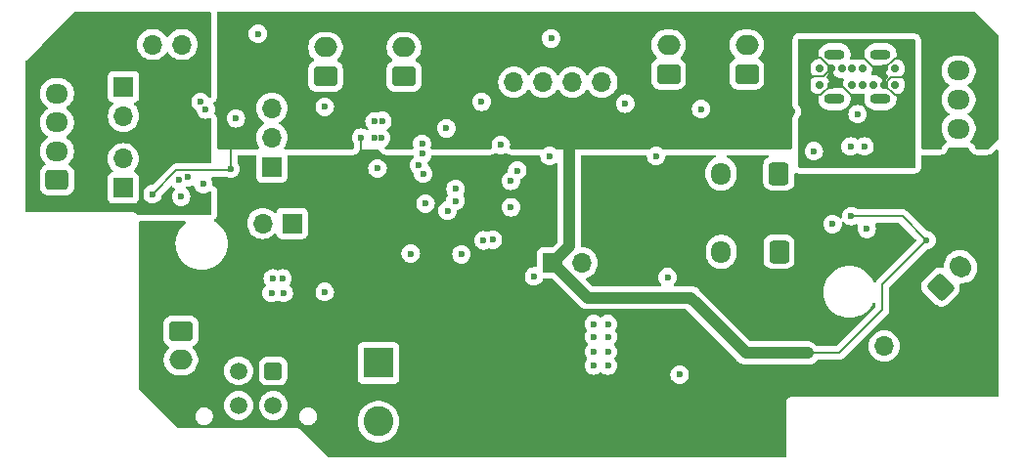
<source format=gbr>
%TF.GenerationSoftware,KiCad,Pcbnew,8.0.2-1*%
%TF.CreationDate,2024-05-26T17:37:46-04:00*%
%TF.ProjectId,checkpoint,63686563-6b70-46f6-996e-742e6b696361,v1.1*%
%TF.SameCoordinates,Original*%
%TF.FileFunction,Copper,L2,Inr*%
%TF.FilePolarity,Positive*%
%FSLAX46Y46*%
G04 Gerber Fmt 4.6, Leading zero omitted, Abs format (unit mm)*
G04 Created by KiCad (PCBNEW 8.0.2-1) date 2024-05-26 17:37:46*
%MOMM*%
%LPD*%
G01*
G04 APERTURE LIST*
G04 Aperture macros list*
%AMRoundRect*
0 Rectangle with rounded corners*
0 $1 Rounding radius*
0 $2 $3 $4 $5 $6 $7 $8 $9 X,Y pos of 4 corners*
0 Add a 4 corners polygon primitive as box body*
4,1,4,$2,$3,$4,$5,$6,$7,$8,$9,$2,$3,0*
0 Add four circle primitives for the rounded corners*
1,1,$1+$1,$2,$3*
1,1,$1+$1,$4,$5*
1,1,$1+$1,$6,$7*
1,1,$1+$1,$8,$9*
0 Add four rect primitives between the rounded corners*
20,1,$1+$1,$2,$3,$4,$5,0*
20,1,$1+$1,$4,$5,$6,$7,0*
20,1,$1+$1,$6,$7,$8,$9,0*
20,1,$1+$1,$8,$9,$2,$3,0*%
%AMHorizOval*
0 Thick line with rounded ends*
0 $1 width*
0 $2 $3 position (X,Y) of the first rounded end (center of the circle)*
0 $4 $5 position (X,Y) of the second rounded end (center of the circle)*
0 Add line between two ends*
20,1,$1,$2,$3,$4,$5,0*
0 Add two circle primitives to create the rounded ends*
1,1,$1,$2,$3*
1,1,$1,$4,$5*%
G04 Aperture macros list end*
%TA.AperFunction,ComponentPad*%
%ADD10RoundRect,0.250000X0.750000X-0.600000X0.750000X0.600000X-0.750000X0.600000X-0.750000X-0.600000X0*%
%TD*%
%TA.AperFunction,ComponentPad*%
%ADD11O,2.000000X1.700000*%
%TD*%
%TA.AperFunction,ComponentPad*%
%ADD12R,1.700000X1.700000*%
%TD*%
%TA.AperFunction,ComponentPad*%
%ADD13O,1.700000X1.700000*%
%TD*%
%TA.AperFunction,ComponentPad*%
%ADD14RoundRect,0.250000X-0.750000X0.600000X-0.750000X-0.600000X0.750000X-0.600000X0.750000X0.600000X0*%
%TD*%
%TA.AperFunction,ComponentPad*%
%ADD15R,2.600000X2.600000*%
%TD*%
%TA.AperFunction,ComponentPad*%
%ADD16C,2.600000*%
%TD*%
%TA.AperFunction,ComponentPad*%
%ADD17RoundRect,0.250000X0.600000X0.725000X-0.600000X0.725000X-0.600000X-0.725000X0.600000X-0.725000X0*%
%TD*%
%TA.AperFunction,ComponentPad*%
%ADD18O,1.700000X1.950000*%
%TD*%
%TA.AperFunction,ComponentPad*%
%ADD19C,0.600000*%
%TD*%
%TA.AperFunction,ComponentPad*%
%ADD20RoundRect,0.250000X0.725000X-0.600000X0.725000X0.600000X-0.725000X0.600000X-0.725000X-0.600000X0*%
%TD*%
%TA.AperFunction,ComponentPad*%
%ADD21O,1.950000X1.700000*%
%TD*%
%TA.AperFunction,ComponentPad*%
%ADD22RoundRect,0.150000X-0.150000X-0.150000X0.150000X-0.150000X0.150000X0.150000X-0.150000X0.150000X0*%
%TD*%
%TA.AperFunction,ComponentPad*%
%ADD23O,1.800000X0.900000*%
%TD*%
%TA.AperFunction,ComponentPad*%
%ADD24RoundRect,0.250001X0.499999X0.499999X-0.499999X0.499999X-0.499999X-0.499999X0.499999X-0.499999X0*%
%TD*%
%TA.AperFunction,ComponentPad*%
%ADD25C,1.500000*%
%TD*%
%TA.AperFunction,ComponentPad*%
%ADD26RoundRect,0.250000X0.088388X-0.936916X0.936916X-0.088388X-0.088388X0.936916X-0.936916X0.088388X0*%
%TD*%
%TA.AperFunction,ComponentPad*%
%ADD27HorizOval,1.700000X-0.088388X0.088388X0.088388X-0.088388X0*%
%TD*%
%TA.AperFunction,ViaPad*%
%ADD28C,0.600000*%
%TD*%
%TA.AperFunction,Conductor*%
%ADD29C,1.000000*%
%TD*%
%TA.AperFunction,Conductor*%
%ADD30C,0.200000*%
%TD*%
G04 APERTURE END LIST*
D10*
%TO.N,Net-(J1-Pin_1)*%
%TO.C,J1*%
X27039592Y-7108882D03*
D11*
%TO.N,GND*%
X27039592Y-4608882D03*
%TD*%
D12*
%TO.N,/CANBUS/120R*%
%TO.C,JP1*%
X24144592Y-19858882D03*
D13*
%TO.N,Net-(JP1-B)*%
X21604592Y-19858882D03*
%TD*%
D10*
%TO.N,Net-(J2-Pin_1)*%
%TO.C,J2*%
X33824592Y-7108882D03*
D11*
%TO.N,GND*%
X33824592Y-4608882D03*
%TD*%
D14*
%TO.N,CAN_N*%
%TO.C,J10*%
X14515000Y-29190000D03*
D11*
%TO.N,CAN_P*%
X14515000Y-31690000D03*
%TD*%
D15*
%TO.N,GND*%
%TO.C,J18*%
X31625000Y-31955000D03*
D16*
%TO.N,VOUT*%
X31625000Y-37035000D03*
%TD*%
D12*
%TO.N,+5V*%
%TO.C,JP2*%
X77953454Y-30490000D03*
D13*
%TO.N,Net-(D7-K)*%
X75413454Y-30490000D03*
%TD*%
D12*
%TO.N,FORCE_N*%
%TO.C,J8*%
X9539592Y-16788882D03*
D13*
%TO.N,RTDIN_N*%
X9539592Y-14248882D03*
%TD*%
D17*
%TO.N,GND*%
%TO.C,J15*%
X66300000Y-22320000D03*
D18*
%TO.N,+5V*%
X63800000Y-22320000D03*
%TO.N,Net-(J15-Pin_3)*%
X61300000Y-22320000D03*
%TD*%
D19*
%TO.N,GND*%
%TO.C,U6*%
X51479592Y-32178882D03*
X51479592Y-30978882D03*
X51479592Y-29678882D03*
X51479592Y-28578882D03*
X50279592Y-32178882D03*
X50279592Y-30978882D03*
X50279592Y-29678882D03*
X50279592Y-28578882D03*
%TD*%
D12*
%TO.N,+3.3V*%
%TO.C,J16*%
X40810000Y-7630000D03*
D13*
%TO.N,SWDIO*%
X43350000Y-7630000D03*
%TO.N,GND*%
X45890000Y-7630000D03*
%TO.N,SWCLK*%
X48430000Y-7630000D03*
%TO.N,RESET*%
X50970000Y-7630000D03*
%TD*%
D12*
%TO.N,GND*%
%TO.C,J6*%
X9534592Y-4358882D03*
D13*
%TO.N,FORCE2*%
X12074592Y-4358882D03*
%TO.N,FORCE_P*%
X14614592Y-4358882D03*
%TD*%
D10*
%TO.N,Net-(J3-Pin_1)*%
%TO.C,J3*%
X56739592Y-6908882D03*
D11*
%TO.N,GND*%
X56739592Y-4408882D03*
%TD*%
D12*
%TO.N,FORCE_P*%
%TO.C,J5*%
X9549592Y-8019471D03*
D13*
%TO.N,RTDIN_P*%
X9549592Y-10559471D03*
%TD*%
D12*
%TO.N,+3.3V*%
%TO.C,J11*%
X46719592Y-23278882D03*
D13*
%TO.N,SWCLK*%
X49259592Y-23278882D03*
%TD*%
D17*
%TO.N,GND*%
%TO.C,J14*%
X66290000Y-15535000D03*
D18*
%TO.N,+5V*%
X63790000Y-15535000D03*
%TO.N,SERVO_PWM*%
X61290000Y-15535000D03*
%TD*%
D20*
%TO.N,FORCE_N*%
%TO.C,J7*%
X3790000Y-16110000D03*
D21*
%TO.N,RTDIN_N*%
X3790000Y-13610000D03*
%TO.N,RTDIN_P*%
X3790000Y-11110000D03*
%TO.N,FORCE_P*%
X3790000Y-8610000D03*
%TD*%
D20*
%TO.N,+5V*%
%TO.C,J13*%
X81840000Y-14140000D03*
D21*
%TO.N,GND*%
X81840000Y-11640000D03*
%TO.N,I2C_SCL*%
X81840000Y-9140000D03*
%TO.N,I2C_SDA*%
X81840000Y-6640000D03*
%TD*%
D22*
%TO.N,GND*%
%TO.C,J17*%
X69840000Y-6450000D03*
%TO.N,VBUS*%
X70790000Y-6450000D03*
%TO.N,Net-(J17-CC1)*%
X71740000Y-6450000D03*
%TO.N,D_P*%
X72640000Y-6450000D03*
%TO.N,D_N*%
X73540000Y-6450000D03*
%TO.N,VBUS*%
X75390000Y-6450000D03*
%TO.N,GND*%
X76340000Y-6450000D03*
X76340000Y-7850000D03*
%TO.N,VBUS*%
X75390000Y-7850000D03*
%TO.N,Net-(J17-CC1)*%
X74440000Y-7850000D03*
%TO.N,D_P*%
X73540000Y-7850000D03*
%TO.N,D_N*%
X72640000Y-7850000D03*
%TO.N,VBUS*%
X70790000Y-7850000D03*
%TO.N,GND*%
X69840000Y-7850000D03*
D23*
X71090000Y-5220000D03*
X71090000Y-9080000D03*
X75090000Y-5220000D03*
X75090000Y-9080000D03*
%TD*%
D12*
%TO.N,430R*%
%TO.C,J9*%
X22379592Y-14958882D03*
D13*
%TO.N,ISENSOR*%
X22379592Y-12418882D03*
%TO.N,4300R*%
X22379592Y-9878882D03*
%TD*%
D10*
%TO.N,Net-(J4-Pin_1)*%
%TO.C,J4*%
X63509592Y-6908882D03*
D11*
%TO.N,GND*%
X63509592Y-4408882D03*
%TD*%
D24*
%TO.N,GND*%
%TO.C,J19*%
X22519592Y-32638882D03*
D25*
%TO.N,CAN_N*%
X19519592Y-32638882D03*
%TO.N,VIN*%
X22519592Y-35638882D03*
%TO.N,CAN_P*%
X19519592Y-35638882D03*
%TD*%
D26*
%TO.N,Net-(J12-Pin_1)*%
%TO.C,J12*%
X80271752Y-25377286D03*
D27*
%TO.N,GND*%
X82039519Y-23609519D03*
%TO.N,+5V*%
X83807286Y-21841752D03*
%TD*%
D28*
%TO.N,T0*%
X26970000Y-9760000D03*
X40550000Y-9320000D03*
%TO.N,GND*%
X12669592Y-14648882D03*
X43090000Y-18460000D03*
X23320000Y-24630000D03*
X22360000Y-25896382D03*
X31870000Y-12470000D03*
X6900000Y-17770000D03*
X23430000Y-25896382D03*
X22475000Y-24635000D03*
X16669592Y-11783293D03*
X31284592Y-11008882D03*
X26970000Y-25790000D03*
X43080000Y-16180000D03*
X31540000Y-15100000D03*
X73094591Y-10395643D03*
X31280000Y-12430000D03*
X14719592Y-13683293D03*
X31959592Y-10983882D03*
X46570000Y-3830000D03*
X6920000Y-6610000D03*
X15930000Y-18320000D03*
X34420000Y-22480000D03*
%TO.N,T3*%
X59550000Y-9950000D03*
X52990000Y-9480000D03*
%TO.N,+3.3V*%
X59195000Y-26855000D03*
X18810000Y-12090000D03*
X23630000Y-7920000D03*
X55470000Y-11380000D03*
X43810000Y-2390000D03*
X68790000Y-31100000D03*
X65870000Y-31080000D03*
X19400000Y-7500000D03*
X47221709Y-2230000D03*
X72560000Y-19235000D03*
X12069592Y-17320000D03*
X79070000Y-21310000D03*
X67410000Y-10170000D03*
X18810000Y-15140000D03*
X19520000Y-2880000D03*
X51270000Y-3120000D03*
%TO.N,+5V*%
X63350000Y-35500000D03*
X56850000Y-35480000D03*
X30110000Y-12430000D03*
X66000000Y-25900000D03*
X61369592Y-35508882D03*
X59020000Y-35500000D03*
X55700000Y-27590000D03*
X64290000Y-34610000D03*
%TO.N,RESET*%
X46435044Y-14016426D03*
X55660808Y-14020000D03*
%TO.N,Y_ENDSTOP*%
X69310000Y-13600000D03*
X42210000Y-13060000D03*
%TO.N,VBUS*%
X76190000Y-14060000D03*
X73094592Y-12095643D03*
X75260000Y-12550000D03*
%TO.N,Net-(J1-Pin_1)*%
X21190000Y-3430000D03*
%TO.N,RGB_DATA*%
X56645000Y-24520000D03*
X45090000Y-24450000D03*
%TO.N,ISENSOR*%
X16220000Y-9320000D03*
%TO.N,SERVO_PWM*%
X43645000Y-15285000D03*
%TO.N,SWCLK*%
X37599884Y-18758660D03*
X38810000Y-22540000D03*
%TO.N,SWDIO*%
X37504592Y-11620000D03*
X35690240Y-18141381D03*
X57700000Y-32970000D03*
%TO.N,MISO*%
X16459410Y-16460882D03*
X35457517Y-13807517D03*
%TO.N,PT_CS*%
X35500000Y-15550000D03*
X14534000Y-17544000D03*
%TO.N,MOSI*%
X35106331Y-14829748D03*
X14383721Y-16108025D03*
%TO.N,Net-(U1-BIAS)*%
X19275000Y-10760000D03*
X16665735Y-9994265D03*
%TO.N,SCK*%
X15144592Y-15860882D03*
X35400000Y-12970000D03*
%TO.N,USB_N*%
X38300000Y-16880000D03*
X72486347Y-13192894D03*
%TO.N,USB_P*%
X73701277Y-13196655D03*
X38290000Y-17910000D03*
%TO.N,I2C_SDA*%
X41525814Y-21289226D03*
X70930000Y-19920000D03*
%TO.N,I2C_SCL*%
X73890000Y-20340000D03*
X40721865Y-21333633D03*
%TD*%
D29*
%TO.N,+3.3V*%
X58640000Y-26300000D02*
X59195000Y-26855000D01*
D30*
X75250000Y-25130000D02*
X75250000Y-27330000D01*
X18690000Y-15260000D02*
X14129592Y-15260000D01*
X14129592Y-15260000D02*
X12069592Y-17320000D01*
X72560000Y-19235000D02*
X76995000Y-19235000D01*
D29*
X65870000Y-31080000D02*
X68770000Y-31080000D01*
X68770000Y-31080000D02*
X68790000Y-31100000D01*
X49740710Y-26300000D02*
X46719592Y-23278882D01*
X57860000Y-26300000D02*
X58640000Y-26300000D01*
X46719592Y-23278882D02*
X48160000Y-21838474D01*
X59195000Y-26855000D02*
X63420000Y-31080000D01*
D30*
X18810000Y-15140000D02*
X18810000Y-12090000D01*
D29*
X48160000Y-21838474D02*
X48160000Y-13120000D01*
D30*
X79070000Y-21310000D02*
X75250000Y-25130000D01*
X76995000Y-19235000D02*
X79070000Y-21310000D01*
X75250000Y-27330000D02*
X71480000Y-31100000D01*
D29*
X57860000Y-26300000D02*
X49740710Y-26300000D01*
D30*
X71480000Y-31100000D02*
X68790000Y-31100000D01*
D29*
X63420000Y-31080000D02*
X65870000Y-31080000D01*
D30*
X18810000Y-15140000D02*
X18690000Y-15260000D01*
%TO.N,+5V*%
X30110000Y-12430000D02*
X30110000Y-14140000D01*
%TO.N,VBUS*%
X69880000Y-8760000D02*
X69560000Y-8760000D01*
X76290000Y-5550000D02*
X76580000Y-5550000D01*
X74570000Y-6450000D02*
X73680000Y-5560000D01*
X70790000Y-6450000D02*
X70160000Y-7080000D01*
X76020000Y-7220000D02*
X77050000Y-7220000D01*
X69880000Y-5540000D02*
X69530000Y-5540000D01*
X76290000Y-8750000D02*
X76690000Y-8750000D01*
X73680000Y-5560000D02*
X73520000Y-5560000D01*
X70790000Y-7850000D02*
X69880000Y-8760000D01*
X71659448Y-7850000D02*
X72559448Y-8750000D01*
X70160000Y-7080000D02*
X69150000Y-7080000D01*
X75390000Y-6450000D02*
X76290000Y-5550000D01*
X70790000Y-6450000D02*
X69880000Y-5540000D01*
X75390000Y-7850000D02*
X76020000Y-7220000D01*
X75390000Y-6450000D02*
X74570000Y-6450000D01*
X72559448Y-8750000D02*
X72570000Y-8750000D01*
X70790000Y-7850000D02*
X71659448Y-7850000D01*
X75390000Y-7850000D02*
X76290000Y-8750000D01*
%TD*%
%TA.AperFunction,Conductor*%
%TO.N,+5V*%
G36*
X31666077Y-13479685D02*
G01*
X31711832Y-13532489D01*
X31718012Y-13549056D01*
X31720493Y-13557504D01*
X31720495Y-13557507D01*
X31798277Y-13678537D01*
X31798285Y-13678548D01*
X31844029Y-13731340D01*
X31844032Y-13731343D01*
X31844036Y-13731347D01*
X31952770Y-13825567D01*
X31952773Y-13825568D01*
X31952774Y-13825569D01*
X32047031Y-13868616D01*
X32083647Y-13885338D01*
X32150686Y-13905023D01*
X32150690Y-13905024D01*
X32293106Y-13925500D01*
X32293109Y-13925500D01*
X34534610Y-13925500D01*
X34539884Y-13925244D01*
X34556299Y-13924448D01*
X34624213Y-13940861D01*
X34672472Y-13991386D01*
X34679347Y-14007345D01*
X34688361Y-14033104D01*
X34691924Y-14102883D01*
X34657196Y-14163511D01*
X34637294Y-14179053D01*
X34604075Y-14199926D01*
X34604070Y-14199930D01*
X34476515Y-14327485D01*
X34380542Y-14480224D01*
X34320962Y-14650493D01*
X34320961Y-14650498D01*
X34300766Y-14829744D01*
X34300766Y-14829751D01*
X34320961Y-15008997D01*
X34320962Y-15009002D01*
X34380542Y-15179271D01*
X34476515Y-15332010D01*
X34604071Y-15459566D01*
X34639790Y-15482009D01*
X34686082Y-15534343D01*
X34697039Y-15573119D01*
X34714630Y-15729250D01*
X34714631Y-15729254D01*
X34774211Y-15899523D01*
X34837817Y-16000750D01*
X34870184Y-16052262D01*
X34997738Y-16179816D01*
X35150478Y-16275789D01*
X35248299Y-16310018D01*
X35320745Y-16335368D01*
X35320750Y-16335369D01*
X35499996Y-16355565D01*
X35500000Y-16355565D01*
X35500004Y-16355565D01*
X35679249Y-16335369D01*
X35679252Y-16335368D01*
X35679255Y-16335368D01*
X35849522Y-16275789D01*
X36002262Y-16179816D01*
X36129816Y-16052262D01*
X36225789Y-15899522D01*
X36285368Y-15729255D01*
X36302960Y-15573119D01*
X36305565Y-15550003D01*
X36305565Y-15549996D01*
X36285369Y-15370750D01*
X36285368Y-15370745D01*
X36267351Y-15319255D01*
X36225789Y-15200478D01*
X36129816Y-15047738D01*
X36002262Y-14920184D01*
X35966538Y-14897737D01*
X35920248Y-14845403D01*
X35909291Y-14806627D01*
X35891700Y-14650498D01*
X35891697Y-14650485D01*
X35875486Y-14604157D01*
X35871924Y-14534378D01*
X35906652Y-14473751D01*
X35926548Y-14458212D01*
X35959779Y-14437333D01*
X36087333Y-14309779D01*
X36183306Y-14157039D01*
X36235266Y-14008546D01*
X36275988Y-13951769D01*
X36340941Y-13926022D01*
X36352308Y-13925500D01*
X41313101Y-13925500D01*
X41313115Y-13925500D01*
X41362016Y-13923129D01*
X41379765Y-13921403D01*
X41385877Y-13920810D01*
X41385880Y-13920809D01*
X41385896Y-13920808D01*
X41434346Y-13913716D01*
X41570153Y-13866196D01*
X41632147Y-13833969D01*
X41706879Y-13780368D01*
X41772825Y-13757293D01*
X41840781Y-13773534D01*
X41845121Y-13776140D01*
X41860474Y-13785787D01*
X41860475Y-13785787D01*
X41860478Y-13785789D01*
X41974163Y-13825569D01*
X42030745Y-13845368D01*
X42030750Y-13845369D01*
X42209996Y-13865565D01*
X42210000Y-13865565D01*
X42210004Y-13865565D01*
X42389249Y-13845369D01*
X42389251Y-13845368D01*
X42389255Y-13845368D01*
X42389258Y-13845366D01*
X42389262Y-13845366D01*
X42453077Y-13823035D01*
X42559522Y-13785789D01*
X42575152Y-13775967D01*
X42642383Y-13756966D01*
X42709219Y-13777331D01*
X42722321Y-13787243D01*
X42766549Y-13825567D01*
X42766552Y-13825568D01*
X42766553Y-13825569D01*
X42860810Y-13868616D01*
X42897426Y-13885338D01*
X42964465Y-13905023D01*
X42964469Y-13905024D01*
X43106885Y-13925500D01*
X45508421Y-13925500D01*
X45575460Y-13945185D01*
X45621215Y-13997989D01*
X45631641Y-14035617D01*
X45649674Y-14195675D01*
X45649675Y-14195680D01*
X45709255Y-14365949D01*
X45787622Y-14490668D01*
X45805228Y-14518688D01*
X45932782Y-14646242D01*
X46085522Y-14742215D01*
X46136323Y-14759991D01*
X46255789Y-14801794D01*
X46255794Y-14801795D01*
X46435040Y-14821991D01*
X46435044Y-14821991D01*
X46435048Y-14821991D01*
X46614293Y-14801795D01*
X46614296Y-14801794D01*
X46614299Y-14801794D01*
X46784566Y-14742215D01*
X46937306Y-14646242D01*
X46947819Y-14635729D01*
X47009142Y-14602244D01*
X47078834Y-14607228D01*
X47134767Y-14649100D01*
X47159184Y-14714564D01*
X47159500Y-14723410D01*
X47159500Y-21372691D01*
X47139815Y-21439730D01*
X47123181Y-21460372D01*
X46691489Y-21892063D01*
X46630166Y-21925548D01*
X46603808Y-21928382D01*
X45821721Y-21928382D01*
X45821715Y-21928383D01*
X45762108Y-21934790D01*
X45627263Y-21985084D01*
X45627256Y-21985088D01*
X45512047Y-22071334D01*
X45512044Y-22071337D01*
X45425798Y-22186546D01*
X45425794Y-22186553D01*
X45375500Y-22321399D01*
X45369093Y-22380998D01*
X45369092Y-22381017D01*
X45369092Y-23537124D01*
X45349407Y-23604163D01*
X45296603Y-23649918D01*
X45231209Y-23660344D01*
X45090004Y-23644435D01*
X45089996Y-23644435D01*
X44910750Y-23664630D01*
X44910745Y-23664631D01*
X44740476Y-23724211D01*
X44587737Y-23820184D01*
X44460184Y-23947737D01*
X44364211Y-24100476D01*
X44304631Y-24270745D01*
X44304630Y-24270750D01*
X44284435Y-24449996D01*
X44284435Y-24450003D01*
X44304630Y-24629249D01*
X44304631Y-24629254D01*
X44364211Y-24799523D01*
X44430602Y-24905183D01*
X44460184Y-24952262D01*
X44587738Y-25079816D01*
X44669566Y-25131232D01*
X44698069Y-25149142D01*
X44740478Y-25175789D01*
X44863494Y-25218834D01*
X44910745Y-25235368D01*
X44910750Y-25235369D01*
X45089996Y-25255565D01*
X45090000Y-25255565D01*
X45090004Y-25255565D01*
X45269249Y-25235369D01*
X45269252Y-25235368D01*
X45269255Y-25235368D01*
X45439522Y-25175789D01*
X45592262Y-25079816D01*
X45719816Y-24952262D01*
X45815789Y-24799522D01*
X45846264Y-24712425D01*
X45886985Y-24655651D01*
X45951938Y-24629903D01*
X45963306Y-24629381D01*
X46603809Y-24629381D01*
X46670848Y-24649066D01*
X46691490Y-24665700D01*
X48960445Y-26934655D01*
X48960474Y-26934686D01*
X49102924Y-27077136D01*
X49102928Y-27077139D01*
X49266789Y-27186628D01*
X49266802Y-27186635D01*
X49395543Y-27239961D01*
X49422057Y-27250943D01*
X49448874Y-27262051D01*
X49545522Y-27281275D01*
X49593845Y-27290887D01*
X49642168Y-27300500D01*
X49642169Y-27300500D01*
X49642170Y-27300500D01*
X49839250Y-27300500D01*
X57761459Y-27300500D01*
X58174217Y-27300500D01*
X58241256Y-27320185D01*
X58261898Y-27336819D01*
X58564284Y-27639205D01*
X58564289Y-27639209D01*
X62642860Y-31717781D01*
X62642861Y-31717782D01*
X62721365Y-31796286D01*
X62782219Y-31857140D01*
X62812150Y-31877139D01*
X62946086Y-31966632D01*
X63053790Y-32011244D01*
X63128164Y-32042051D01*
X63145735Y-32045546D01*
X63189666Y-32054284D01*
X63321456Y-32080500D01*
X63321459Y-32080500D01*
X63321460Y-32080500D01*
X63518540Y-32080500D01*
X65771459Y-32080500D01*
X68578702Y-32080500D01*
X68602892Y-32082882D01*
X68691458Y-32100499D01*
X68691459Y-32100500D01*
X68691460Y-32100500D01*
X68888542Y-32100500D01*
X68888543Y-32100499D01*
X69081836Y-32062051D01*
X69263914Y-31986631D01*
X69427781Y-31877139D01*
X69485376Y-31819544D01*
X69568102Y-31736819D01*
X69629425Y-31703334D01*
X69655783Y-31700500D01*
X71393331Y-31700500D01*
X71393347Y-31700501D01*
X71400943Y-31700501D01*
X71559054Y-31700501D01*
X71559057Y-31700501D01*
X71711785Y-31659577D01*
X71781576Y-31619283D01*
X71848716Y-31580520D01*
X71960520Y-31468716D01*
X71960520Y-31468714D01*
X71970724Y-31458511D01*
X71970728Y-31458506D01*
X72939235Y-30489999D01*
X74057795Y-30489999D01*
X74057795Y-30490000D01*
X74078390Y-30725403D01*
X74078392Y-30725413D01*
X74139548Y-30953655D01*
X74139550Y-30953659D01*
X74139551Y-30953663D01*
X74152851Y-30982184D01*
X74239419Y-31167830D01*
X74239421Y-31167834D01*
X74242048Y-31171585D01*
X74374959Y-31361401D01*
X74542053Y-31528495D01*
X74638838Y-31596265D01*
X74735619Y-31664032D01*
X74735621Y-31664033D01*
X74735624Y-31664035D01*
X74949791Y-31763903D01*
X75178046Y-31825063D01*
X75366372Y-31841539D01*
X75413453Y-31845659D01*
X75413454Y-31845659D01*
X75413455Y-31845659D01*
X75452688Y-31842226D01*
X75648862Y-31825063D01*
X75877117Y-31763903D01*
X76091284Y-31664035D01*
X76284855Y-31528495D01*
X76451949Y-31361401D01*
X76587489Y-31167830D01*
X76687357Y-30953663D01*
X76748517Y-30725408D01*
X76769113Y-30490000D01*
X76768627Y-30484450D01*
X76757323Y-30355240D01*
X76748517Y-30254592D01*
X76687357Y-30026337D01*
X76587489Y-29812171D01*
X76494160Y-29678882D01*
X76451948Y-29618597D01*
X76284856Y-29451506D01*
X76284849Y-29451501D01*
X76091288Y-29315967D01*
X76091284Y-29315965D01*
X76091282Y-29315964D01*
X75877117Y-29216097D01*
X75877113Y-29216096D01*
X75877109Y-29216094D01*
X75648867Y-29154938D01*
X75648857Y-29154936D01*
X75413455Y-29134341D01*
X75413453Y-29134341D01*
X75178050Y-29154936D01*
X75178040Y-29154938D01*
X74949798Y-29216094D01*
X74949789Y-29216098D01*
X74735625Y-29315964D01*
X74735623Y-29315965D01*
X74542051Y-29451505D01*
X74374959Y-29618597D01*
X74239419Y-29812169D01*
X74239418Y-29812171D01*
X74139552Y-30026335D01*
X74139548Y-30026344D01*
X74078392Y-30254586D01*
X74078390Y-30254596D01*
X74057795Y-30489999D01*
X72939235Y-30489999D01*
X75608506Y-27820728D01*
X75608511Y-27820724D01*
X75618714Y-27810520D01*
X75618716Y-27810520D01*
X75730520Y-27698716D01*
X75798605Y-27580789D01*
X75809577Y-27561785D01*
X75850500Y-27409057D01*
X75850500Y-27250943D01*
X75850500Y-25430096D01*
X75870185Y-25363057D01*
X75886814Y-25342420D01*
X76028054Y-25201180D01*
X78584335Y-25201180D01*
X78584335Y-25376614D01*
X78584336Y-25376625D01*
X78624794Y-25547328D01*
X78641157Y-25579909D01*
X78703533Y-25704112D01*
X78703535Y-25704115D01*
X78703537Y-25704118D01*
X78768780Y-25784208D01*
X78768790Y-25784220D01*
X79864818Y-26880246D01*
X79944926Y-26945505D01*
X80101707Y-27024242D01*
X80101709Y-27024243D01*
X80244252Y-27058027D01*
X80272420Y-27064703D01*
X80272423Y-27064703D01*
X80447858Y-27064703D01*
X80447861Y-27064703D01*
X80540259Y-27042803D01*
X80618571Y-27024243D01*
X80618572Y-27024242D01*
X80618574Y-27024242D01*
X80775355Y-26945505D01*
X80855462Y-26880248D01*
X81774712Y-25960996D01*
X81839971Y-25880889D01*
X81918708Y-25724108D01*
X81920362Y-25717132D01*
X81959167Y-25553402D01*
X81959169Y-25553395D01*
X81959169Y-25377954D01*
X81945131Y-25318724D01*
X81917230Y-25201004D01*
X81920923Y-25131232D01*
X81961751Y-25074533D01*
X82026752Y-25048908D01*
X82037887Y-25048407D01*
X82234193Y-25048407D01*
X82234194Y-25048407D01*
X82444150Y-25015153D01*
X82646319Y-24949464D01*
X82835723Y-24852958D01*
X83007698Y-24728011D01*
X83158011Y-24577698D01*
X83282958Y-24405723D01*
X83379464Y-24216319D01*
X83445153Y-24014150D01*
X83478407Y-23804194D01*
X83478407Y-23591620D01*
X83445153Y-23381664D01*
X83379464Y-23179495D01*
X83282958Y-22990091D01*
X83158011Y-22818116D01*
X82830922Y-22491027D01*
X82658947Y-22366080D01*
X82469543Y-22269574D01*
X82267374Y-22203885D01*
X82267372Y-22203884D01*
X82267371Y-22203884D01*
X82106088Y-22178339D01*
X82057418Y-22170631D01*
X81844844Y-22170631D01*
X81796173Y-22178339D01*
X81634891Y-22203884D01*
X81432716Y-22269575D01*
X81243314Y-22366080D01*
X81071337Y-22491029D01*
X80921029Y-22641337D01*
X80796080Y-22813314D01*
X80699575Y-23002716D01*
X80633884Y-23204891D01*
X80600631Y-23414844D01*
X80600631Y-23611150D01*
X80580946Y-23678189D01*
X80528142Y-23723944D01*
X80458984Y-23733888D01*
X80448034Y-23731807D01*
X80271091Y-23689870D01*
X80271086Y-23689869D01*
X80271084Y-23689869D01*
X80095643Y-23689869D01*
X80095641Y-23689869D01*
X80095635Y-23689870D01*
X79924932Y-23730328D01*
X79820409Y-23782821D01*
X79768149Y-23809067D01*
X79768148Y-23809068D01*
X79768142Y-23809072D01*
X79688052Y-23874315D01*
X79688034Y-23874331D01*
X78768795Y-24793572D01*
X78768786Y-24793582D01*
X78703532Y-24873684D01*
X78624794Y-25030466D01*
X78584336Y-25201169D01*
X78584335Y-25201180D01*
X76028054Y-25201180D01*
X79088535Y-22140698D01*
X79149856Y-22107215D01*
X79162311Y-22105163D01*
X79249255Y-22095368D01*
X79419522Y-22035789D01*
X79572262Y-21939816D01*
X79699816Y-21812262D01*
X79795789Y-21659522D01*
X79855368Y-21489255D01*
X79855369Y-21489249D01*
X79875565Y-21310003D01*
X79875565Y-21309996D01*
X79855369Y-21130750D01*
X79855368Y-21130745D01*
X79853487Y-21125369D01*
X79795789Y-20960478D01*
X79789967Y-20951213D01*
X79721509Y-20842262D01*
X79699816Y-20807738D01*
X79572262Y-20680184D01*
X79557183Y-20670709D01*
X79419521Y-20584210D01*
X79271849Y-20532538D01*
X79249255Y-20524632D01*
X79249254Y-20524631D01*
X79249249Y-20524630D01*
X79162330Y-20514837D01*
X79097916Y-20487770D01*
X79088533Y-20479298D01*
X77482590Y-18873355D01*
X77482588Y-18873352D01*
X77363717Y-18754481D01*
X77363716Y-18754480D01*
X77261330Y-18695368D01*
X77261329Y-18695367D01*
X77226783Y-18675422D01*
X77170881Y-18660443D01*
X77074057Y-18634499D01*
X76915943Y-18634499D01*
X76908347Y-18634499D01*
X76908331Y-18634500D01*
X73142412Y-18634500D01*
X73075373Y-18614815D01*
X73065097Y-18607445D01*
X73062263Y-18605185D01*
X73062262Y-18605184D01*
X72998450Y-18565088D01*
X72909523Y-18509211D01*
X72739254Y-18449631D01*
X72739249Y-18449630D01*
X72560004Y-18429435D01*
X72559996Y-18429435D01*
X72380750Y-18449630D01*
X72380745Y-18449631D01*
X72210476Y-18509211D01*
X72057737Y-18605184D01*
X71930184Y-18732737D01*
X71834211Y-18885476D01*
X71774631Y-19055745D01*
X71774630Y-19055750D01*
X71754435Y-19234996D01*
X71754435Y-19235004D01*
X71762674Y-19308131D01*
X71750619Y-19376953D01*
X71703270Y-19428332D01*
X71635659Y-19445956D01*
X71569254Y-19424229D01*
X71551773Y-19409695D01*
X71432262Y-19290184D01*
X71279523Y-19194211D01*
X71109254Y-19134631D01*
X71109249Y-19134630D01*
X70930004Y-19114435D01*
X70929996Y-19114435D01*
X70750750Y-19134630D01*
X70750745Y-19134631D01*
X70580476Y-19194211D01*
X70427737Y-19290184D01*
X70300184Y-19417737D01*
X70204211Y-19570476D01*
X70144631Y-19740745D01*
X70144630Y-19740750D01*
X70124435Y-19919996D01*
X70124435Y-19920003D01*
X70144630Y-20099249D01*
X70144631Y-20099254D01*
X70204211Y-20269523D01*
X70248495Y-20340000D01*
X70300184Y-20422262D01*
X70427738Y-20549816D01*
X70580478Y-20645789D01*
X70750745Y-20705368D01*
X70750750Y-20705369D01*
X70929996Y-20725565D01*
X70930000Y-20725565D01*
X70930004Y-20725565D01*
X71109249Y-20705369D01*
X71109252Y-20705368D01*
X71109255Y-20705368D01*
X71279522Y-20645789D01*
X71432262Y-20549816D01*
X71559816Y-20422262D01*
X71655789Y-20269522D01*
X71715368Y-20099255D01*
X71715927Y-20094295D01*
X71735565Y-19920003D01*
X71735565Y-19919997D01*
X71728262Y-19855185D01*
X71727325Y-19846868D01*
X71739379Y-19778047D01*
X71786728Y-19726668D01*
X71854338Y-19709043D01*
X71920744Y-19730769D01*
X71938226Y-19745304D01*
X72057738Y-19864816D01*
X72210478Y-19960789D01*
X72323837Y-20000455D01*
X72380745Y-20020368D01*
X72380750Y-20020369D01*
X72559996Y-20040565D01*
X72560000Y-20040565D01*
X72560004Y-20040565D01*
X72739249Y-20020369D01*
X72739252Y-20020368D01*
X72739255Y-20020368D01*
X72909522Y-19960789D01*
X72949250Y-19935826D01*
X73016484Y-19916825D01*
X73083319Y-19937191D01*
X73128535Y-19990458D01*
X73137774Y-20059714D01*
X73132264Y-20081772D01*
X73104633Y-20160739D01*
X73104630Y-20160750D01*
X73084435Y-20339996D01*
X73084435Y-20340003D01*
X73104630Y-20519249D01*
X73104631Y-20519254D01*
X73164211Y-20689523D01*
X73249161Y-20824719D01*
X73260184Y-20842262D01*
X73387738Y-20969816D01*
X73440760Y-21003132D01*
X73506063Y-21044165D01*
X73540478Y-21065789D01*
X73666743Y-21109971D01*
X73710745Y-21125368D01*
X73710750Y-21125369D01*
X73889996Y-21145565D01*
X73890000Y-21145565D01*
X73890004Y-21145565D01*
X74069249Y-21125369D01*
X74069252Y-21125368D01*
X74069255Y-21125368D01*
X74239522Y-21065789D01*
X74392262Y-20969816D01*
X74519816Y-20842262D01*
X74615789Y-20689522D01*
X74675368Y-20519255D01*
X74677513Y-20500216D01*
X74695565Y-20340003D01*
X74695565Y-20339996D01*
X74675369Y-20160750D01*
X74675368Y-20160745D01*
X74619280Y-20000455D01*
X74615719Y-19930676D01*
X74650448Y-19870048D01*
X74712441Y-19837821D01*
X74736322Y-19835500D01*
X76694903Y-19835500D01*
X76761942Y-19855185D01*
X76782584Y-19871819D01*
X78133083Y-21222318D01*
X78166568Y-21283641D01*
X78161584Y-21353333D01*
X78133083Y-21397680D01*
X74881286Y-24649478D01*
X74769481Y-24761282D01*
X74769477Y-24761287D01*
X74724202Y-24839708D01*
X74724202Y-24839709D01*
X74690420Y-24898219D01*
X74688910Y-24901866D01*
X74686812Y-24904469D01*
X74686359Y-24905254D01*
X74686236Y-24905183D01*
X74645068Y-24956268D01*
X74578774Y-24978332D01*
X74511075Y-24961052D01*
X74463465Y-24909914D01*
X74463138Y-24909255D01*
X74390165Y-24761282D01*
X74344764Y-24669218D01*
X74180865Y-24423925D01*
X74055065Y-24280478D01*
X73986350Y-24202123D01*
X73764547Y-24007607D01*
X73519259Y-23843711D01*
X73519252Y-23843707D01*
X73254672Y-23713231D01*
X72975322Y-23618403D01*
X72975316Y-23618401D01*
X72975314Y-23618401D01*
X72685972Y-23560848D01*
X72685965Y-23560847D01*
X72685955Y-23560846D01*
X72391599Y-23541553D01*
X72391585Y-23541553D01*
X72097228Y-23560846D01*
X72097216Y-23560847D01*
X72097212Y-23560848D01*
X72097204Y-23560849D01*
X72097201Y-23560850D01*
X71807875Y-23618400D01*
X71807861Y-23618403D01*
X71528511Y-23713231D01*
X71263926Y-23843710D01*
X71018633Y-24007610D01*
X70796833Y-24202123D01*
X70602320Y-24423923D01*
X70438420Y-24669216D01*
X70307941Y-24933801D01*
X70213113Y-25213151D01*
X70213110Y-25213165D01*
X70155560Y-25502491D01*
X70155556Y-25502518D01*
X70136263Y-25796874D01*
X70136263Y-25796889D01*
X70155556Y-26091245D01*
X70155557Y-26091255D01*
X70155558Y-26091262D01*
X70180612Y-26217221D01*
X70213110Y-26380598D01*
X70213113Y-26380612D01*
X70307941Y-26659962D01*
X70438417Y-26924542D01*
X70438421Y-26924549D01*
X70602317Y-27169837D01*
X70796833Y-27391640D01*
X71012514Y-27580787D01*
X71018635Y-27586155D01*
X71263927Y-27750054D01*
X71528515Y-27880534D01*
X71807870Y-27975363D01*
X72097212Y-28032916D01*
X72125480Y-28034768D01*
X72391585Y-28052211D01*
X72391592Y-28052211D01*
X72391599Y-28052211D01*
X72627267Y-28036763D01*
X72685972Y-28032916D01*
X72975314Y-27975363D01*
X73254669Y-27880534D01*
X73519257Y-27750054D01*
X73764549Y-27586155D01*
X73986350Y-27391640D01*
X74180865Y-27169839D01*
X74344764Y-26924547D01*
X74414288Y-26783566D01*
X74461593Y-26732147D01*
X74529188Y-26714465D01*
X74595613Y-26736135D01*
X74639777Y-26790276D01*
X74649500Y-26838410D01*
X74649500Y-27029903D01*
X74629815Y-27096942D01*
X74613181Y-27117584D01*
X71267584Y-30463181D01*
X71206261Y-30496666D01*
X71179903Y-30499500D01*
X69655784Y-30499500D01*
X69588745Y-30479815D01*
X69568103Y-30463182D01*
X69551725Y-30446804D01*
X69487633Y-30382712D01*
X69407782Y-30302861D01*
X69407781Y-30302860D01*
X69407780Y-30302859D01*
X69243920Y-30193371D01*
X69243911Y-30193366D01*
X69150079Y-30154500D01*
X69115165Y-30140038D01*
X69088500Y-30128993D01*
X69061837Y-30117949D01*
X69061833Y-30117948D01*
X68939179Y-30093551D01*
X68868543Y-30079500D01*
X68868541Y-30079500D01*
X65968541Y-30079500D01*
X63885783Y-30079500D01*
X63818744Y-30059815D01*
X63798102Y-30043181D01*
X59979210Y-26224290D01*
X59979208Y-26224287D01*
X59424209Y-25669289D01*
X59424206Y-25669285D01*
X59424206Y-25669286D01*
X59417139Y-25662219D01*
X59417139Y-25662218D01*
X59277782Y-25522861D01*
X59277781Y-25522860D01*
X59277780Y-25522859D01*
X59113920Y-25413371D01*
X59113907Y-25413364D01*
X58974135Y-25355470D01*
X58931836Y-25337949D01*
X58931828Y-25337947D01*
X58835188Y-25318724D01*
X58738544Y-25299500D01*
X58738541Y-25299500D01*
X57958541Y-25299500D01*
X57296940Y-25299500D01*
X57229901Y-25279815D01*
X57184146Y-25227011D01*
X57174202Y-25157853D01*
X57203227Y-25094297D01*
X57209259Y-25087819D01*
X57232867Y-25064211D01*
X57274816Y-25022262D01*
X57370789Y-24869522D01*
X57430368Y-24699255D01*
X57430369Y-24699249D01*
X57450565Y-24520003D01*
X57450565Y-24519996D01*
X57430369Y-24340750D01*
X57430368Y-24340745D01*
X57411029Y-24285478D01*
X57370789Y-24170478D01*
X57274816Y-24017738D01*
X57147262Y-23890184D01*
X57122007Y-23874315D01*
X56994523Y-23794211D01*
X56824254Y-23734631D01*
X56824249Y-23734630D01*
X56645004Y-23714435D01*
X56644996Y-23714435D01*
X56465750Y-23734630D01*
X56465745Y-23734631D01*
X56295476Y-23794211D01*
X56142737Y-23890184D01*
X56015184Y-24017737D01*
X55919211Y-24170476D01*
X55859631Y-24340745D01*
X55859630Y-24340750D01*
X55839435Y-24519996D01*
X55839435Y-24520003D01*
X55859630Y-24699249D01*
X55859631Y-24699254D01*
X55919211Y-24869523D01*
X56015184Y-25022262D01*
X56080741Y-25087819D01*
X56114226Y-25149142D01*
X56109242Y-25218834D01*
X56067370Y-25274767D01*
X56001906Y-25299184D01*
X55993060Y-25299500D01*
X50206492Y-25299500D01*
X50139453Y-25279815D01*
X50118811Y-25263181D01*
X49626816Y-24771186D01*
X49593331Y-24709863D01*
X49598315Y-24640171D01*
X49640187Y-24584238D01*
X49682402Y-24563731D01*
X49723255Y-24552785D01*
X49937422Y-24452917D01*
X50130993Y-24317377D01*
X50298087Y-24150283D01*
X50433627Y-23956712D01*
X50533495Y-23742545D01*
X50594655Y-23514290D01*
X50615251Y-23278882D01*
X50614105Y-23265789D01*
X50608157Y-23197795D01*
X50594655Y-23043474D01*
X50537328Y-22829523D01*
X50533497Y-22815226D01*
X50533496Y-22815225D01*
X50533495Y-22815219D01*
X50433627Y-22601053D01*
X50422426Y-22585055D01*
X50298086Y-22407479D01*
X50130994Y-22240388D01*
X50130987Y-22240383D01*
X49937426Y-22104849D01*
X49937422Y-22104847D01*
X49915857Y-22094791D01*
X49902823Y-22088713D01*
X59949500Y-22088713D01*
X59949500Y-22551286D01*
X59981851Y-22755547D01*
X59982754Y-22761243D01*
X60004939Y-22829522D01*
X60048444Y-22963414D01*
X60144951Y-23152820D01*
X60269890Y-23324786D01*
X60420213Y-23475109D01*
X60592179Y-23600048D01*
X60592181Y-23600049D01*
X60592184Y-23600051D01*
X60781588Y-23696557D01*
X60983757Y-23762246D01*
X61193713Y-23795500D01*
X61193714Y-23795500D01*
X61406286Y-23795500D01*
X61406287Y-23795500D01*
X61616243Y-23762246D01*
X61818412Y-23696557D01*
X62007816Y-23600051D01*
X62061775Y-23560848D01*
X62179786Y-23475109D01*
X62179788Y-23475106D01*
X62179792Y-23475104D01*
X62330104Y-23324792D01*
X62330106Y-23324788D01*
X62330109Y-23324786D01*
X62455048Y-23152820D01*
X62455047Y-23152820D01*
X62455051Y-23152816D01*
X62551557Y-22963412D01*
X62617246Y-22761243D01*
X62650500Y-22551287D01*
X62650500Y-22088713D01*
X62617246Y-21878757D01*
X62551557Y-21676588D01*
X62484501Y-21544983D01*
X64949500Y-21544983D01*
X64949500Y-23095001D01*
X64949501Y-23095018D01*
X64960000Y-23197796D01*
X64960001Y-23197799D01*
X65015185Y-23364331D01*
X65015186Y-23364334D01*
X65107288Y-23513656D01*
X65231344Y-23637712D01*
X65380666Y-23729814D01*
X65547203Y-23784999D01*
X65649991Y-23795500D01*
X66950008Y-23795499D01*
X67052797Y-23784999D01*
X67219334Y-23729814D01*
X67368656Y-23637712D01*
X67492712Y-23513656D01*
X67584814Y-23364334D01*
X67639999Y-23197797D01*
X67650500Y-23095009D01*
X67650499Y-21544992D01*
X67647219Y-21512887D01*
X67639999Y-21442203D01*
X67639998Y-21442200D01*
X67629629Y-21410909D01*
X67584814Y-21275666D01*
X67492712Y-21126344D01*
X67368656Y-21002288D01*
X67219334Y-20910186D01*
X67052797Y-20855001D01*
X67052795Y-20855000D01*
X66950010Y-20844500D01*
X65649998Y-20844500D01*
X65649981Y-20844501D01*
X65547203Y-20855000D01*
X65547200Y-20855001D01*
X65380668Y-20910185D01*
X65380663Y-20910187D01*
X65231342Y-21002289D01*
X65107289Y-21126342D01*
X65015187Y-21275663D01*
X65015185Y-21275668D01*
X64995977Y-21333636D01*
X64960001Y-21442203D01*
X64960001Y-21442204D01*
X64960000Y-21442204D01*
X64949500Y-21544983D01*
X62484501Y-21544983D01*
X62455051Y-21487184D01*
X62455049Y-21487181D01*
X62455048Y-21487179D01*
X62330109Y-21315213D01*
X62179786Y-21164890D01*
X62007820Y-21039951D01*
X61818414Y-20943444D01*
X61818413Y-20943443D01*
X61818412Y-20943443D01*
X61616243Y-20877754D01*
X61616241Y-20877753D01*
X61616240Y-20877753D01*
X61454957Y-20852208D01*
X61406287Y-20844500D01*
X61193713Y-20844500D01*
X61145042Y-20852208D01*
X60983760Y-20877753D01*
X60781585Y-20943444D01*
X60592179Y-21039951D01*
X60420213Y-21164890D01*
X60269890Y-21315213D01*
X60144951Y-21487179D01*
X60048444Y-21676585D01*
X60048443Y-21676587D01*
X60048443Y-21676588D01*
X60023085Y-21754631D01*
X59982753Y-21878760D01*
X59949500Y-22088713D01*
X49902823Y-22088713D01*
X49723255Y-22004979D01*
X49723251Y-22004978D01*
X49723247Y-22004976D01*
X49495005Y-21943820D01*
X49494995Y-21943818D01*
X49273693Y-21924456D01*
X49208624Y-21899003D01*
X49167646Y-21842412D01*
X49160501Y-21800928D01*
X49160501Y-21734823D01*
X49160500Y-21734797D01*
X49160500Y-14049500D01*
X49180185Y-13982461D01*
X49232989Y-13936706D01*
X49284500Y-13925500D01*
X54733782Y-13925500D01*
X54800821Y-13945185D01*
X54846576Y-13997989D01*
X54857002Y-14035617D01*
X54875438Y-14199249D01*
X54875439Y-14199254D01*
X54935019Y-14369523D01*
X54998269Y-14470184D01*
X55030992Y-14522262D01*
X55158546Y-14649816D01*
X55311286Y-14745789D01*
X55438994Y-14790476D01*
X55481553Y-14805368D01*
X55481558Y-14805369D01*
X55660804Y-14825565D01*
X55660808Y-14825565D01*
X55660812Y-14825565D01*
X55840057Y-14805369D01*
X55840060Y-14805368D01*
X55840063Y-14805368D01*
X56010330Y-14745789D01*
X56163070Y-14649816D01*
X56290624Y-14522262D01*
X56386597Y-14369522D01*
X56446176Y-14199255D01*
X56446579Y-14195680D01*
X56464614Y-14035617D01*
X56491680Y-13971203D01*
X56549275Y-13931647D01*
X56587834Y-13925500D01*
X60712266Y-13925500D01*
X60779305Y-13945185D01*
X60825060Y-13997989D01*
X60835004Y-14067147D01*
X60805979Y-14130703D01*
X60768561Y-14159985D01*
X60582180Y-14254951D01*
X60410213Y-14379890D01*
X60259890Y-14530213D01*
X60134951Y-14702179D01*
X60038444Y-14891585D01*
X59972753Y-15093760D01*
X59939500Y-15303713D01*
X59939500Y-15766286D01*
X59969962Y-15958620D01*
X59972754Y-15976243D01*
X60034549Y-16166429D01*
X60038444Y-16178414D01*
X60134951Y-16367820D01*
X60259890Y-16539786D01*
X60410213Y-16690109D01*
X60582179Y-16815048D01*
X60582181Y-16815049D01*
X60582184Y-16815051D01*
X60771588Y-16911557D01*
X60973757Y-16977246D01*
X61183713Y-17010500D01*
X61183714Y-17010500D01*
X61396286Y-17010500D01*
X61396287Y-17010500D01*
X61606243Y-16977246D01*
X61808412Y-16911557D01*
X61997816Y-16815051D01*
X62019789Y-16799086D01*
X62169786Y-16690109D01*
X62169788Y-16690106D01*
X62169792Y-16690104D01*
X62320104Y-16539792D01*
X62320106Y-16539788D01*
X62320109Y-16539786D01*
X62445048Y-16367820D01*
X62445047Y-16367820D01*
X62445051Y-16367816D01*
X62541557Y-16178412D01*
X62607246Y-15976243D01*
X62640500Y-15766287D01*
X62640500Y-15303713D01*
X62607246Y-15093757D01*
X62541557Y-14891588D01*
X62445051Y-14702184D01*
X62445049Y-14702181D01*
X62445048Y-14702179D01*
X62320109Y-14530213D01*
X62169786Y-14379890D01*
X61997819Y-14254951D01*
X61997818Y-14254950D01*
X61997816Y-14254949D01*
X61881484Y-14195675D01*
X61811439Y-14159985D01*
X61760643Y-14112010D01*
X61743848Y-14044189D01*
X61766385Y-13978054D01*
X61821101Y-13934603D01*
X61867734Y-13925500D01*
X65257170Y-13925500D01*
X65324209Y-13945185D01*
X65369964Y-13997989D01*
X65379908Y-14067147D01*
X65350883Y-14130703D01*
X65322268Y-14155037D01*
X65314248Y-14159985D01*
X65221342Y-14217289D01*
X65097289Y-14341342D01*
X65005187Y-14490663D01*
X65005185Y-14490668D01*
X64982472Y-14559211D01*
X64950001Y-14657203D01*
X64950001Y-14657204D01*
X64950000Y-14657204D01*
X64939500Y-14759983D01*
X64939500Y-16310001D01*
X64939501Y-16310018D01*
X64950000Y-16412796D01*
X64950001Y-16412799D01*
X64992081Y-16539786D01*
X65005186Y-16579334D01*
X65097288Y-16728656D01*
X65221344Y-16852712D01*
X65370666Y-16944814D01*
X65537203Y-16999999D01*
X65639991Y-17010500D01*
X66940008Y-17010499D01*
X67042797Y-16999999D01*
X67209334Y-16944814D01*
X67358656Y-16852712D01*
X67482712Y-16728656D01*
X67574814Y-16579334D01*
X67629999Y-16412797D01*
X67640500Y-16310009D01*
X67640499Y-15598666D01*
X67660183Y-15531628D01*
X67712987Y-15485873D01*
X67782146Y-15475929D01*
X67816011Y-15485872D01*
X67858633Y-15505338D01*
X67925672Y-15525023D01*
X67925676Y-15525024D01*
X68068092Y-15545500D01*
X68068095Y-15545500D01*
X77975827Y-15545500D01*
X77997810Y-15543140D01*
X78083082Y-15533990D01*
X78134504Y-15522825D01*
X78134505Y-15522824D01*
X78134508Y-15522824D01*
X78134510Y-15522823D01*
X78236875Y-15488820D01*
X78357976Y-15411128D01*
X78410816Y-15365415D01*
X78505121Y-15256756D01*
X78564996Y-15125926D01*
X78584734Y-15058903D01*
X78584734Y-15058901D01*
X78605324Y-14916501D01*
X78605794Y-14326190D01*
X78606014Y-14049400D01*
X78625752Y-13982378D01*
X78678592Y-13936665D01*
X78730014Y-13925500D01*
X80274574Y-13925500D01*
X80274592Y-13925500D01*
X80301980Y-13924758D01*
X80307693Y-13924448D01*
X80315398Y-13924030D01*
X80319948Y-13923659D01*
X80342706Y-13921804D01*
X80482070Y-13886038D01*
X80482071Y-13886037D01*
X80482073Y-13886037D01*
X80499596Y-13878751D01*
X80546586Y-13859215D01*
X80670228Y-13785635D01*
X80768132Y-13680201D01*
X80807905Y-13622756D01*
X80807907Y-13622753D01*
X80851408Y-13535562D01*
X80854861Y-13528642D01*
X80902404Y-13477442D01*
X80965818Y-13460000D01*
X82709336Y-13460000D01*
X82776375Y-13479685D01*
X82822130Y-13532489D01*
X82823484Y-13535562D01*
X82832795Y-13557504D01*
X82910579Y-13678537D01*
X82910587Y-13678548D01*
X82956331Y-13731340D01*
X82956334Y-13731343D01*
X82956338Y-13731347D01*
X83065072Y-13825567D01*
X83065075Y-13825568D01*
X83065076Y-13825569D01*
X83159333Y-13868616D01*
X83195949Y-13885338D01*
X83262988Y-13905023D01*
X83262992Y-13905024D01*
X83405408Y-13925500D01*
X83405411Y-13925500D01*
X84358640Y-13925500D01*
X84368786Y-13924955D01*
X84412678Y-13922603D01*
X84412686Y-13922602D01*
X84412688Y-13922602D01*
X84412689Y-13922602D01*
X84420128Y-13921802D01*
X84439036Y-13919769D01*
X84439046Y-13919767D01*
X84439049Y-13919767D01*
X84448648Y-13918211D01*
X84492448Y-13911114D01*
X84627257Y-13860832D01*
X84688580Y-13827347D01*
X84803761Y-13741123D01*
X85048565Y-13496319D01*
X85109888Y-13462834D01*
X85136246Y-13460000D01*
X85170092Y-13460000D01*
X85237131Y-13479685D01*
X85282886Y-13532489D01*
X85294092Y-13584000D01*
X85294092Y-34764382D01*
X85274407Y-34831421D01*
X85221603Y-34877176D01*
X85170092Y-34888382D01*
X67353700Y-34888382D01*
X67226404Y-34922490D01*
X67112278Y-34988382D01*
X67112275Y-34988384D01*
X67019094Y-35081565D01*
X67019092Y-35081568D01*
X66953200Y-35195694D01*
X66919092Y-35322990D01*
X66919092Y-40034382D01*
X66899407Y-40101421D01*
X66846603Y-40147176D01*
X66795092Y-40158382D01*
X27372552Y-40158382D01*
X27305513Y-40138697D01*
X27284871Y-40122063D01*
X24997259Y-37834451D01*
X24986881Y-37822617D01*
X24893526Y-37729262D01*
X24893524Y-37729260D01*
X24836460Y-37696314D01*
X24779397Y-37663368D01*
X24715749Y-37646314D01*
X24652102Y-37629260D01*
X24652101Y-37629260D01*
X14360659Y-37629260D01*
X14293620Y-37609575D01*
X14272978Y-37592941D01*
X13184011Y-36503974D01*
X15759092Y-36503974D01*
X15759092Y-36653789D01*
X15788315Y-36800704D01*
X15788317Y-36800712D01*
X15845643Y-36939111D01*
X15845648Y-36939120D01*
X15928872Y-37063672D01*
X15928875Y-37063676D01*
X16034797Y-37169598D01*
X16034801Y-37169601D01*
X16159353Y-37252825D01*
X16159359Y-37252828D01*
X16159360Y-37252829D01*
X16297762Y-37310157D01*
X16444684Y-37339381D01*
X16444688Y-37339382D01*
X16444689Y-37339382D01*
X16594496Y-37339382D01*
X16594497Y-37339381D01*
X16741422Y-37310157D01*
X16879824Y-37252829D01*
X17004383Y-37169601D01*
X17110311Y-37063673D01*
X17193539Y-36939114D01*
X17250867Y-36800712D01*
X17280092Y-36653785D01*
X17280092Y-36503979D01*
X17250867Y-36357052D01*
X17193539Y-36218650D01*
X17193538Y-36218649D01*
X17193535Y-36218643D01*
X17110311Y-36094091D01*
X17110308Y-36094087D01*
X17004386Y-35988165D01*
X17004382Y-35988162D01*
X16879830Y-35904938D01*
X16879821Y-35904933D01*
X16741422Y-35847607D01*
X16741414Y-35847605D01*
X16594499Y-35818382D01*
X16594495Y-35818382D01*
X16444689Y-35818382D01*
X16444684Y-35818382D01*
X16297769Y-35847605D01*
X16297761Y-35847607D01*
X16159362Y-35904933D01*
X16159353Y-35904938D01*
X16034801Y-35988162D01*
X16034797Y-35988165D01*
X15928875Y-36094087D01*
X15928872Y-36094091D01*
X15845648Y-36218643D01*
X15845643Y-36218652D01*
X15788317Y-36357051D01*
X15788315Y-36357059D01*
X15759092Y-36503974D01*
X13184011Y-36503974D01*
X12318919Y-35638882D01*
X18264315Y-35638882D01*
X18283246Y-35855274D01*
X18283385Y-35856857D01*
X18283385Y-35856861D01*
X18340014Y-36068204D01*
X18340016Y-36068208D01*
X18340017Y-36068212D01*
X18352083Y-36094087D01*
X18432489Y-36266520D01*
X18432490Y-36266521D01*
X18557994Y-36445759D01*
X18712715Y-36600480D01*
X18891953Y-36725984D01*
X19090262Y-36818457D01*
X19301615Y-36875089D01*
X19484518Y-36891090D01*
X19519590Y-36894159D01*
X19519592Y-36894159D01*
X19519594Y-36894159D01*
X19547846Y-36891687D01*
X19737569Y-36875089D01*
X19948922Y-36818457D01*
X20147231Y-36725984D01*
X20326469Y-36600480D01*
X20481190Y-36445759D01*
X20606694Y-36266521D01*
X20699167Y-36068212D01*
X20755799Y-35856859D01*
X20774869Y-35638882D01*
X21264315Y-35638882D01*
X21283246Y-35855274D01*
X21283385Y-35856857D01*
X21283385Y-35856861D01*
X21340014Y-36068204D01*
X21340016Y-36068208D01*
X21340017Y-36068212D01*
X21352083Y-36094087D01*
X21432489Y-36266520D01*
X21432490Y-36266521D01*
X21557994Y-36445759D01*
X21712715Y-36600480D01*
X21891953Y-36725984D01*
X22090262Y-36818457D01*
X22301615Y-36875089D01*
X22484518Y-36891090D01*
X22519590Y-36894159D01*
X22519592Y-36894159D01*
X22519594Y-36894159D01*
X22547846Y-36891687D01*
X22737569Y-36875089D01*
X22948922Y-36818457D01*
X23147231Y-36725984D01*
X23326469Y-36600480D01*
X23422975Y-36503974D01*
X24759092Y-36503974D01*
X24759092Y-36653789D01*
X24788315Y-36800704D01*
X24788317Y-36800712D01*
X24845643Y-36939111D01*
X24845648Y-36939120D01*
X24928872Y-37063672D01*
X24928875Y-37063676D01*
X25034797Y-37169598D01*
X25034801Y-37169601D01*
X25159353Y-37252825D01*
X25159359Y-37252828D01*
X25159360Y-37252829D01*
X25297762Y-37310157D01*
X25444684Y-37339381D01*
X25444688Y-37339382D01*
X25444689Y-37339382D01*
X25594496Y-37339382D01*
X25594497Y-37339381D01*
X25741422Y-37310157D01*
X25879824Y-37252829D01*
X26004383Y-37169601D01*
X26110311Y-37063673D01*
X26129473Y-37034995D01*
X29819451Y-37034995D01*
X29819451Y-37035004D01*
X29839616Y-37304101D01*
X29899664Y-37567188D01*
X29899666Y-37567195D01*
X29963272Y-37729260D01*
X29998257Y-37818398D01*
X30133185Y-38052102D01*
X30269080Y-38222509D01*
X30301442Y-38263089D01*
X30488183Y-38436358D01*
X30499259Y-38446635D01*
X30722226Y-38598651D01*
X30965359Y-38715738D01*
X31223228Y-38795280D01*
X31223229Y-38795280D01*
X31223232Y-38795281D01*
X31490063Y-38835499D01*
X31490068Y-38835499D01*
X31490071Y-38835500D01*
X31490072Y-38835500D01*
X31759928Y-38835500D01*
X31759929Y-38835500D01*
X31759936Y-38835499D01*
X32026767Y-38795281D01*
X32026768Y-38795280D01*
X32026772Y-38795280D01*
X32284641Y-38715738D01*
X32527775Y-38598651D01*
X32750741Y-38446635D01*
X32948561Y-38263085D01*
X33116815Y-38052102D01*
X33251743Y-37818398D01*
X33350334Y-37567195D01*
X33410383Y-37304103D01*
X33428400Y-37063676D01*
X33430549Y-37035004D01*
X33430549Y-37034995D01*
X33410383Y-36765898D01*
X33384794Y-36653785D01*
X33350334Y-36502805D01*
X33251743Y-36251602D01*
X33116815Y-36017898D01*
X32948561Y-35806915D01*
X32948560Y-35806914D01*
X32948557Y-35806910D01*
X32750741Y-35623365D01*
X32527775Y-35471349D01*
X32527769Y-35471346D01*
X32527768Y-35471345D01*
X32527767Y-35471344D01*
X32284643Y-35354263D01*
X32284645Y-35354263D01*
X32026773Y-35274720D01*
X32026767Y-35274718D01*
X31759936Y-35234500D01*
X31759929Y-35234500D01*
X31490071Y-35234500D01*
X31490063Y-35234500D01*
X31223232Y-35274718D01*
X31223226Y-35274720D01*
X30965358Y-35354262D01*
X30722230Y-35471346D01*
X30499258Y-35623365D01*
X30301442Y-35806910D01*
X30133185Y-36017898D01*
X29998258Y-36251599D01*
X29998256Y-36251603D01*
X29899666Y-36502804D01*
X29899664Y-36502811D01*
X29839616Y-36765898D01*
X29819451Y-37034995D01*
X26129473Y-37034995D01*
X26193539Y-36939114D01*
X26250867Y-36800712D01*
X26280092Y-36653785D01*
X26280092Y-36503979D01*
X26250867Y-36357052D01*
X26193539Y-36218650D01*
X26193538Y-36218649D01*
X26193535Y-36218643D01*
X26110311Y-36094091D01*
X26110308Y-36094087D01*
X26004386Y-35988165D01*
X26004382Y-35988162D01*
X25879830Y-35904938D01*
X25879821Y-35904933D01*
X25741422Y-35847607D01*
X25741414Y-35847605D01*
X25594499Y-35818382D01*
X25594495Y-35818382D01*
X25444689Y-35818382D01*
X25444684Y-35818382D01*
X25297769Y-35847605D01*
X25297761Y-35847607D01*
X25159362Y-35904933D01*
X25159353Y-35904938D01*
X25034801Y-35988162D01*
X25034797Y-35988165D01*
X24928875Y-36094087D01*
X24928872Y-36094091D01*
X24845648Y-36218643D01*
X24845643Y-36218652D01*
X24788317Y-36357051D01*
X24788315Y-36357059D01*
X24759092Y-36503974D01*
X23422975Y-36503974D01*
X23481190Y-36445759D01*
X23606694Y-36266521D01*
X23699167Y-36068212D01*
X23755799Y-35856859D01*
X23774869Y-35638882D01*
X23773511Y-35623365D01*
X23771161Y-35596500D01*
X23755799Y-35420905D01*
X23699167Y-35209552D01*
X23606694Y-35011244D01*
X23606692Y-35011241D01*
X23606691Y-35011239D01*
X23481191Y-34832006D01*
X23413567Y-34764382D01*
X23326469Y-34677284D01*
X23147231Y-34551780D01*
X23147232Y-34551780D01*
X23147230Y-34551779D01*
X23004385Y-34485170D01*
X22948922Y-34459307D01*
X22948918Y-34459306D01*
X22948914Y-34459304D01*
X22737569Y-34402675D01*
X22519594Y-34383605D01*
X22519590Y-34383605D01*
X22374274Y-34396318D01*
X22301615Y-34402675D01*
X22301612Y-34402675D01*
X22090269Y-34459304D01*
X22090260Y-34459308D01*
X21891953Y-34551780D01*
X21891949Y-34551782D01*
X21712713Y-34677284D01*
X21557994Y-34832003D01*
X21432492Y-35011239D01*
X21432490Y-35011243D01*
X21340018Y-35209550D01*
X21340014Y-35209559D01*
X21283385Y-35420902D01*
X21283385Y-35420906D01*
X21265673Y-35623365D01*
X21264315Y-35638882D01*
X20774869Y-35638882D01*
X20773511Y-35623365D01*
X20771161Y-35596500D01*
X20755799Y-35420905D01*
X20699167Y-35209552D01*
X20606694Y-35011244D01*
X20606692Y-35011241D01*
X20606691Y-35011239D01*
X20481191Y-34832006D01*
X20413567Y-34764382D01*
X20326469Y-34677284D01*
X20147231Y-34551780D01*
X20147232Y-34551780D01*
X20147230Y-34551779D01*
X20004385Y-34485170D01*
X19948922Y-34459307D01*
X19948918Y-34459306D01*
X19948914Y-34459304D01*
X19737569Y-34402675D01*
X19519594Y-34383605D01*
X19519590Y-34383605D01*
X19374274Y-34396318D01*
X19301615Y-34402675D01*
X19301612Y-34402675D01*
X19090269Y-34459304D01*
X19090260Y-34459308D01*
X18891953Y-34551780D01*
X18891949Y-34551782D01*
X18712713Y-34677284D01*
X18557994Y-34832003D01*
X18432492Y-35011239D01*
X18432490Y-35011243D01*
X18340018Y-35209550D01*
X18340014Y-35209559D01*
X18283385Y-35420902D01*
X18283385Y-35420906D01*
X18265673Y-35623365D01*
X18264315Y-35638882D01*
X12318919Y-35638882D01*
X10931411Y-34251374D01*
X10897926Y-34190051D01*
X10895092Y-34163693D01*
X10895092Y-28539983D01*
X13014500Y-28539983D01*
X13014500Y-29840001D01*
X13014501Y-29840018D01*
X13025000Y-29942796D01*
X13025001Y-29942799D01*
X13058265Y-30043181D01*
X13080186Y-30109334D01*
X13169781Y-30254592D01*
X13172289Y-30258657D01*
X13296344Y-30382712D01*
X13451120Y-30478178D01*
X13497845Y-30530126D01*
X13509068Y-30599088D01*
X13481224Y-30663171D01*
X13473706Y-30671398D01*
X13334889Y-30810215D01*
X13209951Y-30982179D01*
X13113444Y-31171585D01*
X13047753Y-31373760D01*
X13014500Y-31583713D01*
X13014500Y-31796286D01*
X13044647Y-31986631D01*
X13047754Y-32006243D01*
X13105716Y-32184632D01*
X13113444Y-32208414D01*
X13209951Y-32397820D01*
X13334890Y-32569786D01*
X13485213Y-32720109D01*
X13657179Y-32845048D01*
X13657181Y-32845049D01*
X13657184Y-32845051D01*
X13846588Y-32941557D01*
X14048757Y-33007246D01*
X14258713Y-33040500D01*
X14258714Y-33040500D01*
X14771286Y-33040500D01*
X14771287Y-33040500D01*
X14981243Y-33007246D01*
X15183412Y-32941557D01*
X15372816Y-32845051D01*
X15422852Y-32808698D01*
X15544786Y-32720109D01*
X15544788Y-32720106D01*
X15544792Y-32720104D01*
X15626014Y-32638882D01*
X18264315Y-32638882D01*
X18279171Y-32808697D01*
X18283385Y-32856857D01*
X18283385Y-32856861D01*
X18340014Y-33068204D01*
X18340016Y-33068208D01*
X18340017Y-33068212D01*
X18377805Y-33149249D01*
X18432489Y-33266520D01*
X18432490Y-33266521D01*
X18557994Y-33445759D01*
X18712715Y-33600480D01*
X18891953Y-33725984D01*
X19090262Y-33818457D01*
X19301615Y-33875089D01*
X19484518Y-33891090D01*
X19519590Y-33894159D01*
X19519592Y-33894159D01*
X19519594Y-33894159D01*
X19547846Y-33891687D01*
X19737569Y-33875089D01*
X19948922Y-33818457D01*
X20147231Y-33725984D01*
X20326469Y-33600480D01*
X20481190Y-33445759D01*
X20606694Y-33266521D01*
X20699167Y-33068212D01*
X20755799Y-32856859D01*
X20774869Y-32638882D01*
X20755799Y-32420905D01*
X20699167Y-32209552D01*
X20642890Y-32088866D01*
X21269092Y-32088866D01*
X21269092Y-33188897D01*
X21279592Y-33291677D01*
X21279593Y-33291679D01*
X21283306Y-33302883D01*
X21334778Y-33458217D01*
X21334779Y-33458219D01*
X21426878Y-33607533D01*
X21426881Y-33607537D01*
X21550936Y-33731592D01*
X21550940Y-33731595D01*
X21700254Y-33823694D01*
X21700256Y-33823695D01*
X21700258Y-33823696D01*
X21866795Y-33878881D01*
X21969584Y-33889382D01*
X21969589Y-33889382D01*
X23069595Y-33889382D01*
X23069600Y-33889382D01*
X23172389Y-33878881D01*
X23338926Y-33823696D01*
X23488247Y-33731593D01*
X23612303Y-33607537D01*
X23704406Y-33458216D01*
X23759591Y-33291679D01*
X23770092Y-33188890D01*
X23770092Y-32088874D01*
X23759591Y-31986085D01*
X23704406Y-31819548D01*
X23690058Y-31796287D01*
X23612305Y-31670230D01*
X23612302Y-31670226D01*
X23488247Y-31546171D01*
X23488243Y-31546168D01*
X23338929Y-31454069D01*
X23338927Y-31454068D01*
X23183832Y-31402675D01*
X23172389Y-31398883D01*
X23172387Y-31398882D01*
X23069607Y-31388382D01*
X23069600Y-31388382D01*
X21969584Y-31388382D01*
X21969576Y-31388382D01*
X21866796Y-31398882D01*
X21866795Y-31398883D01*
X21700256Y-31454068D01*
X21700254Y-31454069D01*
X21550940Y-31546168D01*
X21550936Y-31546171D01*
X21426881Y-31670226D01*
X21426878Y-31670230D01*
X21334779Y-31819544D01*
X21334778Y-31819546D01*
X21279593Y-31986085D01*
X21279592Y-31986086D01*
X21269092Y-32088866D01*
X20642890Y-32088866D01*
X20606694Y-32011244D01*
X20606693Y-32011242D01*
X20606691Y-32011239D01*
X20481191Y-31832006D01*
X20413086Y-31763901D01*
X20326469Y-31677284D01*
X20147231Y-31551780D01*
X20147232Y-31551780D01*
X20147230Y-31551779D01*
X20017319Y-31491201D01*
X19948922Y-31459307D01*
X19948918Y-31459306D01*
X19948914Y-31459304D01*
X19737569Y-31402675D01*
X19519594Y-31383605D01*
X19519590Y-31383605D01*
X19374274Y-31396318D01*
X19301615Y-31402675D01*
X19301612Y-31402675D01*
X19090269Y-31459304D01*
X19090260Y-31459308D01*
X18891953Y-31551780D01*
X18891949Y-31551782D01*
X18712713Y-31677284D01*
X18557994Y-31832003D01*
X18432492Y-32011239D01*
X18432491Y-32011242D01*
X18432490Y-32011244D01*
X18351638Y-32184632D01*
X18340018Y-32209550D01*
X18340014Y-32209559D01*
X18283385Y-32420902D01*
X18283385Y-32420905D01*
X18264315Y-32638882D01*
X15626014Y-32638882D01*
X15695104Y-32569792D01*
X15695106Y-32569788D01*
X15695109Y-32569786D01*
X15820048Y-32397820D01*
X15820047Y-32397820D01*
X15820051Y-32397816D01*
X15916557Y-32208412D01*
X15982246Y-32006243D01*
X16015500Y-31796287D01*
X16015500Y-31583713D01*
X15982246Y-31373757D01*
X15916557Y-31171588D01*
X15820051Y-30982184D01*
X15820049Y-30982181D01*
X15820048Y-30982179D01*
X15695109Y-30810213D01*
X15556294Y-30671398D01*
X15522809Y-30610075D01*
X15523019Y-30607135D01*
X29824500Y-30607135D01*
X29824500Y-33302870D01*
X29824501Y-33302876D01*
X29830908Y-33362483D01*
X29881202Y-33497328D01*
X29881206Y-33497335D01*
X29967452Y-33612544D01*
X29967455Y-33612547D01*
X30082664Y-33698793D01*
X30082671Y-33698797D01*
X30217517Y-33749091D01*
X30217516Y-33749091D01*
X30224444Y-33749835D01*
X30277127Y-33755500D01*
X32972872Y-33755499D01*
X33032483Y-33749091D01*
X33167331Y-33698796D01*
X33282546Y-33612546D01*
X33368796Y-33497331D01*
X33419091Y-33362483D01*
X33425500Y-33302873D01*
X33425499Y-30607128D01*
X33419091Y-30547517D01*
X33416430Y-30540383D01*
X33368797Y-30412671D01*
X33368793Y-30412664D01*
X33282547Y-30297455D01*
X33282544Y-30297452D01*
X33167335Y-30211206D01*
X33167328Y-30211202D01*
X33032482Y-30160908D01*
X33032483Y-30160908D01*
X32972883Y-30154501D01*
X32972881Y-30154500D01*
X32972873Y-30154500D01*
X32972864Y-30154500D01*
X30277129Y-30154500D01*
X30277123Y-30154501D01*
X30217516Y-30160908D01*
X30082671Y-30211202D01*
X30082664Y-30211206D01*
X29967455Y-30297452D01*
X29967452Y-30297455D01*
X29881206Y-30412664D01*
X29881202Y-30412671D01*
X29830908Y-30547517D01*
X29825364Y-30599088D01*
X29824501Y-30607123D01*
X29824500Y-30607135D01*
X15523019Y-30607135D01*
X15527793Y-30540383D01*
X15569665Y-30484450D01*
X15578879Y-30478178D01*
X15584331Y-30474814D01*
X15584334Y-30474814D01*
X15733656Y-30382712D01*
X15857712Y-30258656D01*
X15949814Y-30109334D01*
X16004999Y-29942797D01*
X16015500Y-29840009D01*
X16015499Y-28578878D01*
X49474027Y-28578878D01*
X49474027Y-28578885D01*
X49494222Y-28758131D01*
X49494223Y-28758136D01*
X49553803Y-28928405D01*
X49638319Y-29062910D01*
X49657319Y-29130146D01*
X49638319Y-29194854D01*
X49553803Y-29329358D01*
X49494223Y-29499627D01*
X49494222Y-29499632D01*
X49474027Y-29678878D01*
X49474027Y-29678885D01*
X49494222Y-29858131D01*
X49494223Y-29858136D01*
X49553803Y-30028405D01*
X49649776Y-30181144D01*
X49709833Y-30241201D01*
X49743318Y-30302524D01*
X49738334Y-30372216D01*
X49709833Y-30416563D01*
X49649776Y-30476619D01*
X49553803Y-30629358D01*
X49494223Y-30799627D01*
X49494222Y-30799632D01*
X49474027Y-30978878D01*
X49474027Y-30978885D01*
X49494222Y-31158131D01*
X49494223Y-31158136D01*
X49553803Y-31328405D01*
X49649776Y-31481144D01*
X49659833Y-31491201D01*
X49693318Y-31552524D01*
X49688334Y-31622216D01*
X49659833Y-31666563D01*
X49649776Y-31676619D01*
X49553803Y-31829358D01*
X49494223Y-31999627D01*
X49494222Y-31999632D01*
X49474027Y-32178878D01*
X49474027Y-32178885D01*
X49494222Y-32358131D01*
X49494223Y-32358136D01*
X49553803Y-32528405D01*
X49611657Y-32620478D01*
X49649776Y-32681144D01*
X49777330Y-32808698D01*
X49930070Y-32904671D01*
X50035484Y-32941557D01*
X50100337Y-32964250D01*
X50100342Y-32964251D01*
X50279588Y-32984447D01*
X50279592Y-32984447D01*
X50279596Y-32984447D01*
X50458841Y-32964251D01*
X50458844Y-32964250D01*
X50458847Y-32964250D01*
X50629114Y-32904671D01*
X50781854Y-32808698D01*
X50791911Y-32798641D01*
X50853234Y-32765156D01*
X50922926Y-32770140D01*
X50967273Y-32798641D01*
X50977330Y-32808698D01*
X51130070Y-32904671D01*
X51235484Y-32941557D01*
X51300337Y-32964250D01*
X51300342Y-32964251D01*
X51479588Y-32984447D01*
X51479592Y-32984447D01*
X51479596Y-32984447D01*
X51607853Y-32969996D01*
X56894435Y-32969996D01*
X56894435Y-32970003D01*
X56914630Y-33149249D01*
X56914631Y-33149254D01*
X56974211Y-33319523D01*
X57061358Y-33458216D01*
X57070184Y-33472262D01*
X57197738Y-33599816D01*
X57350478Y-33695789D01*
X57452797Y-33731592D01*
X57520745Y-33755368D01*
X57520750Y-33755369D01*
X57699996Y-33775565D01*
X57700000Y-33775565D01*
X57700004Y-33775565D01*
X57879249Y-33755369D01*
X57879252Y-33755368D01*
X57879255Y-33755368D01*
X58049522Y-33695789D01*
X58202262Y-33599816D01*
X58329816Y-33472262D01*
X58425789Y-33319522D01*
X58485368Y-33149255D01*
X58494499Y-33068213D01*
X58505565Y-32970003D01*
X58505565Y-32969996D01*
X58485369Y-32790750D01*
X58485368Y-32790745D01*
X58447017Y-32681144D01*
X58425789Y-32620478D01*
X58329816Y-32467738D01*
X58202262Y-32340184D01*
X58049523Y-32244211D01*
X57879254Y-32184631D01*
X57879249Y-32184630D01*
X57700004Y-32164435D01*
X57699996Y-32164435D01*
X57520750Y-32184630D01*
X57520745Y-32184631D01*
X57350476Y-32244211D01*
X57197737Y-32340184D01*
X57070184Y-32467737D01*
X56974211Y-32620476D01*
X56914631Y-32790745D01*
X56914630Y-32790750D01*
X56894435Y-32969996D01*
X51607853Y-32969996D01*
X51658841Y-32964251D01*
X51658844Y-32964250D01*
X51658847Y-32964250D01*
X51829114Y-32904671D01*
X51981854Y-32808698D01*
X52109408Y-32681144D01*
X52205381Y-32528404D01*
X52264960Y-32358137D01*
X52266983Y-32340184D01*
X52285157Y-32178885D01*
X52285157Y-32178878D01*
X52264961Y-31999632D01*
X52264960Y-31999627D01*
X52260413Y-31986632D01*
X52205381Y-31829360D01*
X52199214Y-31819546D01*
X52147838Y-31737781D01*
X52109408Y-31676620D01*
X52099351Y-31666563D01*
X52065866Y-31605240D01*
X52070850Y-31535548D01*
X52099351Y-31491201D01*
X52109408Y-31481144D01*
X52205381Y-31328404D01*
X52264960Y-31158137D01*
X52285157Y-30978882D01*
X52266152Y-30810208D01*
X52264961Y-30799632D01*
X52264960Y-30799627D01*
X52205380Y-30629358D01*
X52149473Y-30540383D01*
X52109408Y-30476620D01*
X52049351Y-30416563D01*
X52015866Y-30355240D01*
X52020850Y-30285548D01*
X52049351Y-30241201D01*
X52079350Y-30211202D01*
X52109408Y-30181144D01*
X52205381Y-30028404D01*
X52264960Y-29858137D01*
X52267003Y-29840008D01*
X52285157Y-29678885D01*
X52285157Y-29678878D01*
X52264961Y-29499632D01*
X52264960Y-29499627D01*
X52205380Y-29329357D01*
X52161549Y-29259602D01*
X52120864Y-29194852D01*
X52101864Y-29127618D01*
X52120865Y-29062910D01*
X52205381Y-28928404D01*
X52264960Y-28758137D01*
X52285157Y-28578882D01*
X52280775Y-28539992D01*
X52264961Y-28399632D01*
X52264960Y-28399627D01*
X52219835Y-28270668D01*
X52205381Y-28229360D01*
X52109408Y-28076620D01*
X51981854Y-27949066D01*
X51912021Y-27905187D01*
X51829115Y-27853093D01*
X51658846Y-27793513D01*
X51658841Y-27793512D01*
X51479596Y-27773317D01*
X51479588Y-27773317D01*
X51300342Y-27793512D01*
X51300337Y-27793513D01*
X51130068Y-27853093D01*
X50977329Y-27949066D01*
X50967273Y-27959123D01*
X50905950Y-27992608D01*
X50836258Y-27987624D01*
X50791911Y-27959123D01*
X50781854Y-27949066D01*
X50629115Y-27853093D01*
X50458846Y-27793513D01*
X50458841Y-27793512D01*
X50279596Y-27773317D01*
X50279588Y-27773317D01*
X50100342Y-27793512D01*
X50100337Y-27793513D01*
X49930068Y-27853093D01*
X49777329Y-27949066D01*
X49649776Y-28076619D01*
X49553803Y-28229358D01*
X49494223Y-28399627D01*
X49494222Y-28399632D01*
X49474027Y-28578878D01*
X16015499Y-28578878D01*
X16015499Y-28539992D01*
X16004999Y-28437203D01*
X15949814Y-28270666D01*
X15857712Y-28121344D01*
X15733656Y-27997288D01*
X15584334Y-27905186D01*
X15417797Y-27850001D01*
X15417795Y-27850000D01*
X15315010Y-27839500D01*
X13714998Y-27839500D01*
X13714981Y-27839501D01*
X13612203Y-27850000D01*
X13612200Y-27850001D01*
X13445668Y-27905185D01*
X13445663Y-27905187D01*
X13296342Y-27997289D01*
X13172289Y-28121342D01*
X13080187Y-28270663D01*
X13080186Y-28270666D01*
X13025001Y-28437203D01*
X13025001Y-28437204D01*
X13025000Y-28437204D01*
X13014500Y-28539983D01*
X10895092Y-28539983D01*
X10895092Y-25896378D01*
X21554435Y-25896378D01*
X21554435Y-25896385D01*
X21574630Y-26075631D01*
X21574631Y-26075636D01*
X21634211Y-26245905D01*
X21718845Y-26380598D01*
X21730184Y-26398644D01*
X21857738Y-26526198D01*
X22010478Y-26622171D01*
X22180745Y-26681750D01*
X22180750Y-26681751D01*
X22359996Y-26701947D01*
X22360000Y-26701947D01*
X22360004Y-26701947D01*
X22539249Y-26681751D01*
X22539252Y-26681750D01*
X22539255Y-26681750D01*
X22709522Y-26622171D01*
X22829028Y-26547079D01*
X22896264Y-26528080D01*
X22960971Y-26547079D01*
X23080478Y-26622171D01*
X23250745Y-26681750D01*
X23250750Y-26681751D01*
X23429996Y-26701947D01*
X23430000Y-26701947D01*
X23430004Y-26701947D01*
X23609249Y-26681751D01*
X23609252Y-26681750D01*
X23609255Y-26681750D01*
X23779522Y-26622171D01*
X23932262Y-26526198D01*
X24059816Y-26398644D01*
X24155789Y-26245904D01*
X24215368Y-26075637D01*
X24222329Y-26013855D01*
X24235565Y-25896385D01*
X24235565Y-25896378D01*
X24223579Y-25789996D01*
X26164435Y-25789996D01*
X26164435Y-25790003D01*
X26184630Y-25969249D01*
X26184631Y-25969254D01*
X26244211Y-26139523D01*
X26297440Y-26224236D01*
X26340184Y-26292262D01*
X26467738Y-26419816D01*
X26558080Y-26476582D01*
X26584941Y-26493460D01*
X26620478Y-26515789D01*
X26655604Y-26528080D01*
X26790745Y-26575368D01*
X26790750Y-26575369D01*
X26969996Y-26595565D01*
X26970000Y-26595565D01*
X26970004Y-26595565D01*
X27149249Y-26575369D01*
X27149252Y-26575368D01*
X27149255Y-26575368D01*
X27319522Y-26515789D01*
X27472262Y-26419816D01*
X27599816Y-26292262D01*
X27695789Y-26139522D01*
X27755368Y-25969255D01*
X27755369Y-25969249D01*
X27775565Y-25790003D01*
X27775565Y-25789996D01*
X27755369Y-25610750D01*
X27755368Y-25610745D01*
X27695788Y-25440476D01*
X27656503Y-25377954D01*
X27599816Y-25287738D01*
X27472262Y-25160184D01*
X27468552Y-25157853D01*
X27319523Y-25064211D01*
X27149254Y-25004631D01*
X27149249Y-25004630D01*
X26970004Y-24984435D01*
X26969996Y-24984435D01*
X26790750Y-25004630D01*
X26790745Y-25004631D01*
X26620476Y-25064211D01*
X26467737Y-25160184D01*
X26340184Y-25287737D01*
X26244211Y-25440476D01*
X26184631Y-25610745D01*
X26184630Y-25610750D01*
X26164435Y-25789996D01*
X24223579Y-25789996D01*
X24215369Y-25717132D01*
X24215368Y-25717127D01*
X24196155Y-25662220D01*
X24155789Y-25546860D01*
X24140709Y-25522861D01*
X24071908Y-25413364D01*
X24059816Y-25394120D01*
X23960798Y-25295102D01*
X23927313Y-25233779D01*
X23932297Y-25164087D01*
X23946752Y-25138560D01*
X23946111Y-25138158D01*
X23982770Y-25079816D01*
X24045789Y-24979522D01*
X24105368Y-24809255D01*
X24107135Y-24793572D01*
X24125565Y-24630003D01*
X24125565Y-24629996D01*
X24105369Y-24450750D01*
X24105368Y-24450745D01*
X24066877Y-24340745D01*
X24045789Y-24280478D01*
X24039676Y-24270750D01*
X23976670Y-24170476D01*
X23949816Y-24127738D01*
X23822262Y-24000184D01*
X23669523Y-23904211D01*
X23499254Y-23844631D01*
X23499249Y-23844630D01*
X23320004Y-23824435D01*
X23319996Y-23824435D01*
X23140750Y-23844630D01*
X23140737Y-23844633D01*
X22970481Y-23904209D01*
X22959490Y-23911115D01*
X22892253Y-23930113D01*
X22830864Y-23912085D01*
X22830795Y-23912231D01*
X22829912Y-23911805D01*
X22827546Y-23911111D01*
X22824522Y-23909211D01*
X22654254Y-23849631D01*
X22654249Y-23849630D01*
X22475004Y-23829435D01*
X22474996Y-23829435D01*
X22295750Y-23849630D01*
X22295745Y-23849631D01*
X22125476Y-23909211D01*
X21972737Y-24005184D01*
X21845184Y-24132737D01*
X21749211Y-24285476D01*
X21689631Y-24455745D01*
X21689630Y-24455750D01*
X21669435Y-24634996D01*
X21669435Y-24635003D01*
X21689630Y-24814249D01*
X21689631Y-24814254D01*
X21749211Y-24984523D01*
X21847313Y-25140650D01*
X21866313Y-25207886D01*
X21845945Y-25274722D01*
X21830001Y-25294303D01*
X21730183Y-25394121D01*
X21634211Y-25546858D01*
X21574631Y-25717127D01*
X21574630Y-25717132D01*
X21554435Y-25896378D01*
X10895092Y-25896378D01*
X10895092Y-19773092D01*
X10914777Y-19706053D01*
X10967581Y-19660298D01*
X11019016Y-19649092D01*
X14825736Y-19646872D01*
X14892787Y-19666517D01*
X14938572Y-19719295D01*
X14948556Y-19788447D01*
X14919568Y-19852020D01*
X14907567Y-19864100D01*
X14714833Y-20033123D01*
X14520320Y-20254923D01*
X14356420Y-20500216D01*
X14225941Y-20764801D01*
X14131113Y-21044151D01*
X14131110Y-21044165D01*
X14073560Y-21333491D01*
X14073556Y-21333518D01*
X14054263Y-21627874D01*
X14054263Y-21627889D01*
X14073556Y-21922245D01*
X14073557Y-21922255D01*
X14073558Y-21922262D01*
X14129575Y-22203884D01*
X14131110Y-22211598D01*
X14131113Y-22211612D01*
X14225941Y-22490962D01*
X14356417Y-22755542D01*
X14356421Y-22755549D01*
X14520317Y-23000837D01*
X14714833Y-23222640D01*
X14936636Y-23417156D01*
X15151684Y-23560846D01*
X15181927Y-23581054D01*
X15446515Y-23711534D01*
X15725870Y-23806363D01*
X16015212Y-23863916D01*
X16043480Y-23865768D01*
X16309585Y-23883211D01*
X16309592Y-23883211D01*
X16309599Y-23883211D01*
X16545267Y-23867763D01*
X16603972Y-23863916D01*
X16893314Y-23806363D01*
X17172669Y-23711534D01*
X17437257Y-23581054D01*
X17682549Y-23417155D01*
X17904350Y-23222640D01*
X18098865Y-23000839D01*
X18262764Y-22755547D01*
X18393244Y-22490959D01*
X18396965Y-22479996D01*
X33614435Y-22479996D01*
X33614435Y-22480003D01*
X33634630Y-22659249D01*
X33634631Y-22659254D01*
X33694211Y-22829523D01*
X33731912Y-22889523D01*
X33790184Y-22982262D01*
X33917738Y-23109816D01*
X34008080Y-23166582D01*
X34069048Y-23204891D01*
X34070478Y-23205789D01*
X34240745Y-23265368D01*
X34240750Y-23265369D01*
X34419996Y-23285565D01*
X34420000Y-23285565D01*
X34420004Y-23285565D01*
X34599249Y-23265369D01*
X34599252Y-23265368D01*
X34599255Y-23265368D01*
X34769522Y-23205789D01*
X34922262Y-23109816D01*
X35049816Y-22982262D01*
X35145789Y-22829522D01*
X35205368Y-22659255D01*
X35211926Y-22601051D01*
X35218805Y-22539996D01*
X38004435Y-22539996D01*
X38004435Y-22540003D01*
X38024630Y-22719249D01*
X38024631Y-22719254D01*
X38084211Y-22889523D01*
X38155337Y-23002719D01*
X38180184Y-23042262D01*
X38307738Y-23169816D01*
X38364987Y-23205788D01*
X38459809Y-23265369D01*
X38460478Y-23265789D01*
X38497893Y-23278881D01*
X38630745Y-23325368D01*
X38630750Y-23325369D01*
X38809996Y-23345565D01*
X38810000Y-23345565D01*
X38810004Y-23345565D01*
X38989249Y-23325369D01*
X38989252Y-23325368D01*
X38989255Y-23325368D01*
X39159522Y-23265789D01*
X39312262Y-23169816D01*
X39439816Y-23042262D01*
X39535789Y-22889522D01*
X39595368Y-22719255D01*
X39596413Y-22709981D01*
X39615565Y-22540003D01*
X39615565Y-22539996D01*
X39595369Y-22360750D01*
X39595368Y-22360745D01*
X39563466Y-22269574D01*
X39535789Y-22190478D01*
X39533321Y-22186551D01*
X39462973Y-22074592D01*
X39439816Y-22037738D01*
X39312262Y-21910184D01*
X39262251Y-21878760D01*
X39159523Y-21814211D01*
X38989254Y-21754631D01*
X38989249Y-21754630D01*
X38810004Y-21734435D01*
X38809996Y-21734435D01*
X38630750Y-21754630D01*
X38630745Y-21754631D01*
X38460476Y-21814211D01*
X38307737Y-21910184D01*
X38180184Y-22037737D01*
X38084211Y-22190476D01*
X38024631Y-22360745D01*
X38024630Y-22360750D01*
X38004435Y-22539996D01*
X35218805Y-22539996D01*
X35225565Y-22480003D01*
X35225565Y-22479996D01*
X35205369Y-22300750D01*
X35205368Y-22300745D01*
X35194461Y-22269574D01*
X35145789Y-22130478D01*
X35049816Y-21977738D01*
X34922262Y-21850184D01*
X34899521Y-21835895D01*
X34769523Y-21754211D01*
X34599254Y-21694631D01*
X34599249Y-21694630D01*
X34420004Y-21674435D01*
X34419996Y-21674435D01*
X34240750Y-21694630D01*
X34240745Y-21694631D01*
X34070476Y-21754211D01*
X33917737Y-21850184D01*
X33790184Y-21977737D01*
X33694211Y-22130476D01*
X33634631Y-22300745D01*
X33634630Y-22300750D01*
X33614435Y-22479996D01*
X18396965Y-22479996D01*
X18488073Y-22211604D01*
X18545626Y-21922262D01*
X18556613Y-21754632D01*
X18564921Y-21627889D01*
X18564921Y-21627874D01*
X18545634Y-21333629D01*
X39916300Y-21333629D01*
X39916300Y-21333636D01*
X39936495Y-21512882D01*
X39936496Y-21512887D01*
X39996076Y-21683156D01*
X40040987Y-21754631D01*
X40092049Y-21835895D01*
X40219603Y-21963449D01*
X40284553Y-22004260D01*
X40339989Y-22039093D01*
X40372343Y-22059422D01*
X40456052Y-22088713D01*
X40542610Y-22119001D01*
X40542615Y-22119002D01*
X40721861Y-22139198D01*
X40721865Y-22139198D01*
X40721869Y-22139198D01*
X40901114Y-22119002D01*
X40901117Y-22119001D01*
X40901120Y-22119001D01*
X41071387Y-22059422D01*
X41103741Y-22039092D01*
X41170976Y-22020091D01*
X41210669Y-22027044D01*
X41346551Y-22074592D01*
X41346557Y-22074593D01*
X41346559Y-22074594D01*
X41346560Y-22074594D01*
X41346564Y-22074595D01*
X41525810Y-22094791D01*
X41525814Y-22094791D01*
X41525818Y-22094791D01*
X41705063Y-22074595D01*
X41705066Y-22074594D01*
X41705069Y-22074594D01*
X41875336Y-22015015D01*
X42028076Y-21919042D01*
X42155630Y-21791488D01*
X42251603Y-21638748D01*
X42311182Y-21468481D01*
X42314143Y-21442200D01*
X42331379Y-21289229D01*
X42331379Y-21289222D01*
X42311183Y-21109976D01*
X42311182Y-21109971D01*
X42288154Y-21044160D01*
X42251603Y-20939704D01*
X42155630Y-20786964D01*
X42028076Y-20659410D01*
X42006397Y-20645788D01*
X41875337Y-20563437D01*
X41705068Y-20503857D01*
X41705063Y-20503856D01*
X41525818Y-20483661D01*
X41525810Y-20483661D01*
X41346564Y-20503856D01*
X41346551Y-20503859D01*
X41176294Y-20563435D01*
X41143934Y-20583768D01*
X41076697Y-20602767D01*
X41037009Y-20595814D01*
X40901127Y-20548266D01*
X40901114Y-20548263D01*
X40721869Y-20528068D01*
X40721861Y-20528068D01*
X40542615Y-20548263D01*
X40542610Y-20548264D01*
X40372341Y-20607844D01*
X40219602Y-20703817D01*
X40092049Y-20831370D01*
X39996076Y-20984109D01*
X39936496Y-21154378D01*
X39936495Y-21154383D01*
X39916300Y-21333629D01*
X18545634Y-21333629D01*
X18545627Y-21333518D01*
X18545626Y-21333502D01*
X18488073Y-21044160D01*
X18484256Y-21032917D01*
X18462836Y-20969815D01*
X18393244Y-20764805D01*
X18262764Y-20500218D01*
X18098865Y-20254925D01*
X18056247Y-20206329D01*
X17904350Y-20033123D01*
X17705665Y-19858881D01*
X20248933Y-19858881D01*
X20248933Y-19858882D01*
X20269528Y-20094285D01*
X20269530Y-20094295D01*
X20330686Y-20322537D01*
X20330688Y-20322541D01*
X20330689Y-20322545D01*
X20422414Y-20519249D01*
X20430557Y-20536712D01*
X20430559Y-20536716D01*
X20516471Y-20659410D01*
X20566097Y-20730283D01*
X20733191Y-20897377D01*
X20829976Y-20965147D01*
X20926757Y-21032914D01*
X20926759Y-21032915D01*
X20926762Y-21032917D01*
X21140929Y-21132785D01*
X21369184Y-21193945D01*
X21545626Y-21209382D01*
X21604591Y-21214541D01*
X21604592Y-21214541D01*
X21604593Y-21214541D01*
X21663558Y-21209382D01*
X21840000Y-21193945D01*
X22068255Y-21132785D01*
X22282422Y-21032917D01*
X22475993Y-20897377D01*
X22597921Y-20775448D01*
X22659240Y-20741966D01*
X22728932Y-20746950D01*
X22784866Y-20788821D01*
X22801781Y-20819799D01*
X22850794Y-20951210D01*
X22850798Y-20951217D01*
X22937044Y-21066426D01*
X22937047Y-21066429D01*
X23052256Y-21152675D01*
X23052263Y-21152679D01*
X23187109Y-21202973D01*
X23187108Y-21202973D01*
X23194036Y-21203717D01*
X23246719Y-21209382D01*
X25042464Y-21209381D01*
X25102075Y-21202973D01*
X25236923Y-21152678D01*
X25352138Y-21066428D01*
X25438388Y-20951213D01*
X25488683Y-20816365D01*
X25495092Y-20756755D01*
X25495091Y-18961010D01*
X25488683Y-18901399D01*
X25487402Y-18897965D01*
X25438389Y-18766553D01*
X25438385Y-18766546D01*
X25352139Y-18651337D01*
X25352136Y-18651334D01*
X25236927Y-18565088D01*
X25236920Y-18565084D01*
X25102074Y-18514790D01*
X25102075Y-18514790D01*
X25042475Y-18508383D01*
X25042473Y-18508382D01*
X25042465Y-18508382D01*
X25042456Y-18508382D01*
X23246721Y-18508382D01*
X23246715Y-18508383D01*
X23187108Y-18514790D01*
X23052263Y-18565084D01*
X23052256Y-18565088D01*
X22937047Y-18651334D01*
X22937044Y-18651337D01*
X22850798Y-18766546D01*
X22850795Y-18766551D01*
X22801781Y-18897965D01*
X22759909Y-18953898D01*
X22694445Y-18978315D01*
X22626172Y-18963463D01*
X22597918Y-18942312D01*
X22475994Y-18820388D01*
X22475987Y-18820383D01*
X22460477Y-18809523D01*
X22437113Y-18793163D01*
X22282426Y-18684849D01*
X22282422Y-18684847D01*
X22262210Y-18675422D01*
X22068255Y-18584979D01*
X22068251Y-18584978D01*
X22068247Y-18584976D01*
X21840005Y-18523820D01*
X21839995Y-18523818D01*
X21604593Y-18503223D01*
X21604591Y-18503223D01*
X21369188Y-18523818D01*
X21369178Y-18523820D01*
X21140936Y-18584976D01*
X21140927Y-18584980D01*
X20926763Y-18684846D01*
X20926761Y-18684847D01*
X20733189Y-18820387D01*
X20566097Y-18987479D01*
X20430557Y-19181051D01*
X20430556Y-19181053D01*
X20330690Y-19395217D01*
X20330686Y-19395226D01*
X20269530Y-19623468D01*
X20269528Y-19623478D01*
X20248933Y-19858881D01*
X17705665Y-19858881D01*
X17682550Y-19838610D01*
X17682549Y-19838609D01*
X17466228Y-19694067D01*
X17421424Y-19640457D01*
X17412717Y-19571132D01*
X17442871Y-19508105D01*
X17453565Y-19497561D01*
X17492537Y-19463541D01*
X17492539Y-19463539D01*
X17586360Y-19354456D01*
X17645648Y-19223359D01*
X17665086Y-19156247D01*
X17685039Y-19013758D01*
X17681832Y-18141377D01*
X34884675Y-18141377D01*
X34884675Y-18141384D01*
X34904870Y-18320630D01*
X34904871Y-18320635D01*
X34964451Y-18490904D01*
X35036259Y-18605185D01*
X35060424Y-18643643D01*
X35187978Y-18771197D01*
X35340718Y-18867170D01*
X35428725Y-18897965D01*
X35510985Y-18926749D01*
X35510990Y-18926750D01*
X35690236Y-18946946D01*
X35690240Y-18946946D01*
X35690244Y-18946946D01*
X35869489Y-18926750D01*
X35869492Y-18926749D01*
X35869495Y-18926749D01*
X36039762Y-18867170D01*
X36192502Y-18771197D01*
X36205043Y-18758656D01*
X36794319Y-18758656D01*
X36794319Y-18758663D01*
X36814514Y-18937909D01*
X36814515Y-18937914D01*
X36874095Y-19108183D01*
X36953780Y-19235000D01*
X36970068Y-19260922D01*
X37097622Y-19388476D01*
X37250362Y-19484449D01*
X37420629Y-19544028D01*
X37420634Y-19544029D01*
X37599880Y-19564225D01*
X37599884Y-19564225D01*
X37599888Y-19564225D01*
X37779133Y-19544029D01*
X37779136Y-19544028D01*
X37779139Y-19544028D01*
X37949406Y-19484449D01*
X38102146Y-19388476D01*
X38229700Y-19260922D01*
X38325673Y-19108182D01*
X38385252Y-18937915D01*
X38389367Y-18901399D01*
X38398494Y-18820387D01*
X38401530Y-18793436D01*
X38428596Y-18729024D01*
X38483793Y-18690280D01*
X38639522Y-18635789D01*
X38792262Y-18539816D01*
X38872082Y-18459996D01*
X42284435Y-18459996D01*
X42284435Y-18460003D01*
X42304630Y-18639249D01*
X42304631Y-18639254D01*
X42364211Y-18809523D01*
X42450560Y-18946946D01*
X42460184Y-18962262D01*
X42587738Y-19089816D01*
X42616969Y-19108183D01*
X42732940Y-19181053D01*
X42740478Y-19185789D01*
X42910745Y-19245368D01*
X42910750Y-19245369D01*
X43089996Y-19265565D01*
X43090000Y-19265565D01*
X43090004Y-19265565D01*
X43269249Y-19245369D01*
X43269252Y-19245368D01*
X43269255Y-19245368D01*
X43439522Y-19185789D01*
X43592262Y-19089816D01*
X43719816Y-18962262D01*
X43815789Y-18809522D01*
X43875368Y-18639255D01*
X43879207Y-18605184D01*
X43895565Y-18460003D01*
X43895565Y-18459996D01*
X43875369Y-18280750D01*
X43875368Y-18280745D01*
X43826601Y-18141377D01*
X43815789Y-18110478D01*
X43719816Y-17957738D01*
X43592262Y-17830184D01*
X43439523Y-17734211D01*
X43269254Y-17674631D01*
X43269249Y-17674630D01*
X43090004Y-17654435D01*
X43089996Y-17654435D01*
X42910750Y-17674630D01*
X42910745Y-17674631D01*
X42740476Y-17734211D01*
X42587737Y-17830184D01*
X42460184Y-17957737D01*
X42364211Y-18110476D01*
X42304631Y-18280745D01*
X42304630Y-18280750D01*
X42284435Y-18459996D01*
X38872082Y-18459996D01*
X38919816Y-18412262D01*
X39015789Y-18259522D01*
X39075368Y-18089255D01*
X39081721Y-18032871D01*
X39095565Y-17910003D01*
X39095565Y-17909996D01*
X39075369Y-17730750D01*
X39075368Y-17730745D01*
X39055733Y-17674631D01*
X39015789Y-17560478D01*
X39015786Y-17560474D01*
X38958265Y-17468929D01*
X38939265Y-17401692D01*
X38958266Y-17336984D01*
X38968266Y-17321070D01*
X39025789Y-17229522D01*
X39085368Y-17059255D01*
X39085369Y-17059249D01*
X39105565Y-16880003D01*
X39105565Y-16879996D01*
X39085369Y-16700750D01*
X39085368Y-16700745D01*
X39081645Y-16690104D01*
X39025789Y-16530478D01*
X39025188Y-16529522D01*
X38929815Y-16377737D01*
X38802262Y-16250184D01*
X38690559Y-16179996D01*
X42274435Y-16179996D01*
X42274435Y-16180003D01*
X42294630Y-16359249D01*
X42294631Y-16359254D01*
X42354211Y-16529523D01*
X42385508Y-16579331D01*
X42450184Y-16682262D01*
X42577738Y-16809816D01*
X42730478Y-16905789D01*
X42842005Y-16944814D01*
X42900745Y-16965368D01*
X42900750Y-16965369D01*
X43079996Y-16985565D01*
X43080000Y-16985565D01*
X43080004Y-16985565D01*
X43259249Y-16965369D01*
X43259252Y-16965368D01*
X43259255Y-16965368D01*
X43429522Y-16905789D01*
X43582262Y-16809816D01*
X43709816Y-16682262D01*
X43805789Y-16529522D01*
X43865368Y-16359255D01*
X43865784Y-16355565D01*
X43885565Y-16180003D01*
X43885565Y-16180000D01*
X43884036Y-16166428D01*
X43882427Y-16152152D01*
X43894481Y-16083332D01*
X43941829Y-16031951D01*
X43964694Y-16021226D01*
X43994522Y-16010789D01*
X44147262Y-15914816D01*
X44274816Y-15787262D01*
X44370789Y-15634522D01*
X44430368Y-15464255D01*
X44430369Y-15464249D01*
X44450565Y-15285003D01*
X44450565Y-15284996D01*
X44430369Y-15105750D01*
X44430368Y-15105745D01*
X44413977Y-15058903D01*
X44370789Y-14935478D01*
X44358867Y-14916505D01*
X44286790Y-14801795D01*
X44274816Y-14782738D01*
X44147262Y-14655184D01*
X44133029Y-14646241D01*
X43994523Y-14559211D01*
X43824254Y-14499631D01*
X43824249Y-14499630D01*
X43645004Y-14479435D01*
X43644996Y-14479435D01*
X43465750Y-14499630D01*
X43465745Y-14499631D01*
X43295476Y-14559211D01*
X43142737Y-14655184D01*
X43015184Y-14782737D01*
X42919211Y-14935476D01*
X42859631Y-15105745D01*
X42859630Y-15105750D01*
X42839435Y-15284995D01*
X42839435Y-15284996D01*
X42839435Y-15285000D01*
X42842573Y-15312850D01*
X42830517Y-15381672D01*
X42783167Y-15433051D01*
X42760308Y-15443773D01*
X42730476Y-15454211D01*
X42730475Y-15454212D01*
X42577737Y-15550184D01*
X42450184Y-15677737D01*
X42354211Y-15830476D01*
X42294631Y-16000745D01*
X42294630Y-16000750D01*
X42274435Y-16179996D01*
X38690559Y-16179996D01*
X38649523Y-16154211D01*
X38479254Y-16094631D01*
X38479249Y-16094630D01*
X38300004Y-16074435D01*
X38299996Y-16074435D01*
X38120750Y-16094630D01*
X38120745Y-16094631D01*
X37950476Y-16154211D01*
X37797737Y-16250184D01*
X37670184Y-16377737D01*
X37574211Y-16530476D01*
X37514631Y-16700745D01*
X37514630Y-16700750D01*
X37494435Y-16879996D01*
X37494435Y-16880003D01*
X37514630Y-17059249D01*
X37514631Y-17059254D01*
X37574211Y-17229523D01*
X37631734Y-17321070D01*
X37650734Y-17388307D01*
X37631734Y-17453013D01*
X37564212Y-17560474D01*
X37504631Y-17730745D01*
X37504630Y-17730750D01*
X37488353Y-17875221D01*
X37461287Y-17939635D01*
X37406088Y-17978380D01*
X37250361Y-18032871D01*
X37097621Y-18128844D01*
X36970068Y-18256397D01*
X36874095Y-18409136D01*
X36814515Y-18579405D01*
X36814514Y-18579410D01*
X36794319Y-18758656D01*
X36205043Y-18758656D01*
X36320056Y-18643643D01*
X36416029Y-18490903D01*
X36475608Y-18320636D01*
X36495805Y-18141381D01*
X36494392Y-18128844D01*
X36475609Y-17962131D01*
X36475608Y-17962126D01*
X36457367Y-17909996D01*
X36416029Y-17791859D01*
X36320056Y-17639119D01*
X36192502Y-17511565D01*
X36039763Y-17415592D01*
X35869494Y-17356012D01*
X35869489Y-17356011D01*
X35690244Y-17335816D01*
X35690236Y-17335816D01*
X35510990Y-17356011D01*
X35510985Y-17356012D01*
X35340716Y-17415592D01*
X35187977Y-17511565D01*
X35060424Y-17639118D01*
X34964451Y-17791857D01*
X34904871Y-17962126D01*
X34904870Y-17962131D01*
X34884675Y-18141377D01*
X17681832Y-18141377D01*
X17678285Y-17176628D01*
X17677931Y-17159492D01*
X17677615Y-17151088D01*
X17676680Y-17133966D01*
X17676680Y-17133965D01*
X17646085Y-16993392D01*
X17646079Y-16993371D01*
X17622426Y-16929976D01*
X17621870Y-16928403D01*
X17621656Y-16927911D01*
X17612724Y-16911557D01*
X17552685Y-16801637D01*
X17552683Y-16801635D01*
X17552681Y-16801632D01*
X17450942Y-16699917D01*
X17450935Y-16699910D01*
X17450928Y-16699905D01*
X17450925Y-16699902D01*
X17426855Y-16681888D01*
X17394996Y-16658045D01*
X17394995Y-16658045D01*
X17391553Y-16655469D01*
X17385258Y-16652729D01*
X17324716Y-16619680D01*
X17275305Y-16570281D01*
X17260445Y-16502010D01*
X17260910Y-16496956D01*
X17264975Y-16460882D01*
X17264975Y-16460878D01*
X17244779Y-16281632D01*
X17244778Y-16281627D01*
X17208662Y-16178414D01*
X17185199Y-16111360D01*
X17174688Y-16094632D01*
X17146941Y-16050472D01*
X17127941Y-15983235D01*
X17148309Y-15916400D01*
X17201577Y-15871186D01*
X17251935Y-15860500D01*
X18424295Y-15860500D01*
X18465250Y-15867459D01*
X18630737Y-15925366D01*
X18630743Y-15925367D01*
X18630745Y-15925368D01*
X18630746Y-15925368D01*
X18630750Y-15925369D01*
X18809996Y-15945565D01*
X18810000Y-15945565D01*
X18810004Y-15945565D01*
X18989249Y-15925369D01*
X18989252Y-15925368D01*
X18989255Y-15925368D01*
X19159522Y-15865789D01*
X19312262Y-15769816D01*
X19439816Y-15642262D01*
X19535789Y-15489522D01*
X19595368Y-15319255D01*
X19597119Y-15303713D01*
X19615565Y-15140003D01*
X19615565Y-15139996D01*
X19595369Y-14960750D01*
X19595368Y-14960745D01*
X19541440Y-14806627D01*
X19535789Y-14790478D01*
X19439816Y-14637738D01*
X19439814Y-14637736D01*
X19439813Y-14637734D01*
X19437550Y-14634896D01*
X19436659Y-14632715D01*
X19436111Y-14631842D01*
X19436264Y-14631745D01*
X19411144Y-14570209D01*
X19410500Y-14557587D01*
X19410500Y-14049500D01*
X19430185Y-13982461D01*
X19482989Y-13936706D01*
X19534500Y-13925500D01*
X20905615Y-13925500D01*
X20972654Y-13945185D01*
X21018409Y-13997989D01*
X21028078Y-14057637D01*
X21029028Y-14057688D01*
X21029092Y-14057688D01*
X21029092Y-14057691D01*
X21029270Y-14057701D01*
X21029092Y-14061017D01*
X21029092Y-15856752D01*
X21029093Y-15856758D01*
X21035500Y-15916365D01*
X21085794Y-16051210D01*
X21085798Y-16051217D01*
X21172044Y-16166426D01*
X21172047Y-16166429D01*
X21287256Y-16252675D01*
X21287263Y-16252679D01*
X21422109Y-16302973D01*
X21422108Y-16302973D01*
X21429036Y-16303717D01*
X21481719Y-16309382D01*
X23277464Y-16309381D01*
X23337075Y-16302973D01*
X23471923Y-16252678D01*
X23587138Y-16166428D01*
X23673388Y-16051213D01*
X23723683Y-15916365D01*
X23730092Y-15856755D01*
X23730092Y-15099996D01*
X30734435Y-15099996D01*
X30734435Y-15100003D01*
X30754630Y-15279249D01*
X30754631Y-15279254D01*
X30814211Y-15449523D01*
X30877347Y-15550003D01*
X30910184Y-15602262D01*
X31037738Y-15729816D01*
X31190478Y-15825789D01*
X31309564Y-15867459D01*
X31360745Y-15885368D01*
X31360750Y-15885369D01*
X31539996Y-15905565D01*
X31540000Y-15905565D01*
X31540004Y-15905565D01*
X31719249Y-15885369D01*
X31719252Y-15885368D01*
X31719255Y-15885368D01*
X31889522Y-15825789D01*
X32042262Y-15729816D01*
X32169816Y-15602262D01*
X32265789Y-15449522D01*
X32325368Y-15279255D01*
X32334244Y-15200478D01*
X32345565Y-15100003D01*
X32345565Y-15099996D01*
X32325369Y-14920750D01*
X32325368Y-14920745D01*
X32323883Y-14916501D01*
X32265789Y-14750478D01*
X32260596Y-14742214D01*
X32196255Y-14639815D01*
X32169816Y-14597738D01*
X32042262Y-14470184D01*
X31989980Y-14437333D01*
X31889523Y-14374211D01*
X31719254Y-14314631D01*
X31719249Y-14314630D01*
X31540004Y-14294435D01*
X31539996Y-14294435D01*
X31360750Y-14314630D01*
X31360745Y-14314631D01*
X31190476Y-14374211D01*
X31037737Y-14470184D01*
X30910184Y-14597737D01*
X30814211Y-14750476D01*
X30754631Y-14920745D01*
X30754630Y-14920750D01*
X30734435Y-15099996D01*
X23730092Y-15099996D01*
X23730091Y-14061010D01*
X23730090Y-14061009D01*
X23729913Y-14057687D01*
X23731196Y-14057618D01*
X23742703Y-13993960D01*
X23790330Y-13942838D01*
X23853569Y-13925500D01*
X29385490Y-13925500D01*
X29385500Y-13925500D01*
X29492956Y-13913947D01*
X29544467Y-13902741D01*
X29594654Y-13886037D01*
X29646997Y-13868616D01*
X29647001Y-13868613D01*
X29647004Y-13868613D01*
X29768043Y-13790825D01*
X29820847Y-13745070D01*
X29915067Y-13636336D01*
X29962494Y-13532488D01*
X30008249Y-13479684D01*
X30075288Y-13460000D01*
X31599038Y-13460000D01*
X31666077Y-13479685D01*
G37*
%TD.AperFunction*%
%TD*%
%TA.AperFunction,Conductor*%
%TO.N,GND*%
G36*
X17058707Y-1537685D02*
G01*
X17104462Y-1590489D01*
X17115667Y-1641544D01*
X17142176Y-8852157D01*
X17122738Y-8919269D01*
X17070103Y-8965217D01*
X17000981Y-8975415D01*
X16937319Y-8946624D01*
X16913184Y-8918586D01*
X16849817Y-8817739D01*
X16722262Y-8690184D01*
X16569523Y-8594211D01*
X16399254Y-8534631D01*
X16399249Y-8534630D01*
X16220004Y-8514435D01*
X16219996Y-8514435D01*
X16040750Y-8534630D01*
X16040745Y-8534631D01*
X15870476Y-8594211D01*
X15717737Y-8690184D01*
X15590184Y-8817737D01*
X15494211Y-8970476D01*
X15434631Y-9140745D01*
X15434630Y-9140750D01*
X15414435Y-9319996D01*
X15414435Y-9320003D01*
X15434630Y-9499249D01*
X15434631Y-9499254D01*
X15494211Y-9669523D01*
X15550862Y-9759682D01*
X15590184Y-9822262D01*
X15717738Y-9949816D01*
X15788478Y-9994265D01*
X15815069Y-10010973D01*
X15861360Y-10063308D01*
X15872317Y-10102083D01*
X15880365Y-10173514D01*
X15939945Y-10343786D01*
X15939946Y-10343787D01*
X16035919Y-10496527D01*
X16163473Y-10624081D01*
X16316213Y-10720054D01*
X16346915Y-10730797D01*
X16486480Y-10779633D01*
X16486485Y-10779634D01*
X16665731Y-10799830D01*
X16665735Y-10799830D01*
X16665739Y-10799830D01*
X16844984Y-10779634D01*
X16844986Y-10779633D01*
X16844990Y-10779633D01*
X16844993Y-10779631D01*
X16844997Y-10779631D01*
X16984557Y-10730797D01*
X17054336Y-10727235D01*
X17114963Y-10761963D01*
X17147191Y-10823957D01*
X17149511Y-10847382D01*
X17163070Y-14535044D01*
X17143632Y-14602155D01*
X17090997Y-14648104D01*
X17039071Y-14659500D01*
X14216261Y-14659500D01*
X14216245Y-14659499D01*
X14208649Y-14659499D01*
X14050535Y-14659499D01*
X13943179Y-14688265D01*
X13897802Y-14700424D01*
X13897801Y-14700425D01*
X13859057Y-14722795D01*
X13859056Y-14722796D01*
X13760879Y-14779477D01*
X13760874Y-14779481D01*
X13649070Y-14891286D01*
X12051057Y-16489298D01*
X11989734Y-16522783D01*
X11977260Y-16524837D01*
X11890342Y-16534630D01*
X11720070Y-16594210D01*
X11567329Y-16690184D01*
X11439776Y-16817737D01*
X11343803Y-16970476D01*
X11284223Y-17140745D01*
X11284222Y-17140750D01*
X11264027Y-17319996D01*
X11264027Y-17320003D01*
X11284222Y-17499249D01*
X11284223Y-17499254D01*
X11343803Y-17669523D01*
X11439776Y-17822262D01*
X11567330Y-17949816D01*
X11720070Y-18045789D01*
X11825484Y-18082675D01*
X11890337Y-18105368D01*
X11890342Y-18105369D01*
X12069588Y-18125565D01*
X12069592Y-18125565D01*
X12069596Y-18125565D01*
X12248841Y-18105369D01*
X12248844Y-18105368D01*
X12248847Y-18105368D01*
X12419114Y-18045789D01*
X12571854Y-17949816D01*
X12699408Y-17822262D01*
X12795381Y-17669522D01*
X12854960Y-17499255D01*
X12864753Y-17412329D01*
X12891818Y-17347918D01*
X12900282Y-17338543D01*
X13603541Y-16635285D01*
X13664864Y-16601800D01*
X13734556Y-16606784D01*
X13778903Y-16635285D01*
X13881460Y-16737842D01*
X13950387Y-16781152D01*
X13996677Y-16833486D01*
X14007325Y-16902540D01*
X13978950Y-16966388D01*
X13972096Y-16973826D01*
X13904183Y-17041739D01*
X13808211Y-17194476D01*
X13748631Y-17364745D01*
X13748630Y-17364750D01*
X13728435Y-17543996D01*
X13728435Y-17544003D01*
X13748630Y-17723249D01*
X13748631Y-17723254D01*
X13808211Y-17893523D01*
X13843582Y-17949815D01*
X13904184Y-18046262D01*
X14031738Y-18173816D01*
X14184478Y-18269789D01*
X14354745Y-18329368D01*
X14354750Y-18329369D01*
X14533996Y-18349565D01*
X14534000Y-18349565D01*
X14534004Y-18349565D01*
X14713249Y-18329369D01*
X14713252Y-18329368D01*
X14713255Y-18329368D01*
X14883522Y-18269789D01*
X15036262Y-18173816D01*
X15163816Y-18046262D01*
X15259789Y-17893522D01*
X15319368Y-17723255D01*
X15319369Y-17723249D01*
X15339565Y-17544003D01*
X15339565Y-17543996D01*
X15319369Y-17364750D01*
X15319368Y-17364745D01*
X15259788Y-17194476D01*
X15203327Y-17104620D01*
X15163816Y-17041738D01*
X15036262Y-16914184D01*
X15036260Y-16914182D01*
X14992180Y-16886485D01*
X14945890Y-16834151D01*
X14935242Y-16765097D01*
X14963617Y-16701249D01*
X15022007Y-16662877D01*
X15072036Y-16658272D01*
X15088876Y-16660169D01*
X15144590Y-16666447D01*
X15144592Y-16666447D01*
X15144596Y-16666447D01*
X15323841Y-16646251D01*
X15323844Y-16646250D01*
X15323847Y-16646250D01*
X15494114Y-16586671D01*
X15494605Y-16586361D01*
X15494974Y-16586257D01*
X15500387Y-16583651D01*
X15500843Y-16584598D01*
X15561837Y-16567354D01*
X15628675Y-16587712D01*
X15673896Y-16640974D01*
X15677631Y-16650394D01*
X15733620Y-16810403D01*
X15766543Y-16862799D01*
X15829594Y-16963144D01*
X15957148Y-17090698D01*
X15979305Y-17104620D01*
X16097133Y-17178657D01*
X16109888Y-17186671D01*
X16280155Y-17246250D01*
X16280160Y-17246251D01*
X16459406Y-17266447D01*
X16459410Y-17266447D01*
X16459414Y-17266447D01*
X16638659Y-17246251D01*
X16638662Y-17246250D01*
X16638665Y-17246250D01*
X16808932Y-17186671D01*
X16961672Y-17090698D01*
X16961676Y-17090693D01*
X16967115Y-17086357D01*
X16968019Y-17087490D01*
X17022417Y-17057779D01*
X17092109Y-17062755D01*
X17148048Y-17104620D01*
X17172472Y-17170082D01*
X17172788Y-17178486D01*
X17179542Y-19015616D01*
X17160104Y-19082728D01*
X17107469Y-19128676D01*
X17055615Y-19140072D01*
X10888619Y-19143669D01*
X10821568Y-19124024D01*
X10802039Y-19106114D01*
X10800839Y-19107315D01*
X10701908Y-19008384D01*
X10701906Y-19008382D01*
X10644842Y-18975436D01*
X10587779Y-18942490D01*
X10524131Y-18925436D01*
X10460484Y-18908382D01*
X10460483Y-18908382D01*
X1194092Y-18908382D01*
X1127053Y-18888697D01*
X1081298Y-18835893D01*
X1070092Y-18784382D01*
X1070092Y-8503713D01*
X2314500Y-8503713D01*
X2314500Y-8716286D01*
X2346344Y-8917344D01*
X2347754Y-8926243D01*
X2408047Y-9111806D01*
X2413444Y-9128414D01*
X2509951Y-9317820D01*
X2634890Y-9489786D01*
X2785209Y-9640105D01*
X2785214Y-9640109D01*
X2949793Y-9759682D01*
X2992459Y-9815011D01*
X2998438Y-9884625D01*
X2965833Y-9946420D01*
X2949793Y-9960318D01*
X2785214Y-10079890D01*
X2785209Y-10079894D01*
X2634890Y-10230213D01*
X2509951Y-10402179D01*
X2413444Y-10591585D01*
X2347753Y-10793760D01*
X2314500Y-11003713D01*
X2314500Y-11216287D01*
X2347754Y-11426243D01*
X2403551Y-11597969D01*
X2413444Y-11628414D01*
X2509951Y-11817820D01*
X2634890Y-11989786D01*
X2785209Y-12140105D01*
X2785214Y-12140109D01*
X2949793Y-12259682D01*
X2992459Y-12315011D01*
X2998438Y-12384625D01*
X2965833Y-12446420D01*
X2949793Y-12460318D01*
X2785214Y-12579890D01*
X2785209Y-12579894D01*
X2634890Y-12730213D01*
X2509951Y-12902179D01*
X2413444Y-13091585D01*
X2347753Y-13293760D01*
X2334493Y-13377481D01*
X2314500Y-13503713D01*
X2314500Y-13716287D01*
X2347754Y-13926243D01*
X2376097Y-14013474D01*
X2413444Y-14128414D01*
X2509951Y-14317820D01*
X2634890Y-14489786D01*
X2773705Y-14628601D01*
X2807190Y-14689924D01*
X2802206Y-14759616D01*
X2760334Y-14815549D01*
X2751121Y-14821821D01*
X2596342Y-14917289D01*
X2472289Y-15041342D01*
X2380187Y-15190663D01*
X2380186Y-15190666D01*
X2325001Y-15357203D01*
X2325001Y-15357204D01*
X2325000Y-15357204D01*
X2314500Y-15459983D01*
X2314500Y-16760001D01*
X2314501Y-16760018D01*
X2325000Y-16862796D01*
X2325001Y-16862799D01*
X2360682Y-16970476D01*
X2380186Y-17029334D01*
X2472288Y-17178656D01*
X2596344Y-17302712D01*
X2745666Y-17394814D01*
X2912203Y-17449999D01*
X3014991Y-17460500D01*
X4565008Y-17460499D01*
X4667797Y-17449999D01*
X4834334Y-17394814D01*
X4983656Y-17302712D01*
X5107712Y-17178656D01*
X5199814Y-17029334D01*
X5254999Y-16862797D01*
X5265500Y-16760009D01*
X5265499Y-15459992D01*
X5254999Y-15357203D01*
X5199814Y-15190666D01*
X5107712Y-15041344D01*
X4983656Y-14917288D01*
X4834334Y-14825186D01*
X4834333Y-14825185D01*
X4828878Y-14821821D01*
X4782154Y-14769873D01*
X4770931Y-14700910D01*
X4798775Y-14636828D01*
X4806272Y-14628623D01*
X4945104Y-14489792D01*
X4949102Y-14484290D01*
X5070048Y-14317820D01*
X5070047Y-14317820D01*
X5070051Y-14317816D01*
X5105175Y-14248881D01*
X8183933Y-14248881D01*
X8183933Y-14248882D01*
X8204528Y-14484285D01*
X8204530Y-14484295D01*
X8265686Y-14712537D01*
X8265688Y-14712541D01*
X8265689Y-14712545D01*
X8318215Y-14825186D01*
X8365557Y-14926712D01*
X8365559Y-14926716D01*
X8436631Y-15028216D01*
X8501093Y-15120278D01*
X8501098Y-15120284D01*
X8623022Y-15242208D01*
X8656507Y-15303531D01*
X8651523Y-15373223D01*
X8609651Y-15429156D01*
X8578675Y-15446071D01*
X8447261Y-15495085D01*
X8447256Y-15495088D01*
X8332047Y-15581334D01*
X8332044Y-15581337D01*
X8245798Y-15696546D01*
X8245794Y-15696553D01*
X8195500Y-15831399D01*
X8192372Y-15860500D01*
X8189093Y-15891005D01*
X8189092Y-15891017D01*
X8189092Y-17686752D01*
X8189093Y-17686758D01*
X8195500Y-17746365D01*
X8245794Y-17881210D01*
X8245798Y-17881217D01*
X8332044Y-17996426D01*
X8332047Y-17996429D01*
X8447256Y-18082675D01*
X8447263Y-18082679D01*
X8582109Y-18132973D01*
X8582108Y-18132973D01*
X8589036Y-18133717D01*
X8641719Y-18139382D01*
X10437464Y-18139381D01*
X10497075Y-18132973D01*
X10631923Y-18082678D01*
X10747138Y-17996428D01*
X10833388Y-17881213D01*
X10883683Y-17746365D01*
X10890092Y-17686755D01*
X10890091Y-15891010D01*
X10883683Y-15831399D01*
X10849787Y-15740520D01*
X10833389Y-15696553D01*
X10833385Y-15696546D01*
X10747139Y-15581337D01*
X10747136Y-15581334D01*
X10631927Y-15495088D01*
X10631920Y-15495084D01*
X10500509Y-15446071D01*
X10444575Y-15404200D01*
X10420158Y-15338735D01*
X10435010Y-15270462D01*
X10456155Y-15242214D01*
X10578087Y-15120283D01*
X10713627Y-14926712D01*
X10813495Y-14712545D01*
X10874655Y-14484290D01*
X10895251Y-14248882D01*
X10874655Y-14013474D01*
X10813495Y-13785219D01*
X10713627Y-13571053D01*
X10666476Y-13503713D01*
X10578086Y-13377479D01*
X10410994Y-13210388D01*
X10410987Y-13210383D01*
X10217426Y-13074849D01*
X10217422Y-13074847D01*
X10217420Y-13074846D01*
X10003255Y-12974979D01*
X10003251Y-12974978D01*
X10003247Y-12974976D01*
X9775005Y-12913820D01*
X9774995Y-12913818D01*
X9539593Y-12893223D01*
X9539591Y-12893223D01*
X9304188Y-12913818D01*
X9304178Y-12913820D01*
X9075936Y-12974976D01*
X9075927Y-12974980D01*
X8861763Y-13074846D01*
X8861761Y-13074847D01*
X8668189Y-13210387D01*
X8501097Y-13377479D01*
X8365557Y-13571051D01*
X8365556Y-13571053D01*
X8265690Y-13785217D01*
X8265686Y-13785226D01*
X8204530Y-14013468D01*
X8204528Y-14013478D01*
X8183933Y-14248881D01*
X5105175Y-14248881D01*
X5166557Y-14128412D01*
X5232246Y-13926243D01*
X5265500Y-13716287D01*
X5265500Y-13503713D01*
X5232246Y-13293757D01*
X5166557Y-13091588D01*
X5070051Y-12902184D01*
X5070049Y-12902181D01*
X5070048Y-12902179D01*
X4945109Y-12730213D01*
X4794792Y-12579896D01*
X4794784Y-12579890D01*
X4630204Y-12460316D01*
X4587540Y-12404989D01*
X4581561Y-12335376D01*
X4614166Y-12273580D01*
X4630199Y-12259686D01*
X4794792Y-12140104D01*
X4945104Y-11989792D01*
X4945106Y-11989788D01*
X4945109Y-11989786D01*
X5070048Y-11817820D01*
X5070047Y-11817820D01*
X5070051Y-11817816D01*
X5166557Y-11628412D01*
X5232246Y-11426243D01*
X5265500Y-11216287D01*
X5265500Y-11003713D01*
X5232246Y-10793757D01*
X5166557Y-10591588D01*
X5150192Y-10559470D01*
X8193933Y-10559470D01*
X8193933Y-10559471D01*
X8214528Y-10794874D01*
X8214530Y-10794884D01*
X8275686Y-11023126D01*
X8275688Y-11023130D01*
X8275689Y-11023134D01*
X8365758Y-11216286D01*
X8375557Y-11237301D01*
X8375559Y-11237305D01*
X8483873Y-11391992D01*
X8511097Y-11430872D01*
X8678191Y-11597966D01*
X8774976Y-11665736D01*
X8871757Y-11733503D01*
X8871759Y-11733504D01*
X8871762Y-11733506D01*
X9085929Y-11833374D01*
X9314184Y-11894534D01*
X9502510Y-11911010D01*
X9549591Y-11915130D01*
X9549592Y-11915130D01*
X9549593Y-11915130D01*
X9588826Y-11911697D01*
X9785000Y-11894534D01*
X10013255Y-11833374D01*
X10227422Y-11733506D01*
X10420993Y-11597966D01*
X10588087Y-11430872D01*
X10723627Y-11237301D01*
X10823495Y-11023134D01*
X10884655Y-10794879D01*
X10905251Y-10559471D01*
X10884655Y-10324063D01*
X10823495Y-10095808D01*
X10723627Y-9881642D01*
X10708473Y-9860000D01*
X10588088Y-9688071D01*
X10540120Y-9640103D01*
X10466159Y-9566142D01*
X10432676Y-9504822D01*
X10437660Y-9435130D01*
X10479531Y-9379196D01*
X10510507Y-9362281D01*
X10641923Y-9313267D01*
X10757138Y-9227017D01*
X10843388Y-9111802D01*
X10893683Y-8976954D01*
X10900092Y-8917344D01*
X10900091Y-7121599D01*
X10893683Y-7061988D01*
X10843388Y-6927140D01*
X10843387Y-6927139D01*
X10843385Y-6927135D01*
X10757139Y-6811926D01*
X10757136Y-6811923D01*
X10641927Y-6725677D01*
X10641920Y-6725673D01*
X10507074Y-6675379D01*
X10507075Y-6675379D01*
X10447475Y-6668972D01*
X10447473Y-6668971D01*
X10447465Y-6668971D01*
X10447456Y-6668971D01*
X8651721Y-6668971D01*
X8651715Y-6668972D01*
X8592108Y-6675379D01*
X8457263Y-6725673D01*
X8457256Y-6725677D01*
X8342047Y-6811923D01*
X8342044Y-6811926D01*
X8255798Y-6927135D01*
X8255794Y-6927142D01*
X8205500Y-7061988D01*
X8199093Y-7121587D01*
X8199093Y-7121594D01*
X8199092Y-7121606D01*
X8199092Y-8917341D01*
X8199093Y-8917347D01*
X8205500Y-8976954D01*
X8255794Y-9111799D01*
X8255798Y-9111806D01*
X8342044Y-9227015D01*
X8342047Y-9227018D01*
X8457256Y-9313264D01*
X8457263Y-9313268D01*
X8588673Y-9362281D01*
X8644607Y-9404152D01*
X8669024Y-9469616D01*
X8654172Y-9537889D01*
X8633022Y-9566144D01*
X8511095Y-9688071D01*
X8375557Y-9881640D01*
X8375556Y-9881642D01*
X8275690Y-10095806D01*
X8275686Y-10095815D01*
X8214530Y-10324057D01*
X8214528Y-10324067D01*
X8193933Y-10559470D01*
X5150192Y-10559470D01*
X5070051Y-10402184D01*
X5070049Y-10402181D01*
X5070048Y-10402179D01*
X4945109Y-10230213D01*
X4794792Y-10079896D01*
X4743656Y-10042744D01*
X4630204Y-9960316D01*
X4587540Y-9904989D01*
X4581561Y-9835376D01*
X4614166Y-9773580D01*
X4630199Y-9759686D01*
X4794792Y-9640104D01*
X4945104Y-9489792D01*
X4945106Y-9489788D01*
X4945109Y-9489786D01*
X5070048Y-9317820D01*
X5070047Y-9317820D01*
X5070051Y-9317816D01*
X5166557Y-9128412D01*
X5232246Y-8926243D01*
X5265500Y-8716287D01*
X5265500Y-8503713D01*
X5232246Y-8293757D01*
X5166557Y-8091588D01*
X5070051Y-7902184D01*
X5070049Y-7902181D01*
X5070048Y-7902179D01*
X4945109Y-7730213D01*
X4794786Y-7579890D01*
X4622820Y-7454951D01*
X4433414Y-7358444D01*
X4433413Y-7358443D01*
X4433412Y-7358443D01*
X4231243Y-7292754D01*
X4231241Y-7292753D01*
X4231240Y-7292753D01*
X4069957Y-7267208D01*
X4021287Y-7259500D01*
X3558713Y-7259500D01*
X3510042Y-7267208D01*
X3348760Y-7292753D01*
X3146585Y-7358444D01*
X2957179Y-7454951D01*
X2785213Y-7579890D01*
X2634890Y-7730213D01*
X2509951Y-7902179D01*
X2413444Y-8091585D01*
X2347753Y-8293760D01*
X2314500Y-8503713D01*
X1070092Y-8503713D01*
X1070092Y-5851176D01*
X1089777Y-5784137D01*
X1106411Y-5763495D01*
X2511025Y-4358881D01*
X10718933Y-4358881D01*
X10718933Y-4358882D01*
X10739528Y-4594285D01*
X10739530Y-4594295D01*
X10800686Y-4822537D01*
X10800688Y-4822541D01*
X10800689Y-4822545D01*
X10804592Y-4830914D01*
X10900557Y-5036712D01*
X10900559Y-5036716D01*
X11008873Y-5191403D01*
X11036097Y-5230283D01*
X11203191Y-5397377D01*
X11299976Y-5465147D01*
X11396757Y-5532914D01*
X11396759Y-5532915D01*
X11396762Y-5532917D01*
X11610929Y-5632785D01*
X11839184Y-5693945D01*
X12027510Y-5710421D01*
X12074591Y-5714541D01*
X12074592Y-5714541D01*
X12074593Y-5714541D01*
X12113826Y-5711108D01*
X12310000Y-5693945D01*
X12538255Y-5632785D01*
X12752422Y-5532917D01*
X12945993Y-5397377D01*
X13113087Y-5230283D01*
X13243017Y-5044724D01*
X13297594Y-5001099D01*
X13367092Y-4993905D01*
X13429447Y-5025428D01*
X13446167Y-5044724D01*
X13576092Y-5230277D01*
X13576097Y-5230283D01*
X13743191Y-5397377D01*
X13839976Y-5465147D01*
X13936757Y-5532914D01*
X13936759Y-5532915D01*
X13936762Y-5532917D01*
X14150929Y-5632785D01*
X14379184Y-5693945D01*
X14567510Y-5710421D01*
X14614591Y-5714541D01*
X14614592Y-5714541D01*
X14614593Y-5714541D01*
X14653826Y-5711108D01*
X14850000Y-5693945D01*
X15078255Y-5632785D01*
X15292422Y-5532917D01*
X15485993Y-5397377D01*
X15653087Y-5230283D01*
X15788627Y-5036712D01*
X15888495Y-4822545D01*
X15949655Y-4594290D01*
X15970251Y-4358882D01*
X15949655Y-4123474D01*
X15888495Y-3895219D01*
X15788627Y-3681053D01*
X15783017Y-3673040D01*
X15653086Y-3487479D01*
X15485994Y-3320388D01*
X15485987Y-3320383D01*
X15292426Y-3184849D01*
X15292422Y-3184847D01*
X15292420Y-3184846D01*
X15078255Y-3084979D01*
X15078251Y-3084978D01*
X15078247Y-3084976D01*
X14850005Y-3023820D01*
X14849995Y-3023818D01*
X14614593Y-3003223D01*
X14614591Y-3003223D01*
X14379188Y-3023818D01*
X14379178Y-3023820D01*
X14150936Y-3084976D01*
X14150927Y-3084980D01*
X13936763Y-3184846D01*
X13936761Y-3184847D01*
X13743189Y-3320387D01*
X13576097Y-3487479D01*
X13446167Y-3673040D01*
X13391590Y-3716665D01*
X13322092Y-3723859D01*
X13259737Y-3692336D01*
X13243017Y-3673040D01*
X13113086Y-3487479D01*
X12945994Y-3320388D01*
X12945987Y-3320383D01*
X12752426Y-3184849D01*
X12752422Y-3184847D01*
X12752420Y-3184846D01*
X12538255Y-3084979D01*
X12538251Y-3084978D01*
X12538247Y-3084976D01*
X12310005Y-3023820D01*
X12309995Y-3023818D01*
X12074593Y-3003223D01*
X12074591Y-3003223D01*
X11839188Y-3023818D01*
X11839178Y-3023820D01*
X11610936Y-3084976D01*
X11610927Y-3084980D01*
X11396763Y-3184846D01*
X11396761Y-3184847D01*
X11203189Y-3320387D01*
X11036097Y-3487479D01*
X10900557Y-3681051D01*
X10900556Y-3681053D01*
X10800690Y-3895217D01*
X10800686Y-3895226D01*
X10739530Y-4123468D01*
X10739528Y-4123478D01*
X10718933Y-4358881D01*
X2511025Y-4358881D01*
X5315587Y-1554319D01*
X5376910Y-1520834D01*
X5403268Y-1518000D01*
X16991668Y-1518000D01*
X17058707Y-1537685D01*
G37*
%TD.AperFunction*%
%TD*%
%TA.AperFunction,Conductor*%
%TO.N,+3.3V*%
G36*
X83277968Y-1537685D02*
G01*
X83298609Y-1554318D01*
X85257774Y-3513495D01*
X85291258Y-3574817D01*
X85294092Y-3601175D01*
X85294092Y-12484546D01*
X85274407Y-12551585D01*
X85257773Y-12572227D01*
X84446319Y-13383681D01*
X84384996Y-13417166D01*
X84358638Y-13420000D01*
X83405408Y-13420000D01*
X83338369Y-13400315D01*
X83292614Y-13347511D01*
X83287702Y-13335004D01*
X83272883Y-13290283D01*
X83249814Y-13220666D01*
X83157712Y-13071344D01*
X83033656Y-12947288D01*
X82884334Y-12855186D01*
X82884333Y-12855185D01*
X82878878Y-12851821D01*
X82832154Y-12799873D01*
X82820931Y-12730910D01*
X82848775Y-12666828D01*
X82856272Y-12658623D01*
X82995104Y-12519792D01*
X83120051Y-12347816D01*
X83216557Y-12158412D01*
X83282246Y-11956243D01*
X83315500Y-11746287D01*
X83315500Y-11533713D01*
X83282246Y-11323757D01*
X83216557Y-11121588D01*
X83120051Y-10932184D01*
X83120049Y-10932181D01*
X83120048Y-10932179D01*
X82995109Y-10760213D01*
X82844792Y-10609896D01*
X82839655Y-10606164D01*
X82680204Y-10490316D01*
X82637540Y-10434989D01*
X82631561Y-10365376D01*
X82664166Y-10303580D01*
X82680199Y-10289686D01*
X82844792Y-10170104D01*
X82995104Y-10019792D01*
X82995106Y-10019788D01*
X82995109Y-10019786D01*
X83120048Y-9847820D01*
X83120047Y-9847820D01*
X83120051Y-9847816D01*
X83216557Y-9658412D01*
X83282246Y-9456243D01*
X83315500Y-9246287D01*
X83315500Y-9033713D01*
X83282246Y-8823757D01*
X83216557Y-8621588D01*
X83120051Y-8432184D01*
X83120049Y-8432181D01*
X83120048Y-8432179D01*
X82995109Y-8260213D01*
X82844792Y-8109896D01*
X82822438Y-8093655D01*
X82680204Y-7990316D01*
X82637540Y-7934989D01*
X82631561Y-7865376D01*
X82664166Y-7803580D01*
X82680199Y-7789686D01*
X82844792Y-7670104D01*
X82995104Y-7519792D01*
X82995106Y-7519788D01*
X82995109Y-7519786D01*
X83120048Y-7347820D01*
X83120047Y-7347820D01*
X83120051Y-7347816D01*
X83216557Y-7158412D01*
X83282246Y-6956243D01*
X83315500Y-6746287D01*
X83315500Y-6533713D01*
X83282246Y-6323757D01*
X83216557Y-6121588D01*
X83120051Y-5932184D01*
X83120049Y-5932181D01*
X83120048Y-5932179D01*
X82995109Y-5760213D01*
X82844786Y-5609890D01*
X82672820Y-5484951D01*
X82483414Y-5388444D01*
X82483413Y-5388443D01*
X82483412Y-5388443D01*
X82281243Y-5322754D01*
X82281241Y-5322753D01*
X82281240Y-5322753D01*
X82119957Y-5297208D01*
X82071287Y-5289500D01*
X81608713Y-5289500D01*
X81560042Y-5297208D01*
X81398760Y-5322753D01*
X81196585Y-5388444D01*
X81007179Y-5484951D01*
X80835213Y-5609890D01*
X80684890Y-5760213D01*
X80559951Y-5932179D01*
X80463444Y-6121585D01*
X80397753Y-6323760D01*
X80364500Y-6533713D01*
X80364500Y-6746286D01*
X80397108Y-6952169D01*
X80397754Y-6956243D01*
X80463298Y-7157967D01*
X80463444Y-7158414D01*
X80559951Y-7347820D01*
X80684890Y-7519786D01*
X80835209Y-7670105D01*
X80835214Y-7670109D01*
X80999793Y-7789682D01*
X81042459Y-7845011D01*
X81048438Y-7914625D01*
X81015833Y-7976420D01*
X80999793Y-7990318D01*
X80835214Y-8109890D01*
X80835209Y-8109894D01*
X80684890Y-8260213D01*
X80559951Y-8432179D01*
X80463444Y-8621585D01*
X80397753Y-8823760D01*
X80364500Y-9033713D01*
X80364500Y-9246286D01*
X80396406Y-9447737D01*
X80397754Y-9456243D01*
X80458589Y-9643474D01*
X80463444Y-9658414D01*
X80559951Y-9847820D01*
X80684890Y-10019786D01*
X80835209Y-10170105D01*
X80835214Y-10170109D01*
X80999793Y-10289682D01*
X81042459Y-10345011D01*
X81048438Y-10414625D01*
X81015833Y-10476420D01*
X80999793Y-10490318D01*
X80835214Y-10609890D01*
X80835209Y-10609894D01*
X80684890Y-10760213D01*
X80559951Y-10932179D01*
X80463444Y-11121585D01*
X80397753Y-11323760D01*
X80364500Y-11533713D01*
X80364500Y-11746286D01*
X80397591Y-11955219D01*
X80397754Y-11956243D01*
X80451117Y-12120478D01*
X80463444Y-12158414D01*
X80559951Y-12347820D01*
X80684890Y-12519786D01*
X80823705Y-12658601D01*
X80857190Y-12719924D01*
X80852206Y-12789616D01*
X80810334Y-12845549D01*
X80801121Y-12851821D01*
X80646342Y-12947289D01*
X80522289Y-13071342D01*
X80430187Y-13220663D01*
X80430185Y-13220668D01*
X80392298Y-13335004D01*
X80352525Y-13392449D01*
X80288009Y-13419272D01*
X80274592Y-13420000D01*
X78730614Y-13420000D01*
X78663575Y-13400315D01*
X78617820Y-13347511D01*
X78606614Y-13295901D01*
X78609747Y-9357645D01*
X78613987Y-4029505D01*
X78613986Y-4029504D01*
X78613987Y-4029497D01*
X78602642Y-3922599D01*
X78591594Y-3871335D01*
X78557899Y-3769248D01*
X78514372Y-3701061D01*
X78480488Y-3647979D01*
X78480483Y-3647971D01*
X78480479Y-3647966D01*
X78480476Y-3647962D01*
X78451852Y-3614724D01*
X78434890Y-3595027D01*
X78434886Y-3595024D01*
X78434883Y-3595020D01*
X78326445Y-3500474D01*
X78195750Y-3440303D01*
X78195739Y-3440299D01*
X78139321Y-3423545D01*
X78132965Y-3421027D01*
X77986417Y-3399498D01*
X68078704Y-3369105D01*
X68078695Y-3369105D01*
X67970655Y-3380448D01*
X67970646Y-3380449D01*
X67970645Y-3380450D01*
X67918845Y-3391614D01*
X67895050Y-3399498D01*
X67815719Y-3425782D01*
X67815717Y-3425782D01*
X67815717Y-3425783D01*
X67771998Y-3453831D01*
X67694611Y-3503478D01*
X67641782Y-3549180D01*
X67547472Y-3657844D01*
X67487596Y-3788675D01*
X67467859Y-3855693D01*
X67467858Y-3855702D01*
X67447268Y-3998097D01*
X67445491Y-6233897D01*
X67445455Y-6279359D01*
X67445455Y-6279360D01*
X67442876Y-9524436D01*
X67442876Y-9524458D01*
X67445750Y-9578672D01*
X67448587Y-9605156D01*
X67457207Y-9658412D01*
X67457261Y-9658745D01*
X67461281Y-9669522D01*
X67499035Y-9770745D01*
X67507543Y-9793554D01*
X67519259Y-9815010D01*
X67537174Y-9847820D01*
X67541028Y-9854877D01*
X67627252Y-9970058D01*
X67627256Y-9970062D01*
X67627261Y-9970068D01*
X67632217Y-9975024D01*
X67649529Y-9996733D01*
X67670032Y-10029363D01*
X67682079Y-10054376D01*
X67694377Y-10089519D01*
X67694802Y-10090733D01*
X67700987Y-10117823D01*
X67705301Y-10156115D01*
X67705301Y-10183880D01*
X67700986Y-10222179D01*
X67694807Y-10249251D01*
X67682083Y-10285614D01*
X67670036Y-10310631D01*
X67649532Y-10343263D01*
X67632225Y-10364966D01*
X67626230Y-10370961D01*
X67604054Y-10395638D01*
X67604055Y-10395639D01*
X67590174Y-10411085D01*
X67590152Y-10411111D01*
X67573595Y-10431643D01*
X67542053Y-10475333D01*
X67542051Y-10475337D01*
X67482177Y-10606165D01*
X67462442Y-10673176D01*
X67462439Y-10673193D01*
X67441850Y-10815581D01*
X67441850Y-10815586D01*
X67439961Y-13192890D01*
X67439881Y-13294211D01*
X67439879Y-13296099D01*
X67420141Y-13363122D01*
X67367301Y-13408835D01*
X67315879Y-13420000D01*
X56243847Y-13420000D01*
X56176808Y-13400315D01*
X56166532Y-13392945D01*
X56163071Y-13390185D01*
X56163070Y-13390184D01*
X56059052Y-13324825D01*
X56010331Y-13294211D01*
X55840062Y-13234631D01*
X55840057Y-13234630D01*
X55660812Y-13214435D01*
X55660804Y-13214435D01*
X55481558Y-13234630D01*
X55481553Y-13234631D01*
X55311284Y-13294211D01*
X55158544Y-13390185D01*
X55155084Y-13392945D01*
X55090398Y-13419355D01*
X55077769Y-13420000D01*
X47022058Y-13420000D01*
X46955019Y-13400315D01*
X46943003Y-13390632D01*
X46942749Y-13390951D01*
X46937306Y-13386610D01*
X46784567Y-13290637D01*
X46614298Y-13231057D01*
X46614293Y-13231056D01*
X46435048Y-13210861D01*
X46435040Y-13210861D01*
X46255794Y-13231056D01*
X46255789Y-13231057D01*
X46085520Y-13290637D01*
X45932781Y-13386610D01*
X45927339Y-13390951D01*
X45925839Y-13389071D01*
X45874388Y-13417166D01*
X45848030Y-13420000D01*
X43106885Y-13420000D01*
X43039846Y-13400315D01*
X42994091Y-13347511D01*
X42984147Y-13278353D01*
X42989843Y-13255046D01*
X42995367Y-13239257D01*
X42995368Y-13239255D01*
X42996988Y-13224876D01*
X43015565Y-13060003D01*
X43015565Y-13059996D01*
X42995369Y-12880750D01*
X42995368Y-12880745D01*
X42935789Y-12710478D01*
X42903192Y-12658601D01*
X42872186Y-12609254D01*
X42839816Y-12557738D01*
X42712262Y-12430184D01*
X42694275Y-12418882D01*
X42559523Y-12334211D01*
X42389254Y-12274631D01*
X42389249Y-12274630D01*
X42210004Y-12254435D01*
X42209996Y-12254435D01*
X42030750Y-12274630D01*
X42030745Y-12274631D01*
X41860476Y-12334211D01*
X41707737Y-12430184D01*
X41580184Y-12557737D01*
X41484211Y-12710476D01*
X41424631Y-12880745D01*
X41424630Y-12880750D01*
X41404435Y-13059996D01*
X41404435Y-13060003D01*
X41424630Y-13239249D01*
X41424632Y-13239257D01*
X41430157Y-13255046D01*
X41433718Y-13324825D01*
X41398989Y-13385452D01*
X41336995Y-13417679D01*
X41313115Y-13420000D01*
X36265392Y-13420000D01*
X36198353Y-13400315D01*
X36152598Y-13347511D01*
X36142654Y-13278353D01*
X36148351Y-13255045D01*
X36185366Y-13149262D01*
X36185369Y-13149249D01*
X36205565Y-12970003D01*
X36205565Y-12969996D01*
X36185369Y-12790750D01*
X36185368Y-12790745D01*
X36143154Y-12670104D01*
X36125789Y-12620478D01*
X36118736Y-12609254D01*
X36031237Y-12470000D01*
X36029816Y-12467738D01*
X35902262Y-12340184D01*
X35892756Y-12334211D01*
X35749523Y-12244211D01*
X35579254Y-12184631D01*
X35579249Y-12184630D01*
X35400004Y-12164435D01*
X35399996Y-12164435D01*
X35220750Y-12184630D01*
X35220745Y-12184631D01*
X35050476Y-12244211D01*
X34897737Y-12340184D01*
X34770184Y-12467737D01*
X34674211Y-12620476D01*
X34614631Y-12790745D01*
X34614630Y-12790750D01*
X34594435Y-12969996D01*
X34594435Y-12970003D01*
X34614630Y-13149249D01*
X34614633Y-13149262D01*
X34651649Y-13255045D01*
X34655211Y-13324824D01*
X34620483Y-13385451D01*
X34558489Y-13417679D01*
X34534608Y-13420000D01*
X32293106Y-13420000D01*
X32226067Y-13400315D01*
X32180312Y-13347511D01*
X32170368Y-13278353D01*
X32199393Y-13214797D01*
X32227134Y-13191006D01*
X32372262Y-13099816D01*
X32499816Y-12972262D01*
X32595789Y-12819522D01*
X32655368Y-12649255D01*
X32655369Y-12649249D01*
X32675565Y-12470003D01*
X32675565Y-12469996D01*
X32655369Y-12290750D01*
X32655368Y-12290745D01*
X32618237Y-12184630D01*
X32595789Y-12120478D01*
X32499816Y-11967738D01*
X32377692Y-11845614D01*
X32344207Y-11784291D01*
X32349191Y-11714599D01*
X32391063Y-11658666D01*
X32399402Y-11652939D01*
X32451831Y-11619996D01*
X36699027Y-11619996D01*
X36699027Y-11620003D01*
X36719222Y-11799249D01*
X36719223Y-11799254D01*
X36778803Y-11969523D01*
X36848520Y-12080476D01*
X36874776Y-12122262D01*
X37002330Y-12249816D01*
X37067468Y-12290745D01*
X37146149Y-12340184D01*
X37155070Y-12345789D01*
X37325337Y-12405368D01*
X37325342Y-12405369D01*
X37504588Y-12425565D01*
X37504592Y-12425565D01*
X37504596Y-12425565D01*
X37683841Y-12405369D01*
X37683844Y-12405368D01*
X37683847Y-12405368D01*
X37854114Y-12345789D01*
X38006854Y-12249816D01*
X38134408Y-12122262D01*
X38230381Y-11969522D01*
X38289960Y-11799255D01*
X38291646Y-11784291D01*
X38310157Y-11620003D01*
X38310157Y-11619996D01*
X38289961Y-11440750D01*
X38289960Y-11440745D01*
X38261148Y-11358405D01*
X38230381Y-11270478D01*
X38134408Y-11117738D01*
X38006854Y-10990184D01*
X37996829Y-10983885D01*
X37854115Y-10894211D01*
X37683846Y-10834631D01*
X37683841Y-10834630D01*
X37504596Y-10814435D01*
X37504588Y-10814435D01*
X37325342Y-10834630D01*
X37325337Y-10834631D01*
X37155068Y-10894211D01*
X37002329Y-10990184D01*
X36874776Y-11117737D01*
X36778803Y-11270476D01*
X36719223Y-11440745D01*
X36719222Y-11440750D01*
X36699027Y-11619996D01*
X32451831Y-11619996D01*
X32461851Y-11613700D01*
X32461851Y-11613699D01*
X32461854Y-11613698D01*
X32589408Y-11486144D01*
X32685381Y-11333404D01*
X32744960Y-11163137D01*
X32746566Y-11148882D01*
X32765157Y-10983885D01*
X32765157Y-10983878D01*
X32744961Y-10804632D01*
X32744960Y-10804627D01*
X32727792Y-10755565D01*
X32685381Y-10634360D01*
X32670005Y-10609890D01*
X32629464Y-10545369D01*
X32589408Y-10481620D01*
X32461854Y-10354066D01*
X32443520Y-10342546D01*
X32309115Y-10258093D01*
X32138846Y-10198513D01*
X32138841Y-10198512D01*
X31959596Y-10178317D01*
X31959588Y-10178317D01*
X31780342Y-10198512D01*
X31780334Y-10198514D01*
X31627323Y-10252055D01*
X31557544Y-10255616D01*
X31545415Y-10252055D01*
X31463844Y-10223513D01*
X31284596Y-10203317D01*
X31284588Y-10203317D01*
X31105342Y-10223512D01*
X31105337Y-10223513D01*
X30935068Y-10283093D01*
X30782329Y-10379066D01*
X30654776Y-10506619D01*
X30558803Y-10659358D01*
X30499223Y-10829627D01*
X30499222Y-10829632D01*
X30479027Y-11008878D01*
X30479027Y-11008885D01*
X30499222Y-11188131D01*
X30499223Y-11188136D01*
X30558803Y-11358405D01*
X30654776Y-11511144D01*
X30726163Y-11582531D01*
X30759648Y-11643854D01*
X30754664Y-11713546D01*
X30712792Y-11769479D01*
X30647328Y-11793896D01*
X30579055Y-11779044D01*
X30572510Y-11775206D01*
X30459523Y-11704211D01*
X30289254Y-11644631D01*
X30289249Y-11644630D01*
X30110004Y-11624435D01*
X30109996Y-11624435D01*
X29930750Y-11644630D01*
X29930745Y-11644631D01*
X29760476Y-11704211D01*
X29607737Y-11800184D01*
X29480184Y-11927737D01*
X29384211Y-12080476D01*
X29324631Y-12250745D01*
X29324630Y-12250750D01*
X29304435Y-12429996D01*
X29304435Y-12430003D01*
X29324630Y-12609249D01*
X29324631Y-12609254D01*
X29384211Y-12779523D01*
X29480185Y-12932263D01*
X29482445Y-12935097D01*
X29483334Y-12937275D01*
X29483889Y-12938158D01*
X29483734Y-12938255D01*
X29508855Y-12999783D01*
X29509500Y-13012412D01*
X29509500Y-13296000D01*
X29489815Y-13363039D01*
X29437011Y-13408794D01*
X29385500Y-13420000D01*
X23565460Y-13420000D01*
X23498421Y-13400315D01*
X23452666Y-13347511D01*
X23442722Y-13278353D01*
X23463884Y-13224877D01*
X23553627Y-13096712D01*
X23653495Y-12882545D01*
X23714655Y-12654290D01*
X23735251Y-12418882D01*
X23714655Y-12183474D01*
X23657328Y-11969523D01*
X23653497Y-11955226D01*
X23653496Y-11955225D01*
X23653495Y-11955219D01*
X23553627Y-11741053D01*
X23534367Y-11713546D01*
X23418086Y-11547479D01*
X23250994Y-11380388D01*
X23250988Y-11380383D01*
X23065434Y-11250457D01*
X23021809Y-11195880D01*
X23014615Y-11126382D01*
X23046138Y-11064027D01*
X23065434Y-11047307D01*
X23156020Y-10983878D01*
X23250993Y-10917377D01*
X23418087Y-10750283D01*
X23553627Y-10556712D01*
X23653495Y-10342545D01*
X23714655Y-10114290D01*
X23735251Y-9878882D01*
X23724850Y-9759996D01*
X26164435Y-9759996D01*
X26164435Y-9760003D01*
X26184630Y-9939249D01*
X26184631Y-9939254D01*
X26244211Y-10109523D01*
X26336008Y-10255616D01*
X26340184Y-10262262D01*
X26467738Y-10389816D01*
X26534305Y-10431643D01*
X26603843Y-10475337D01*
X26620478Y-10485789D01*
X26752459Y-10531971D01*
X26790745Y-10545368D01*
X26790750Y-10545369D01*
X26969996Y-10565565D01*
X26970000Y-10565565D01*
X26970004Y-10565565D01*
X27149249Y-10545369D01*
X27149252Y-10545368D01*
X27149255Y-10545368D01*
X27319522Y-10485789D01*
X27472262Y-10389816D01*
X27599816Y-10262262D01*
X27695789Y-10109522D01*
X27755368Y-9939255D01*
X27755369Y-9939249D01*
X27775565Y-9760003D01*
X27775565Y-9759996D01*
X27755369Y-9580750D01*
X27755368Y-9580745D01*
X27695788Y-9410476D01*
X27638935Y-9319996D01*
X39744435Y-9319996D01*
X39744435Y-9320003D01*
X39764630Y-9499249D01*
X39764631Y-9499254D01*
X39824211Y-9669523D01*
X39915627Y-9815010D01*
X39920184Y-9822262D01*
X40047738Y-9949816D01*
X40103580Y-9984904D01*
X40182051Y-10034211D01*
X40200478Y-10045789D01*
X40242054Y-10060337D01*
X40370745Y-10105368D01*
X40370750Y-10105369D01*
X40549996Y-10125565D01*
X40550000Y-10125565D01*
X40550004Y-10125565D01*
X40729249Y-10105369D01*
X40729252Y-10105368D01*
X40729255Y-10105368D01*
X40899522Y-10045789D01*
X41052262Y-9949816D01*
X41179816Y-9822262D01*
X41275789Y-9669522D01*
X41335368Y-9499255D01*
X41337537Y-9480003D01*
X41337538Y-9479996D01*
X52184435Y-9479996D01*
X52184435Y-9480003D01*
X52204630Y-9659249D01*
X52204631Y-9659254D01*
X52264211Y-9829523D01*
X52295225Y-9878881D01*
X52360184Y-9982262D01*
X52487738Y-10109816D01*
X52561422Y-10156115D01*
X52636543Y-10203317D01*
X52640478Y-10205789D01*
X52788937Y-10257737D01*
X52810745Y-10265368D01*
X52810750Y-10265369D01*
X52989996Y-10285565D01*
X52990000Y-10285565D01*
X52990004Y-10285565D01*
X53169249Y-10265369D01*
X53169252Y-10265368D01*
X53169255Y-10265368D01*
X53339522Y-10205789D01*
X53492262Y-10109816D01*
X53619816Y-9982262D01*
X53640090Y-9949996D01*
X58744435Y-9949996D01*
X58744435Y-9950003D01*
X58764630Y-10129249D01*
X58764631Y-10129254D01*
X58824211Y-10299523D01*
X58894812Y-10411883D01*
X58920184Y-10452262D01*
X59047738Y-10579816D01*
X59095607Y-10609894D01*
X59196330Y-10673183D01*
X59200478Y-10675789D01*
X59370745Y-10735368D01*
X59370750Y-10735369D01*
X59549996Y-10755565D01*
X59550000Y-10755565D01*
X59550004Y-10755565D01*
X59729249Y-10735369D01*
X59729252Y-10735368D01*
X59729255Y-10735368D01*
X59899522Y-10675789D01*
X60052262Y-10579816D01*
X60179816Y-10452262D01*
X60275789Y-10299522D01*
X60335368Y-10129255D01*
X60337055Y-10114285D01*
X60355565Y-9950003D01*
X60355565Y-9949996D01*
X60335369Y-9770750D01*
X60335368Y-9770745D01*
X60299949Y-9669523D01*
X60275789Y-9600478D01*
X60262087Y-9578672D01*
X60212186Y-9499254D01*
X60179816Y-9447738D01*
X60052262Y-9320184D01*
X60021325Y-9300745D01*
X59899523Y-9224211D01*
X59729254Y-9164631D01*
X59729249Y-9164630D01*
X59550004Y-9144435D01*
X59549996Y-9144435D01*
X59370750Y-9164630D01*
X59370745Y-9164631D01*
X59200476Y-9224211D01*
X59047737Y-9320184D01*
X58920184Y-9447737D01*
X58824211Y-9600476D01*
X58764631Y-9770745D01*
X58764630Y-9770750D01*
X58744435Y-9949996D01*
X53640090Y-9949996D01*
X53715789Y-9829522D01*
X53775368Y-9659255D01*
X53775369Y-9659249D01*
X53795565Y-9480003D01*
X53795565Y-9479996D01*
X53775369Y-9300750D01*
X53775368Y-9300745D01*
X53756312Y-9246286D01*
X53715789Y-9130478D01*
X53715604Y-9130184D01*
X53638505Y-9007481D01*
X53619816Y-8977738D01*
X53492262Y-8850184D01*
X53476664Y-8840383D01*
X53339523Y-8754211D01*
X53169254Y-8694631D01*
X53169249Y-8694630D01*
X52990004Y-8674435D01*
X52989996Y-8674435D01*
X52810750Y-8694630D01*
X52810745Y-8694631D01*
X52640476Y-8754211D01*
X52487737Y-8850184D01*
X52360184Y-8977737D01*
X52264211Y-9130476D01*
X52204631Y-9300745D01*
X52204630Y-9300750D01*
X52184435Y-9479996D01*
X41337538Y-9479996D01*
X41355565Y-9320003D01*
X41355565Y-9319996D01*
X41335369Y-9140750D01*
X41335368Y-9140745D01*
X41283596Y-8992790D01*
X41275789Y-8970478D01*
X41272385Y-8965061D01*
X41179815Y-8817737D01*
X41052262Y-8690184D01*
X40899523Y-8594211D01*
X40729254Y-8534631D01*
X40729249Y-8534630D01*
X40550004Y-8514435D01*
X40549996Y-8514435D01*
X40370750Y-8534630D01*
X40370745Y-8534631D01*
X40200476Y-8594211D01*
X40047737Y-8690184D01*
X39920184Y-8817737D01*
X39824211Y-8970476D01*
X39764631Y-9140745D01*
X39764630Y-9140750D01*
X39744435Y-9319996D01*
X27638935Y-9319996D01*
X27626426Y-9300088D01*
X27599816Y-9257738D01*
X27472262Y-9130184D01*
X27319523Y-9034211D01*
X27149254Y-8974631D01*
X27149249Y-8974630D01*
X26970004Y-8954435D01*
X26969996Y-8954435D01*
X26790750Y-8974630D01*
X26790745Y-8974631D01*
X26620476Y-9034211D01*
X26467737Y-9130184D01*
X26340184Y-9257737D01*
X26244211Y-9410476D01*
X26184631Y-9580745D01*
X26184630Y-9580750D01*
X26164435Y-9759996D01*
X23724850Y-9759996D01*
X23714655Y-9643474D01*
X23653495Y-9415219D01*
X23553627Y-9201053D01*
X23528125Y-9164631D01*
X23418086Y-9007479D01*
X23250994Y-8840388D01*
X23250987Y-8840383D01*
X23057426Y-8704849D01*
X23057422Y-8704847D01*
X22992203Y-8674435D01*
X22843255Y-8604979D01*
X22843251Y-8604978D01*
X22843247Y-8604976D01*
X22615005Y-8543820D01*
X22614995Y-8543818D01*
X22379593Y-8523223D01*
X22379591Y-8523223D01*
X22144188Y-8543818D01*
X22144178Y-8543820D01*
X21915936Y-8604976D01*
X21915927Y-8604980D01*
X21701763Y-8704846D01*
X21701761Y-8704847D01*
X21508189Y-8840387D01*
X21341097Y-9007479D01*
X21205557Y-9201051D01*
X21205556Y-9201053D01*
X21105690Y-9415217D01*
X21105686Y-9415226D01*
X21044530Y-9643468D01*
X21044528Y-9643478D01*
X21023933Y-9878881D01*
X21023933Y-9878882D01*
X21044528Y-10114285D01*
X21044530Y-10114295D01*
X21105686Y-10342537D01*
X21105688Y-10342541D01*
X21105689Y-10342545D01*
X21182198Y-10506619D01*
X21205557Y-10556712D01*
X21205559Y-10556716D01*
X21277432Y-10659360D01*
X21330653Y-10735368D01*
X21341093Y-10750277D01*
X21341098Y-10750284D01*
X21508189Y-10917375D01*
X21508195Y-10917380D01*
X21693750Y-11047307D01*
X21737375Y-11101884D01*
X21744569Y-11171382D01*
X21713046Y-11233737D01*
X21693750Y-11250457D01*
X21508189Y-11380387D01*
X21341097Y-11547479D01*
X21205557Y-11741051D01*
X21205556Y-11741053D01*
X21105690Y-11955217D01*
X21105686Y-11955226D01*
X21044530Y-12183468D01*
X21044528Y-12183478D01*
X21023933Y-12418881D01*
X21023933Y-12418882D01*
X21044528Y-12654285D01*
X21044530Y-12654295D01*
X21105686Y-12882537D01*
X21105688Y-12882541D01*
X21105689Y-12882545D01*
X21205557Y-13096712D01*
X21295299Y-13224877D01*
X21317626Y-13291083D01*
X21300616Y-13358850D01*
X21249668Y-13406663D01*
X21193724Y-13420000D01*
X17788019Y-13420000D01*
X17720980Y-13400315D01*
X17675225Y-13347511D01*
X17664020Y-13296456D01*
X17655008Y-10845526D01*
X17655008Y-10845513D01*
X17653474Y-10815586D01*
X17652550Y-10797561D01*
X17650230Y-10774136D01*
X17648147Y-10759996D01*
X18469435Y-10759996D01*
X18469435Y-10760003D01*
X18489630Y-10939249D01*
X18489631Y-10939254D01*
X18549211Y-11109523D01*
X18634241Y-11244847D01*
X18645184Y-11262262D01*
X18772738Y-11389816D01*
X18925478Y-11485789D01*
X19062437Y-11533713D01*
X19095745Y-11545368D01*
X19095750Y-11545369D01*
X19274996Y-11565565D01*
X19275000Y-11565565D01*
X19275004Y-11565565D01*
X19454249Y-11545369D01*
X19454252Y-11545368D01*
X19454255Y-11545368D01*
X19624522Y-11485789D01*
X19777262Y-11389816D01*
X19904816Y-11262262D01*
X20000789Y-11109522D01*
X20060368Y-10939255D01*
X20061165Y-10932184D01*
X20080565Y-10760003D01*
X20080565Y-10759996D01*
X20060369Y-10580750D01*
X20060368Y-10580745D01*
X20042191Y-10528799D01*
X20000789Y-10410478D01*
X19992933Y-10397976D01*
X19931071Y-10299523D01*
X19904816Y-10257738D01*
X19777262Y-10130184D01*
X19735492Y-10103938D01*
X19624523Y-10034211D01*
X19454254Y-9974631D01*
X19454249Y-9974630D01*
X19275004Y-9954435D01*
X19274996Y-9954435D01*
X19095750Y-9974630D01*
X19095745Y-9974631D01*
X18925476Y-10034211D01*
X18772737Y-10130184D01*
X18645184Y-10257737D01*
X18549211Y-10410476D01*
X18489631Y-10580745D01*
X18489630Y-10580750D01*
X18469435Y-10759996D01*
X17648147Y-10759996D01*
X17643227Y-10726600D01*
X17595705Y-10590794D01*
X17568297Y-10538072D01*
X17565752Y-10531971D01*
X17535877Y-10490319D01*
X17479619Y-10411883D01*
X17479618Y-10411882D01*
X17461811Y-10397976D01*
X17421089Y-10341200D01*
X17417526Y-10271422D01*
X17421078Y-10259322D01*
X17451103Y-10173520D01*
X17451104Y-10173513D01*
X17471300Y-9994268D01*
X17471300Y-9994261D01*
X17451104Y-9815015D01*
X17451103Y-9815010D01*
X17400195Y-9669523D01*
X17391524Y-9644743D01*
X17363710Y-9600478D01*
X17326380Y-9541067D01*
X17307380Y-9473831D01*
X17327748Y-9406995D01*
X17363948Y-9371029D01*
X17402536Y-9346030D01*
X17455171Y-9300082D01*
X17455173Y-9300080D01*
X17548994Y-9190997D01*
X17608282Y-9059900D01*
X17627720Y-8992788D01*
X17647673Y-8850299D01*
X17631689Y-4502595D01*
X25539092Y-4502595D01*
X25539092Y-4715169D01*
X25572346Y-4925125D01*
X25634593Y-5116702D01*
X25638036Y-5127296D01*
X25734543Y-5316702D01*
X25859482Y-5488668D01*
X25998297Y-5627483D01*
X26031782Y-5688806D01*
X26026798Y-5758498D01*
X25984926Y-5814431D01*
X25975713Y-5820703D01*
X25820934Y-5916171D01*
X25696881Y-6040224D01*
X25604779Y-6189545D01*
X25604777Y-6189550D01*
X25590082Y-6233897D01*
X25549593Y-6356085D01*
X25549593Y-6356086D01*
X25549592Y-6356086D01*
X25539092Y-6458865D01*
X25539092Y-7758883D01*
X25539093Y-7758900D01*
X25549592Y-7861678D01*
X25549593Y-7861681D01*
X25587614Y-7976420D01*
X25604778Y-8028216D01*
X25696880Y-8177538D01*
X25820936Y-8301594D01*
X25970258Y-8393696D01*
X26136795Y-8448881D01*
X26239583Y-8459382D01*
X27839600Y-8459381D01*
X27942389Y-8448881D01*
X28108926Y-8393696D01*
X28258248Y-8301594D01*
X28382304Y-8177538D01*
X28474406Y-8028216D01*
X28529591Y-7861679D01*
X28540092Y-7758891D01*
X28540091Y-6458874D01*
X28529591Y-6356085D01*
X28474406Y-6189548D01*
X28382304Y-6040226D01*
X28258248Y-5916170D01*
X28108926Y-5824068D01*
X28108925Y-5824067D01*
X28103470Y-5820703D01*
X28056746Y-5768755D01*
X28045523Y-5699792D01*
X28073367Y-5635710D01*
X28080864Y-5627505D01*
X28219696Y-5488674D01*
X28222403Y-5484949D01*
X28344640Y-5316702D01*
X28344639Y-5316702D01*
X28344643Y-5316698D01*
X28441149Y-5127294D01*
X28506838Y-4925125D01*
X28540092Y-4715169D01*
X28540092Y-4502595D01*
X32324092Y-4502595D01*
X32324092Y-4715169D01*
X32357346Y-4925125D01*
X32419593Y-5116702D01*
X32423036Y-5127296D01*
X32519543Y-5316702D01*
X32644482Y-5488668D01*
X32783297Y-5627483D01*
X32816782Y-5688806D01*
X32811798Y-5758498D01*
X32769926Y-5814431D01*
X32760713Y-5820703D01*
X32605934Y-5916171D01*
X32481881Y-6040224D01*
X32389779Y-6189545D01*
X32389777Y-6189550D01*
X32375082Y-6233897D01*
X32334593Y-6356085D01*
X32334593Y-6356086D01*
X32334592Y-6356086D01*
X32324092Y-6458865D01*
X32324092Y-7758883D01*
X32324093Y-7758900D01*
X32334592Y-7861678D01*
X32334593Y-7861681D01*
X32372614Y-7976420D01*
X32389778Y-8028216D01*
X32481880Y-8177538D01*
X32605936Y-8301594D01*
X32755258Y-8393696D01*
X32921795Y-8448881D01*
X33024583Y-8459382D01*
X34624600Y-8459381D01*
X34727389Y-8448881D01*
X34893926Y-8393696D01*
X35043248Y-8301594D01*
X35167304Y-8177538D01*
X35259406Y-8028216D01*
X35314591Y-7861679D01*
X35325092Y-7758891D01*
X35325092Y-7629999D01*
X41994341Y-7629999D01*
X41994341Y-7630000D01*
X42014936Y-7865403D01*
X42014938Y-7865413D01*
X42076094Y-8093655D01*
X42076096Y-8093659D01*
X42076097Y-8093663D01*
X42153761Y-8260213D01*
X42175965Y-8307830D01*
X42175967Y-8307834D01*
X42236089Y-8393696D01*
X42311505Y-8501401D01*
X42478599Y-8668495D01*
X42530514Y-8704846D01*
X42672165Y-8804032D01*
X42672167Y-8804033D01*
X42672170Y-8804035D01*
X42886337Y-8903903D01*
X43114592Y-8965063D01*
X43302918Y-8981539D01*
X43349999Y-8985659D01*
X43350000Y-8985659D01*
X43350001Y-8985659D01*
X43389234Y-8982226D01*
X43585408Y-8965063D01*
X43813663Y-8903903D01*
X44027830Y-8804035D01*
X44221401Y-8668495D01*
X44388495Y-8501401D01*
X44518425Y-8315842D01*
X44573002Y-8272217D01*
X44642500Y-8265023D01*
X44704855Y-8296546D01*
X44721575Y-8315842D01*
X44851500Y-8501395D01*
X44851505Y-8501401D01*
X45018599Y-8668495D01*
X45070514Y-8704846D01*
X45212165Y-8804032D01*
X45212167Y-8804033D01*
X45212170Y-8804035D01*
X45426337Y-8903903D01*
X45654592Y-8965063D01*
X45842918Y-8981539D01*
X45889999Y-8985659D01*
X45890000Y-8985659D01*
X45890001Y-8985659D01*
X45929234Y-8982226D01*
X46125408Y-8965063D01*
X46353663Y-8903903D01*
X46567830Y-8804035D01*
X46761401Y-8668495D01*
X46928495Y-8501401D01*
X47058425Y-8315842D01*
X47113002Y-8272217D01*
X47182500Y-8265023D01*
X47244855Y-8296546D01*
X47261575Y-8315842D01*
X47391500Y-8501395D01*
X47391505Y-8501401D01*
X47558599Y-8668495D01*
X47610514Y-8704846D01*
X47752165Y-8804032D01*
X47752167Y-8804033D01*
X47752170Y-8804035D01*
X47966337Y-8903903D01*
X48194592Y-8965063D01*
X48382918Y-8981539D01*
X48429999Y-8985659D01*
X48430000Y-8985659D01*
X48430001Y-8985659D01*
X48469234Y-8982226D01*
X48665408Y-8965063D01*
X48893663Y-8903903D01*
X49107830Y-8804035D01*
X49301401Y-8668495D01*
X49468495Y-8501401D01*
X49598425Y-8315842D01*
X49653002Y-8272217D01*
X49722500Y-8265023D01*
X49784855Y-8296546D01*
X49801575Y-8315842D01*
X49931500Y-8501395D01*
X49931505Y-8501401D01*
X50098599Y-8668495D01*
X50150514Y-8704846D01*
X50292165Y-8804032D01*
X50292167Y-8804033D01*
X50292170Y-8804035D01*
X50506337Y-8903903D01*
X50734592Y-8965063D01*
X50922918Y-8981539D01*
X50969999Y-8985659D01*
X50970000Y-8985659D01*
X50970001Y-8985659D01*
X51009234Y-8982226D01*
X51205408Y-8965063D01*
X51433663Y-8903903D01*
X51647830Y-8804035D01*
X51841401Y-8668495D01*
X52008495Y-8501401D01*
X52144035Y-8307830D01*
X52243903Y-8093663D01*
X52305063Y-7865408D01*
X52325659Y-7630000D01*
X52305063Y-7394592D01*
X52243903Y-7166337D01*
X52144035Y-6952171D01*
X52138425Y-6944158D01*
X52008494Y-6758597D01*
X51841402Y-6591506D01*
X51841395Y-6591501D01*
X51647834Y-6455967D01*
X51647830Y-6455965D01*
X51647828Y-6455964D01*
X51433663Y-6356097D01*
X51433659Y-6356096D01*
X51433655Y-6356094D01*
X51205413Y-6294938D01*
X51205403Y-6294936D01*
X50970001Y-6274341D01*
X50969999Y-6274341D01*
X50734596Y-6294936D01*
X50734586Y-6294938D01*
X50506344Y-6356094D01*
X50506335Y-6356098D01*
X50292171Y-6455964D01*
X50292169Y-6455965D01*
X50098597Y-6591505D01*
X49931505Y-6758597D01*
X49801575Y-6944158D01*
X49746998Y-6987783D01*
X49677500Y-6994977D01*
X49615145Y-6963454D01*
X49598425Y-6944158D01*
X49468494Y-6758597D01*
X49301402Y-6591506D01*
X49301395Y-6591501D01*
X49107834Y-6455967D01*
X49107830Y-6455965D01*
X49107828Y-6455964D01*
X48893663Y-6356097D01*
X48893659Y-6356096D01*
X48893655Y-6356094D01*
X48665413Y-6294938D01*
X48665403Y-6294936D01*
X48430001Y-6274341D01*
X48429999Y-6274341D01*
X48194596Y-6294936D01*
X48194586Y-6294938D01*
X47966344Y-6356094D01*
X47966335Y-6356098D01*
X47752171Y-6455964D01*
X47752169Y-6455965D01*
X47558597Y-6591505D01*
X47391505Y-6758597D01*
X47261575Y-6944158D01*
X47206998Y-6987783D01*
X47137500Y-6994977D01*
X47075145Y-6963454D01*
X47058425Y-6944158D01*
X46928494Y-6758597D01*
X46761402Y-6591506D01*
X46761395Y-6591501D01*
X46567834Y-6455967D01*
X46567830Y-6455965D01*
X46567828Y-6455964D01*
X46353663Y-6356097D01*
X46353659Y-6356096D01*
X46353655Y-6356094D01*
X46125413Y-6294938D01*
X46125403Y-6294936D01*
X45890001Y-6274341D01*
X45889999Y-6274341D01*
X45654596Y-6294936D01*
X45654586Y-6294938D01*
X45426344Y-6356094D01*
X45426335Y-6356098D01*
X45212171Y-6455964D01*
X45212169Y-6455965D01*
X45018597Y-6591505D01*
X44851505Y-6758597D01*
X44721575Y-6944158D01*
X44666998Y-6987783D01*
X44597500Y-6994977D01*
X44535145Y-6963454D01*
X44518425Y-6944158D01*
X44388494Y-6758597D01*
X44221402Y-6591506D01*
X44221395Y-6591501D01*
X44027834Y-6455967D01*
X44027830Y-6455965D01*
X44027828Y-6455964D01*
X43813663Y-6356097D01*
X43813659Y-6356096D01*
X43813655Y-6356094D01*
X43585413Y-6294938D01*
X43585403Y-6294936D01*
X43350001Y-6274341D01*
X43349999Y-6274341D01*
X43114596Y-6294936D01*
X43114586Y-6294938D01*
X42886344Y-6356094D01*
X42886335Y-6356098D01*
X42672171Y-6455964D01*
X42672169Y-6455965D01*
X42478597Y-6591505D01*
X42311505Y-6758597D01*
X42175965Y-6952169D01*
X42175964Y-6952171D01*
X42076098Y-7166335D01*
X42076094Y-7166344D01*
X42014938Y-7394586D01*
X42014936Y-7394596D01*
X41994341Y-7629999D01*
X35325092Y-7629999D01*
X35325091Y-6458874D01*
X35314591Y-6356085D01*
X35259406Y-6189548D01*
X35167304Y-6040226D01*
X35043248Y-5916170D01*
X34893926Y-5824068D01*
X34893925Y-5824067D01*
X34888470Y-5820703D01*
X34841746Y-5768755D01*
X34830523Y-5699792D01*
X34858367Y-5635710D01*
X34865864Y-5627505D01*
X35004696Y-5488674D01*
X35007403Y-5484949D01*
X35129640Y-5316702D01*
X35129639Y-5316702D01*
X35129643Y-5316698D01*
X35226149Y-5127294D01*
X35291838Y-4925125D01*
X35325092Y-4715169D01*
X35325092Y-4502595D01*
X35291838Y-4292639D01*
X35226149Y-4090470D01*
X35129643Y-3901066D01*
X35129641Y-3901063D01*
X35129640Y-3901061D01*
X35078009Y-3829996D01*
X45764435Y-3829996D01*
X45764435Y-3830003D01*
X45784630Y-4009249D01*
X45784631Y-4009254D01*
X45844211Y-4179523D01*
X45866735Y-4215369D01*
X45940184Y-4332262D01*
X46067738Y-4459816D01*
X46220478Y-4555789D01*
X46390745Y-4615368D01*
X46390750Y-4615369D01*
X46569996Y-4635565D01*
X46570000Y-4635565D01*
X46570004Y-4635565D01*
X46749249Y-4615369D01*
X46749252Y-4615368D01*
X46749255Y-4615368D01*
X46919522Y-4555789D01*
X47072262Y-4459816D01*
X47199816Y-4332262D01*
X47218457Y-4302595D01*
X55239092Y-4302595D01*
X55239092Y-4515169D01*
X55272346Y-4725125D01*
X55337330Y-4925125D01*
X55338036Y-4927296D01*
X55434543Y-5116702D01*
X55559482Y-5288668D01*
X55698297Y-5427483D01*
X55731782Y-5488806D01*
X55726798Y-5558498D01*
X55684926Y-5614431D01*
X55675713Y-5620703D01*
X55520934Y-5716171D01*
X55396881Y-5840224D01*
X55304779Y-5989545D01*
X55304777Y-5989550D01*
X55287985Y-6040226D01*
X55249593Y-6156085D01*
X55249593Y-6156086D01*
X55249592Y-6156086D01*
X55239092Y-6258865D01*
X55239092Y-7558883D01*
X55239093Y-7558900D01*
X55249592Y-7661678D01*
X55249593Y-7661681D01*
X55281806Y-7758891D01*
X55304778Y-7828216D01*
X55396880Y-7977538D01*
X55520936Y-8101594D01*
X55670258Y-8193696D01*
X55836795Y-8248881D01*
X55939583Y-8259382D01*
X57539600Y-8259381D01*
X57642389Y-8248881D01*
X57808926Y-8193696D01*
X57958248Y-8101594D01*
X58082304Y-7977538D01*
X58174406Y-7828216D01*
X58229591Y-7661679D01*
X58240092Y-7558891D01*
X58240091Y-6258874D01*
X58237539Y-6233896D01*
X58229591Y-6156085D01*
X58229590Y-6156082D01*
X58191198Y-6040224D01*
X58174406Y-5989548D01*
X58082304Y-5840226D01*
X57958248Y-5716170D01*
X57808926Y-5624068D01*
X57808925Y-5624067D01*
X57803470Y-5620703D01*
X57756746Y-5568755D01*
X57745523Y-5499792D01*
X57773367Y-5435710D01*
X57780864Y-5427505D01*
X57919696Y-5288674D01*
X58044643Y-5116698D01*
X58141149Y-4927294D01*
X58206838Y-4725125D01*
X58240092Y-4515169D01*
X58240092Y-4302595D01*
X62009092Y-4302595D01*
X62009092Y-4515169D01*
X62042346Y-4725125D01*
X62107330Y-4925125D01*
X62108036Y-4927296D01*
X62204543Y-5116702D01*
X62329482Y-5288668D01*
X62468297Y-5427483D01*
X62501782Y-5488806D01*
X62496798Y-5558498D01*
X62454926Y-5614431D01*
X62445713Y-5620703D01*
X62290934Y-5716171D01*
X62166881Y-5840224D01*
X62074779Y-5989545D01*
X62074777Y-5989550D01*
X62057985Y-6040226D01*
X62019593Y-6156085D01*
X62019593Y-6156086D01*
X62019592Y-6156086D01*
X62009092Y-6258865D01*
X62009092Y-7558883D01*
X62009093Y-7558900D01*
X62019592Y-7661678D01*
X62019593Y-7661681D01*
X62051806Y-7758891D01*
X62074778Y-7828216D01*
X62166880Y-7977538D01*
X62290936Y-8101594D01*
X62440258Y-8193696D01*
X62606795Y-8248881D01*
X62709583Y-8259382D01*
X64309600Y-8259381D01*
X64412389Y-8248881D01*
X64578926Y-8193696D01*
X64728248Y-8101594D01*
X64852304Y-7977538D01*
X64944406Y-7828216D01*
X64999591Y-7661679D01*
X65010092Y-7558891D01*
X65010091Y-6258874D01*
X65007539Y-6233896D01*
X64999591Y-6156085D01*
X64999590Y-6156082D01*
X64961198Y-6040224D01*
X64944406Y-5989548D01*
X64852304Y-5840226D01*
X64728248Y-5716170D01*
X64578926Y-5624068D01*
X64578925Y-5624067D01*
X64573470Y-5620703D01*
X64526746Y-5568755D01*
X64515523Y-5499792D01*
X64543367Y-5435710D01*
X64550864Y-5427505D01*
X64689696Y-5288674D01*
X64814643Y-5116698D01*
X64911149Y-4927294D01*
X64976838Y-4725125D01*
X65010092Y-4515169D01*
X65010092Y-4302595D01*
X64976838Y-4092639D01*
X64911149Y-3890470D01*
X64814643Y-3701066D01*
X64814641Y-3701063D01*
X64814640Y-3701061D01*
X64689701Y-3529095D01*
X64539378Y-3378772D01*
X64367412Y-3253833D01*
X64178006Y-3157326D01*
X64178005Y-3157325D01*
X64178004Y-3157325D01*
X63975835Y-3091636D01*
X63975833Y-3091635D01*
X63975832Y-3091635D01*
X63814549Y-3066090D01*
X63765879Y-3058382D01*
X63253305Y-3058382D01*
X63204634Y-3066090D01*
X63043352Y-3091635D01*
X62841177Y-3157326D01*
X62651771Y-3253833D01*
X62479805Y-3378772D01*
X62329482Y-3529095D01*
X62204543Y-3701061D01*
X62108036Y-3890467D01*
X62042345Y-4092642D01*
X62010669Y-4292639D01*
X62009092Y-4302595D01*
X58240092Y-4302595D01*
X58206838Y-4092639D01*
X58141149Y-3890470D01*
X58044643Y-3701066D01*
X58044641Y-3701063D01*
X58044640Y-3701061D01*
X57919701Y-3529095D01*
X57769378Y-3378772D01*
X57597412Y-3253833D01*
X57408006Y-3157326D01*
X57408005Y-3157325D01*
X57408004Y-3157325D01*
X57205835Y-3091636D01*
X57205833Y-3091635D01*
X57205832Y-3091635D01*
X57044549Y-3066090D01*
X56995879Y-3058382D01*
X56483305Y-3058382D01*
X56434634Y-3066090D01*
X56273352Y-3091635D01*
X56071177Y-3157326D01*
X55881771Y-3253833D01*
X55709805Y-3378772D01*
X55559482Y-3529095D01*
X55434543Y-3701061D01*
X55338036Y-3890467D01*
X55272345Y-4092642D01*
X55240669Y-4292639D01*
X55239092Y-4302595D01*
X47218457Y-4302595D01*
X47295789Y-4179522D01*
X47355368Y-4009255D01*
X47356625Y-3998101D01*
X47375565Y-3830003D01*
X47375565Y-3829996D01*
X47355369Y-3650750D01*
X47355368Y-3650745D01*
X47330186Y-3578778D01*
X47295789Y-3480478D01*
X47199816Y-3327738D01*
X47072262Y-3200184D01*
X47004054Y-3157326D01*
X46919523Y-3104211D01*
X46749254Y-3044631D01*
X46749249Y-3044630D01*
X46570004Y-3024435D01*
X46569996Y-3024435D01*
X46390750Y-3044630D01*
X46390745Y-3044631D01*
X46220476Y-3104211D01*
X46067737Y-3200184D01*
X45940184Y-3327737D01*
X45844211Y-3480476D01*
X45784631Y-3650745D01*
X45784630Y-3650750D01*
X45764435Y-3829996D01*
X35078009Y-3829996D01*
X35004701Y-3729095D01*
X34854378Y-3578772D01*
X34682412Y-3453833D01*
X34493006Y-3357326D01*
X34493005Y-3357325D01*
X34493004Y-3357325D01*
X34290835Y-3291636D01*
X34290833Y-3291635D01*
X34290832Y-3291635D01*
X34129549Y-3266090D01*
X34080879Y-3258382D01*
X33568305Y-3258382D01*
X33519634Y-3266090D01*
X33358352Y-3291635D01*
X33156177Y-3357326D01*
X32966771Y-3453833D01*
X32794805Y-3578772D01*
X32644482Y-3729095D01*
X32519543Y-3901061D01*
X32423036Y-4090467D01*
X32357345Y-4292642D01*
X32324092Y-4502595D01*
X28540092Y-4502595D01*
X28506838Y-4292639D01*
X28441149Y-4090470D01*
X28344643Y-3901066D01*
X28344641Y-3901063D01*
X28344640Y-3901061D01*
X28219701Y-3729095D01*
X28069378Y-3578772D01*
X27897412Y-3453833D01*
X27708006Y-3357326D01*
X27708005Y-3357325D01*
X27708004Y-3357325D01*
X27505835Y-3291636D01*
X27505833Y-3291635D01*
X27505832Y-3291635D01*
X27344549Y-3266090D01*
X27295879Y-3258382D01*
X26783305Y-3258382D01*
X26734634Y-3266090D01*
X26573352Y-3291635D01*
X26371177Y-3357326D01*
X26181771Y-3453833D01*
X26009805Y-3578772D01*
X25859482Y-3729095D01*
X25734543Y-3901061D01*
X25638036Y-4090467D01*
X25572345Y-4292642D01*
X25539092Y-4502595D01*
X17631689Y-4502595D01*
X17627746Y-3429996D01*
X20384435Y-3429996D01*
X20384435Y-3430003D01*
X20404630Y-3609249D01*
X20404631Y-3609254D01*
X20464211Y-3779523D01*
X20521901Y-3871335D01*
X20560184Y-3932262D01*
X20687738Y-4059816D01*
X20840478Y-4155789D01*
X20908306Y-4179523D01*
X21010745Y-4215368D01*
X21010750Y-4215369D01*
X21189996Y-4235565D01*
X21190000Y-4235565D01*
X21190004Y-4235565D01*
X21369249Y-4215369D01*
X21369252Y-4215368D01*
X21369255Y-4215368D01*
X21539522Y-4155789D01*
X21692262Y-4059816D01*
X21819816Y-3932262D01*
X21915789Y-3779522D01*
X21975368Y-3609255D01*
X21975369Y-3609249D01*
X21995565Y-3430003D01*
X21995565Y-3429996D01*
X21975369Y-3250750D01*
X21975368Y-3250745D01*
X21939876Y-3149316D01*
X21915789Y-3080478D01*
X21893265Y-3044632D01*
X21819815Y-2927737D01*
X21692262Y-2800184D01*
X21539523Y-2704211D01*
X21369254Y-2644631D01*
X21369249Y-2644630D01*
X21190004Y-2624435D01*
X21189996Y-2624435D01*
X21010750Y-2644630D01*
X21010745Y-2644631D01*
X20840476Y-2704211D01*
X20687737Y-2800184D01*
X20560184Y-2927737D01*
X20464211Y-3080476D01*
X20404631Y-3250745D01*
X20404630Y-3250750D01*
X20384435Y-3429996D01*
X17627746Y-3429996D01*
X17621174Y-1642455D01*
X17640612Y-1575344D01*
X17693247Y-1529396D01*
X17745173Y-1518000D01*
X83210929Y-1518000D01*
X83277968Y-1537685D01*
G37*
%TD.AperFunction*%
%TD*%
%TA.AperFunction,Conductor*%
%TO.N,VBUS*%
G36*
X70882539Y-6190185D02*
G01*
X70928294Y-6242989D01*
X70939500Y-6294500D01*
X70939500Y-6665701D01*
X70942401Y-6702567D01*
X70942402Y-6702573D01*
X70988254Y-6860393D01*
X70988255Y-6860396D01*
X70988256Y-6860398D01*
X70991728Y-6866269D01*
X71071917Y-7001862D01*
X71071923Y-7001870D01*
X71188129Y-7118076D01*
X71188133Y-7118079D01*
X71188135Y-7118081D01*
X71329602Y-7201744D01*
X71371224Y-7213836D01*
X71487426Y-7247597D01*
X71487429Y-7247597D01*
X71487431Y-7247598D01*
X71524306Y-7250500D01*
X71524314Y-7250500D01*
X71782696Y-7250500D01*
X71849735Y-7270185D01*
X71895490Y-7322989D01*
X71905434Y-7392147D01*
X71891262Y-7432407D01*
X71891353Y-7432446D01*
X71890797Y-7433730D01*
X71889427Y-7437620D01*
X71888564Y-7439080D01*
X71888254Y-7439605D01*
X71888254Y-7439606D01*
X71842402Y-7597426D01*
X71842401Y-7597432D01*
X71839500Y-7634298D01*
X71839500Y-8019358D01*
X71819815Y-8086397D01*
X71767011Y-8132152D01*
X71697853Y-8142096D01*
X71691317Y-8140977D01*
X71633616Y-8129500D01*
X71633614Y-8129500D01*
X70764500Y-8129500D01*
X70697461Y-8109815D01*
X70651706Y-8057011D01*
X70640500Y-8005500D01*
X70640500Y-7634313D01*
X70640499Y-7634298D01*
X70637598Y-7597432D01*
X70637597Y-7597426D01*
X70591745Y-7439606D01*
X70591744Y-7439603D01*
X70591744Y-7439602D01*
X70508081Y-7298135D01*
X70508079Y-7298133D01*
X70508076Y-7298129D01*
X70447628Y-7237681D01*
X70414143Y-7176358D01*
X70419127Y-7106666D01*
X70447628Y-7062319D01*
X70508076Y-7001870D01*
X70508081Y-7001865D01*
X70591744Y-6860398D01*
X70637598Y-6702569D01*
X70640500Y-6665694D01*
X70640500Y-6294500D01*
X70660185Y-6227461D01*
X70712989Y-6181706D01*
X70764500Y-6170500D01*
X70815500Y-6170500D01*
X70882539Y-6190185D01*
G37*
%TD.AperFunction*%
%TA.AperFunction,Conductor*%
G36*
X74488676Y-6159021D02*
G01*
X74546382Y-6170499D01*
X74546383Y-6170500D01*
X74546384Y-6170500D01*
X75415500Y-6170500D01*
X75482539Y-6190185D01*
X75528294Y-6242989D01*
X75539500Y-6294500D01*
X75539500Y-6665701D01*
X75542401Y-6702567D01*
X75542402Y-6702573D01*
X75588254Y-6860393D01*
X75588255Y-6860396D01*
X75588256Y-6860398D01*
X75591728Y-6866269D01*
X75671917Y-7001862D01*
X75671923Y-7001870D01*
X75732372Y-7062319D01*
X75765857Y-7123642D01*
X75760873Y-7193334D01*
X75732372Y-7237681D01*
X75671923Y-7298129D01*
X75671917Y-7298137D01*
X75588255Y-7439603D01*
X75588254Y-7439606D01*
X75542402Y-7597426D01*
X75542401Y-7597432D01*
X75539500Y-7634298D01*
X75539500Y-8005500D01*
X75519815Y-8072539D01*
X75467011Y-8118294D01*
X75415500Y-8129500D01*
X75364500Y-8129500D01*
X75297461Y-8109815D01*
X75251706Y-8057011D01*
X75240500Y-8005500D01*
X75240500Y-7634313D01*
X75240499Y-7634298D01*
X75237598Y-7597432D01*
X75237597Y-7597426D01*
X75191745Y-7439606D01*
X75191744Y-7439603D01*
X75191744Y-7439602D01*
X75108081Y-7298135D01*
X75108079Y-7298133D01*
X75108076Y-7298129D01*
X74991870Y-7181923D01*
X74991862Y-7181917D01*
X74913681Y-7135681D01*
X74850398Y-7098256D01*
X74850397Y-7098255D01*
X74850396Y-7098255D01*
X74850393Y-7098254D01*
X74692573Y-7052402D01*
X74692567Y-7052401D01*
X74655701Y-7049500D01*
X74655694Y-7049500D01*
X74397304Y-7049500D01*
X74330265Y-7029815D01*
X74284510Y-6977011D01*
X74274566Y-6907853D01*
X74288737Y-6867592D01*
X74288647Y-6867554D01*
X74289202Y-6866269D01*
X74290572Y-6862379D01*
X74291744Y-6860398D01*
X74337598Y-6702569D01*
X74340500Y-6665694D01*
X74340500Y-6280641D01*
X74360185Y-6213602D01*
X74412989Y-6167847D01*
X74482147Y-6157903D01*
X74488676Y-6159021D01*
G37*
%TD.AperFunction*%
%TA.AperFunction,Conductor*%
G36*
X77984868Y-3904997D02*
G01*
X78051846Y-3924887D01*
X78097439Y-3977831D01*
X78108487Y-4029095D01*
X78104247Y-9357243D01*
X78100294Y-14325788D01*
X78099824Y-14916099D01*
X78080086Y-14983122D01*
X78027246Y-15028835D01*
X77975824Y-15040000D01*
X68068092Y-15040000D01*
X68001053Y-15020315D01*
X67955298Y-14967511D01*
X67944092Y-14915901D01*
X67945138Y-13599996D01*
X68504435Y-13599996D01*
X68504435Y-13600003D01*
X68524630Y-13779249D01*
X68524631Y-13779254D01*
X68584211Y-13949523D01*
X68604633Y-13982024D01*
X68680184Y-14102262D01*
X68807738Y-14229816D01*
X68960478Y-14325789D01*
X69130745Y-14385368D01*
X69130750Y-14385369D01*
X69309996Y-14405565D01*
X69310000Y-14405565D01*
X69310004Y-14405565D01*
X69489249Y-14385369D01*
X69489252Y-14385368D01*
X69489255Y-14385368D01*
X69659522Y-14325789D01*
X69812262Y-14229816D01*
X69939816Y-14102262D01*
X70035789Y-13949522D01*
X70095368Y-13779255D01*
X70096007Y-13773584D01*
X70115565Y-13600003D01*
X70115565Y-13599996D01*
X70095369Y-13420750D01*
X70095368Y-13420745D01*
X70035789Y-13250478D01*
X69999604Y-13192890D01*
X71680782Y-13192890D01*
X71680782Y-13192897D01*
X71700977Y-13372143D01*
X71700978Y-13372148D01*
X71760558Y-13542417D01*
X71796738Y-13599996D01*
X71856531Y-13695156D01*
X71984085Y-13822710D01*
X72136825Y-13918683D01*
X72224958Y-13949522D01*
X72307092Y-13978262D01*
X72307097Y-13978263D01*
X72486343Y-13998459D01*
X72486347Y-13998459D01*
X72486351Y-13998459D01*
X72665596Y-13978263D01*
X72665599Y-13978262D01*
X72665602Y-13978262D01*
X72835869Y-13918683D01*
X72988609Y-13822710D01*
X73004249Y-13807069D01*
X73065567Y-13773584D01*
X73135259Y-13778565D01*
X73179612Y-13807068D01*
X73199015Y-13826471D01*
X73289357Y-13883237D01*
X73345767Y-13918682D01*
X73351755Y-13922444D01*
X73511274Y-13978262D01*
X73522022Y-13982023D01*
X73522027Y-13982024D01*
X73701273Y-14002220D01*
X73701277Y-14002220D01*
X73701281Y-14002220D01*
X73880526Y-13982024D01*
X73880529Y-13982023D01*
X73880532Y-13982023D01*
X74050799Y-13922444D01*
X74203539Y-13826471D01*
X74331093Y-13698917D01*
X74427066Y-13546177D01*
X74486645Y-13375910D01*
X74487069Y-13372148D01*
X74506842Y-13196658D01*
X74506842Y-13196651D01*
X74486646Y-13017405D01*
X74486645Y-13017400D01*
X74427065Y-12847131D01*
X74331092Y-12694392D01*
X74203539Y-12566839D01*
X74050800Y-12470866D01*
X73880531Y-12411286D01*
X73880526Y-12411285D01*
X73701281Y-12391090D01*
X73701273Y-12391090D01*
X73522027Y-12411285D01*
X73522022Y-12411286D01*
X73351753Y-12470866D01*
X73199012Y-12566840D01*
X73183368Y-12582484D01*
X73122043Y-12615965D01*
X73052352Y-12610978D01*
X73008010Y-12582479D01*
X72988609Y-12563078D01*
X72835870Y-12467105D01*
X72665601Y-12407525D01*
X72665596Y-12407524D01*
X72486351Y-12387329D01*
X72486343Y-12387329D01*
X72307097Y-12407524D01*
X72307092Y-12407525D01*
X72136823Y-12467105D01*
X71984084Y-12563078D01*
X71856531Y-12690631D01*
X71760558Y-12843370D01*
X71700978Y-13013639D01*
X71700977Y-13013644D01*
X71680782Y-13192890D01*
X69999604Y-13192890D01*
X69939816Y-13097738D01*
X69812262Y-12970184D01*
X69659523Y-12874211D01*
X69489254Y-12814631D01*
X69489249Y-12814630D01*
X69310004Y-12794435D01*
X69309996Y-12794435D01*
X69130750Y-12814630D01*
X69130745Y-12814631D01*
X68960476Y-12874211D01*
X68807737Y-12970184D01*
X68680184Y-13097737D01*
X68584211Y-13250476D01*
X68524631Y-13420745D01*
X68524630Y-13420750D01*
X68504435Y-13599996D01*
X67945138Y-13599996D01*
X67945280Y-13420745D01*
X67947350Y-10815988D01*
X67967087Y-10748969D01*
X67983663Y-10728414D01*
X68039816Y-10672262D01*
X68135789Y-10519522D01*
X68179138Y-10395639D01*
X72289026Y-10395639D01*
X72289026Y-10395646D01*
X72309221Y-10574892D01*
X72309222Y-10574897D01*
X72368802Y-10745166D01*
X72413303Y-10815988D01*
X72464775Y-10897905D01*
X72592329Y-11025459D01*
X72745069Y-11121432D01*
X72915336Y-11181011D01*
X72915341Y-11181012D01*
X73094587Y-11201208D01*
X73094591Y-11201208D01*
X73094595Y-11201208D01*
X73273840Y-11181012D01*
X73273843Y-11181011D01*
X73273846Y-11181011D01*
X73444113Y-11121432D01*
X73596853Y-11025459D01*
X73724407Y-10897905D01*
X73820380Y-10745165D01*
X73879959Y-10574898D01*
X73879960Y-10574892D01*
X73900156Y-10395646D01*
X73900156Y-10395639D01*
X73879960Y-10216393D01*
X73879959Y-10216388D01*
X73820379Y-10046119D01*
X73724406Y-9893380D01*
X73596853Y-9765827D01*
X73444114Y-9669854D01*
X73273845Y-9610274D01*
X73273840Y-9610273D01*
X73094595Y-9590078D01*
X73094587Y-9590078D01*
X72915341Y-9610273D01*
X72915336Y-9610274D01*
X72745067Y-9669854D01*
X72592328Y-9765827D01*
X72464775Y-9893380D01*
X72368802Y-10046119D01*
X72309222Y-10216388D01*
X72309221Y-10216393D01*
X72289026Y-10395639D01*
X68179138Y-10395639D01*
X68195368Y-10349255D01*
X68210338Y-10216393D01*
X68215565Y-10170003D01*
X68215565Y-10169996D01*
X68195369Y-9990750D01*
X68195368Y-9990745D01*
X68161299Y-9893381D01*
X68135789Y-9820478D01*
X68039816Y-9667738D01*
X67984694Y-9612616D01*
X67951209Y-9551293D01*
X67948376Y-9524846D01*
X67950991Y-6234298D01*
X69039500Y-6234298D01*
X69039500Y-6665701D01*
X69042401Y-6702567D01*
X69042402Y-6702573D01*
X69088254Y-6860393D01*
X69088255Y-6860396D01*
X69088256Y-6860398D01*
X69091728Y-6866269D01*
X69171917Y-7001862D01*
X69171923Y-7001870D01*
X69232372Y-7062319D01*
X69265857Y-7123642D01*
X69260873Y-7193334D01*
X69232372Y-7237681D01*
X69171923Y-7298129D01*
X69171917Y-7298137D01*
X69088255Y-7439603D01*
X69088254Y-7439606D01*
X69042402Y-7597426D01*
X69042401Y-7597432D01*
X69039500Y-7634298D01*
X69039500Y-8065701D01*
X69042401Y-8102567D01*
X69042402Y-8102573D01*
X69088254Y-8260393D01*
X69088255Y-8260396D01*
X69171917Y-8401862D01*
X69171923Y-8401870D01*
X69288129Y-8518076D01*
X69288133Y-8518079D01*
X69288135Y-8518081D01*
X69429602Y-8601744D01*
X69471224Y-8613836D01*
X69587426Y-8647597D01*
X69587429Y-8647597D01*
X69587431Y-8647598D01*
X69615162Y-8649780D01*
X69680450Y-8674662D01*
X69721922Y-8730893D01*
X69727053Y-8797589D01*
X69726027Y-8802749D01*
X69689501Y-8986383D01*
X69689500Y-8986386D01*
X69689500Y-9173620D01*
X69726025Y-9357243D01*
X69726027Y-9357251D01*
X69797676Y-9530228D01*
X69797681Y-9530237D01*
X69901697Y-9685907D01*
X69901700Y-9685911D01*
X70034088Y-9818299D01*
X70034092Y-9818302D01*
X70189762Y-9922318D01*
X70189768Y-9922321D01*
X70189769Y-9922322D01*
X70362749Y-9993973D01*
X70546379Y-10030499D01*
X70546383Y-10030500D01*
X70546384Y-10030500D01*
X71633617Y-10030500D01*
X71633618Y-10030499D01*
X71817251Y-9993973D01*
X71990231Y-9922322D01*
X72145908Y-9818302D01*
X72278302Y-9685908D01*
X72382322Y-9530231D01*
X72453973Y-9357251D01*
X72490500Y-9173616D01*
X72490500Y-8986384D01*
X72453973Y-8802749D01*
X72453166Y-8798691D01*
X72459393Y-8729100D01*
X72502256Y-8673922D01*
X72568146Y-8650678D01*
X72574783Y-8650500D01*
X72855686Y-8650500D01*
X72855694Y-8650500D01*
X72892569Y-8647598D01*
X73050398Y-8601744D01*
X73050400Y-8601742D01*
X73055404Y-8600289D01*
X73124596Y-8600289D01*
X73129599Y-8601742D01*
X73129602Y-8601744D01*
X73287431Y-8647598D01*
X73324306Y-8650500D01*
X73324314Y-8650500D01*
X73605217Y-8650500D01*
X73672256Y-8670185D01*
X73718011Y-8722989D01*
X73727955Y-8792147D01*
X73726834Y-8798691D01*
X73689500Y-8986380D01*
X73689500Y-9173620D01*
X73726025Y-9357243D01*
X73726027Y-9357251D01*
X73797676Y-9530228D01*
X73797681Y-9530237D01*
X73901697Y-9685907D01*
X73901700Y-9685911D01*
X74034088Y-9818299D01*
X74034092Y-9818302D01*
X74189762Y-9922318D01*
X74189768Y-9922321D01*
X74189769Y-9922322D01*
X74362749Y-9993973D01*
X74546379Y-10030499D01*
X74546383Y-10030500D01*
X74546384Y-10030500D01*
X75633617Y-10030500D01*
X75633618Y-10030499D01*
X75817251Y-9993973D01*
X75990231Y-9922322D01*
X76145908Y-9818302D01*
X76278302Y-9685908D01*
X76382322Y-9530231D01*
X76453973Y-9357251D01*
X76490500Y-9173616D01*
X76490500Y-8986384D01*
X76453973Y-8802749D01*
X76452947Y-8797589D01*
X76459174Y-8727998D01*
X76502037Y-8672820D01*
X76564836Y-8649780D01*
X76592569Y-8647598D01*
X76592571Y-8647597D01*
X76592573Y-8647597D01*
X76634191Y-8635505D01*
X76750398Y-8601744D01*
X76891865Y-8518081D01*
X77008081Y-8401865D01*
X77091744Y-8260398D01*
X77129774Y-8129500D01*
X77137597Y-8102573D01*
X77137598Y-8102567D01*
X77140500Y-8065694D01*
X77140500Y-7634306D01*
X77137598Y-7597431D01*
X77091744Y-7439602D01*
X77008081Y-7298135D01*
X77008079Y-7298133D01*
X77008076Y-7298129D01*
X76947628Y-7237681D01*
X76914143Y-7176358D01*
X76919127Y-7106666D01*
X76947628Y-7062319D01*
X77008076Y-7001870D01*
X77008081Y-7001865D01*
X77091744Y-6860398D01*
X77137598Y-6702569D01*
X77140500Y-6665694D01*
X77140500Y-6234306D01*
X77137598Y-6197431D01*
X77133029Y-6181706D01*
X77091745Y-6039606D01*
X77091744Y-6039603D01*
X77091744Y-6039602D01*
X77008081Y-5898135D01*
X77008079Y-5898133D01*
X77008076Y-5898129D01*
X76891870Y-5781923D01*
X76891862Y-5781917D01*
X76789999Y-5721676D01*
X76750398Y-5698256D01*
X76750397Y-5698255D01*
X76750396Y-5698255D01*
X76750393Y-5698254D01*
X76592573Y-5652402D01*
X76592568Y-5652401D01*
X76564834Y-5650219D01*
X76499546Y-5625335D01*
X76458076Y-5569103D01*
X76452947Y-5502410D01*
X76490499Y-5313619D01*
X76490500Y-5313617D01*
X76490500Y-5126383D01*
X76490499Y-5126379D01*
X76453974Y-4942756D01*
X76453973Y-4942749D01*
X76382322Y-4769769D01*
X76382321Y-4769768D01*
X76382318Y-4769762D01*
X76278302Y-4614092D01*
X76278299Y-4614088D01*
X76145911Y-4481700D01*
X76145907Y-4481697D01*
X75990237Y-4377681D01*
X75990228Y-4377676D01*
X75817251Y-4306027D01*
X75817243Y-4306025D01*
X75633620Y-4269500D01*
X75633616Y-4269500D01*
X74546384Y-4269500D01*
X74546379Y-4269500D01*
X74362756Y-4306025D01*
X74362748Y-4306027D01*
X74189771Y-4377676D01*
X74189762Y-4377681D01*
X74034092Y-4481697D01*
X74034088Y-4481700D01*
X73901700Y-4614088D01*
X73901697Y-4614092D01*
X73797681Y-4769762D01*
X73797676Y-4769771D01*
X73726027Y-4942748D01*
X73726025Y-4942756D01*
X73689500Y-5126379D01*
X73689500Y-5313619D01*
X73726834Y-5501309D01*
X73720607Y-5570900D01*
X73677744Y-5626078D01*
X73611854Y-5649322D01*
X73605217Y-5649500D01*
X73324298Y-5649500D01*
X73287432Y-5652401D01*
X73287426Y-5652402D01*
X73124595Y-5699710D01*
X73055405Y-5699710D01*
X72892573Y-5652402D01*
X72892567Y-5652401D01*
X72855701Y-5649500D01*
X72855694Y-5649500D01*
X72574783Y-5649500D01*
X72507744Y-5629815D01*
X72461989Y-5577011D01*
X72452045Y-5507853D01*
X72453166Y-5501309D01*
X72490499Y-5313619D01*
X72490500Y-5313617D01*
X72490500Y-5126383D01*
X72490499Y-5126379D01*
X72453974Y-4942756D01*
X72453973Y-4942749D01*
X72382322Y-4769769D01*
X72382321Y-4769768D01*
X72382318Y-4769762D01*
X72278302Y-4614092D01*
X72278299Y-4614088D01*
X72145911Y-4481700D01*
X72145907Y-4481697D01*
X71990237Y-4377681D01*
X71990228Y-4377676D01*
X71817251Y-4306027D01*
X71817243Y-4306025D01*
X71633620Y-4269500D01*
X71633616Y-4269500D01*
X70546384Y-4269500D01*
X70546379Y-4269500D01*
X70362756Y-4306025D01*
X70362748Y-4306027D01*
X70189771Y-4377676D01*
X70189762Y-4377681D01*
X70034092Y-4481697D01*
X70034088Y-4481700D01*
X69901700Y-4614088D01*
X69901697Y-4614092D01*
X69797681Y-4769762D01*
X69797676Y-4769771D01*
X69726027Y-4942748D01*
X69726025Y-4942756D01*
X69689500Y-5126379D01*
X69689500Y-5313620D01*
X69727052Y-5502410D01*
X69720825Y-5572002D01*
X69677961Y-5627179D01*
X69615165Y-5650219D01*
X69587431Y-5652401D01*
X69587426Y-5652402D01*
X69429606Y-5698254D01*
X69429603Y-5698255D01*
X69288137Y-5781917D01*
X69288129Y-5781923D01*
X69171923Y-5898129D01*
X69171917Y-5898137D01*
X69088255Y-6039603D01*
X69088254Y-6039606D01*
X69042402Y-6197426D01*
X69042401Y-6197432D01*
X69039500Y-6234298D01*
X67950991Y-6234298D01*
X67952768Y-3998503D01*
X67972506Y-3931481D01*
X68025346Y-3885768D01*
X68077146Y-3874604D01*
X77984868Y-3904997D01*
G37*
%TD.AperFunction*%
%TD*%
M02*

</source>
